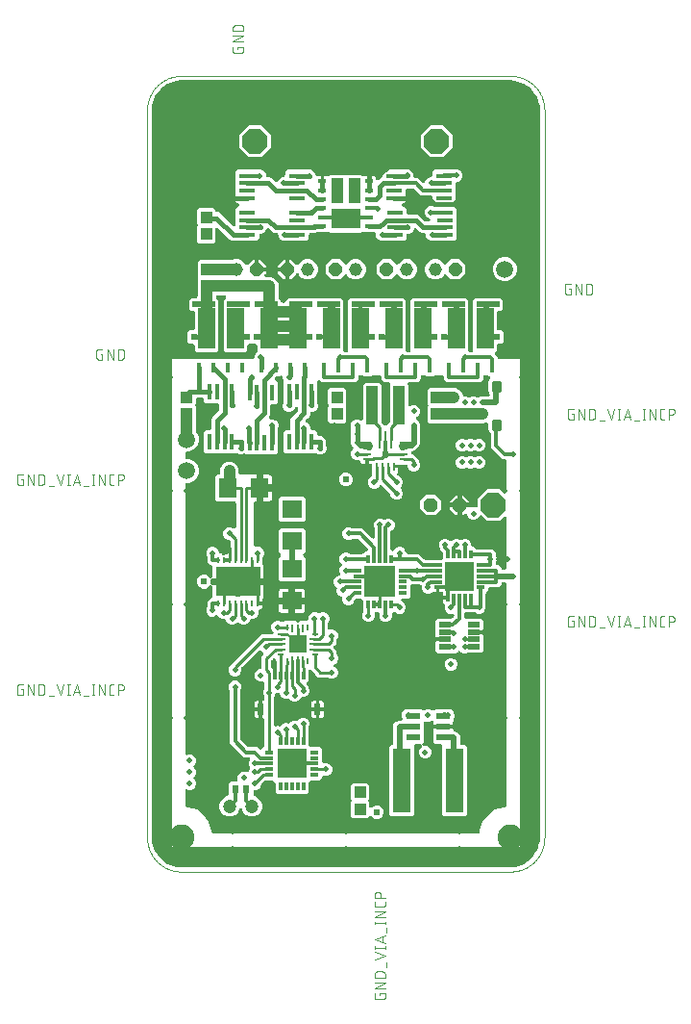
<source format=gbr>
G04 EAGLE Gerber RS-274X export*
G75*
%MOMM*%
%FSLAX35Y35*%
%LPD*%
%INcopper_top*%
%IPPOS*%
%AMOC8*
5,1,8,0,0,1.08239X$1,22.5*%
G01*
%ADD10C,0.010000*%
%ADD11C,0.076200*%
%ADD12R,2.500000X2.500000*%
%ADD13R,0.750000X0.300000*%
%ADD14R,0.300000X0.750000*%
%ADD15R,0.600000X0.700000*%
%ADD16R,1.500000X1.500000*%
%ADD17R,0.800000X0.250000*%
%ADD18R,0.250000X0.800000*%
%ADD19R,0.250000X0.550000*%
%ADD20R,0.550000X0.250000*%
%ADD21R,0.300000X0.700000*%
%ADD22R,0.600000X1.000000*%
%ADD23C,1.200000*%
%ADD24R,0.300000X0.800000*%
%ADD25R,0.800000X0.300000*%
%ADD26C,0.609600*%
%ADD27R,1.600000X5.700000*%
%ADD28P,1.319650X8X202.500000*%
%ADD29R,0.250000X0.600000*%
%ADD30R,4.000000X2.600000*%
%ADD31R,1.600000X1.803000*%
%ADD32R,1.803000X1.600000*%
%ADD33R,1.450000X0.450000*%
%ADD34P,1.264664X8X22.500000*%
%ADD35C,1.168400*%
%ADD36C,0.438600*%
%ADD37R,1.000000X0.480000*%
%ADD38P,1.264664X8X202.500000*%
%ADD39R,0.250000X1.900000*%
%ADD40R,0.250000X1.550000*%
%ADD41R,1.000000X3.400000*%
%ADD42R,1.000000X1.000000*%
%ADD43P,2.336880X8X22.500000*%
%ADD44R,2.800000X2.800000*%
%ADD45R,0.410000X0.820000*%
%ADD46R,0.610000X0.595000*%
%ADD47R,1.500000X3.630000*%
%ADD48R,2.000000X0.510000*%
%ADD49R,0.650000X0.400000*%
%ADD50R,2.500000X1.780000*%
%ADD51R,1.000000X2.230000*%
%ADD52R,0.450000X1.450000*%
%ADD53R,1.200000X0.600000*%
%ADD54C,2.250000*%
%ADD55C,0.503200*%
%ADD56C,0.400000*%
%ADD57C,1.500000*%
%ADD58C,0.603200*%
%ADD59C,0.500000*%
%ADD60C,0.250000*%
%ADD61C,0.300000*%
%ADD62C,1.000000*%
%ADD63C,0.254000*%
%ADD64C,0.450000*%
%ADD65C,0.553200*%
%ADD66C,0.200000*%
%ADD67C,0.457200*%
%ADD68C,0.508000*%

G36*
X3461363Y6700315D02*
X3461363Y6700315D01*
X3461383Y6700610D01*
X3461357Y6700769D01*
X3461353Y6701177D01*
X3458319Y6739722D01*
X3458178Y6740445D01*
X3458133Y6741179D01*
X3457670Y6743028D01*
X3457653Y6743116D01*
X3457642Y6743139D01*
X3457632Y6743180D01*
X3433809Y6816498D01*
X3433259Y6817700D01*
X3432774Y6818931D01*
X3432478Y6819403D01*
X3432369Y6819642D01*
X3432163Y6819907D01*
X3431679Y6820680D01*
X3386366Y6883048D01*
X3385470Y6884021D01*
X3384629Y6885041D01*
X3384202Y6885399D01*
X3384024Y6885592D01*
X3383746Y6885781D01*
X3383048Y6886366D01*
X3320680Y6931679D01*
X3319527Y6932328D01*
X3318412Y6933038D01*
X3317895Y6933247D01*
X3317666Y6933375D01*
X3317344Y6933469D01*
X3316498Y6933809D01*
X3243180Y6957632D01*
X3242459Y6957777D01*
X3241763Y6958017D01*
X3239874Y6958297D01*
X3239790Y6958314D01*
X3239765Y6958313D01*
X3239722Y6958319D01*
X3201177Y6961353D01*
X3200848Y6961341D01*
X3200000Y6961399D01*
X299999Y6961399D01*
X299672Y6961361D01*
X298823Y6961353D01*
X260278Y6958319D01*
X259555Y6958178D01*
X258820Y6958133D01*
X256972Y6957670D01*
X256884Y6957653D01*
X256861Y6957642D01*
X256819Y6957632D01*
X183502Y6933809D01*
X182300Y6933259D01*
X181068Y6932774D01*
X180596Y6932478D01*
X180358Y6932369D01*
X180093Y6932163D01*
X179320Y6931679D01*
X116952Y6886366D01*
X115979Y6885470D01*
X114958Y6884629D01*
X114601Y6884202D01*
X114408Y6884024D01*
X114219Y6883746D01*
X113634Y6883048D01*
X68321Y6820680D01*
X67672Y6819527D01*
X66961Y6818412D01*
X66753Y6817895D01*
X66624Y6817666D01*
X66531Y6817344D01*
X66190Y6816498D01*
X42368Y6743180D01*
X42223Y6742459D01*
X41983Y6741763D01*
X41703Y6739874D01*
X41686Y6739790D01*
X41687Y6739765D01*
X41680Y6739722D01*
X38647Y6701177D01*
X38659Y6700848D01*
X38600Y6700000D01*
X38600Y299999D01*
X38638Y299672D01*
X38647Y298823D01*
X41680Y260278D01*
X41822Y259555D01*
X41867Y258820D01*
X42330Y256972D01*
X42347Y256884D01*
X42358Y256861D01*
X42368Y256819D01*
X66190Y183502D01*
X66741Y182300D01*
X67226Y181068D01*
X67522Y180596D01*
X67631Y180358D01*
X67837Y180093D01*
X68321Y179320D01*
X113634Y116952D01*
X114529Y115979D01*
X115371Y114958D01*
X115798Y114601D01*
X115976Y114408D01*
X116254Y114219D01*
X116952Y113634D01*
X179320Y68321D01*
X180473Y67672D01*
X181588Y66961D01*
X182105Y66753D01*
X182333Y66624D01*
X182656Y66531D01*
X183502Y66190D01*
X256819Y42368D01*
X257540Y42223D01*
X258237Y41983D01*
X260126Y41703D01*
X260210Y41686D01*
X260234Y41687D01*
X260278Y41680D01*
X298823Y38647D01*
X299152Y38659D01*
X300000Y38600D01*
X3200000Y38600D01*
X3200328Y38638D01*
X3201177Y38647D01*
X3239722Y41680D01*
X3240445Y41822D01*
X3241179Y41867D01*
X3243028Y42330D01*
X3243116Y42347D01*
X3243139Y42358D01*
X3243180Y42368D01*
X3316498Y66190D01*
X3317700Y66741D01*
X3318931Y67226D01*
X3319403Y67522D01*
X3319642Y67631D01*
X3319907Y67837D01*
X3320680Y68321D01*
X3383048Y113634D01*
X3384021Y114529D01*
X3385041Y115371D01*
X3385399Y115798D01*
X3385592Y115976D01*
X3385781Y116254D01*
X3386366Y116952D01*
X3431679Y179320D01*
X3432328Y180473D01*
X3433038Y181588D01*
X3433247Y182105D01*
X3433375Y182333D01*
X3433469Y182656D01*
X3433809Y183501D01*
X3457632Y256819D01*
X3457777Y257540D01*
X3458017Y258237D01*
X3458297Y260125D01*
X3458314Y260209D01*
X3458313Y260234D01*
X3458319Y260277D01*
X3461353Y298823D01*
X3461341Y299152D01*
X3461399Y300000D01*
X3461399Y6700000D01*
X3461363Y6700315D01*
G37*
%LPC*%
G36*
X214999Y214999D02*
X214999Y214999D01*
X214999Y4510001D01*
X929840Y4510001D01*
X930189Y4510041D01*
X930541Y4510017D01*
X931906Y4510241D01*
X933275Y4510399D01*
X933606Y4510519D01*
X933953Y4510576D01*
X935231Y4511106D01*
X936528Y4511574D01*
X936822Y4511766D01*
X937148Y4511901D01*
X938267Y4512708D01*
X939425Y4513463D01*
X939669Y4513718D01*
X939953Y4513923D01*
X940856Y4514962D01*
X941813Y4515964D01*
X941991Y4516268D01*
X942221Y4516533D01*
X942864Y4517755D01*
X943563Y4518947D01*
X943667Y4519283D01*
X943831Y4519594D01*
X944177Y4520930D01*
X944585Y4522250D01*
X944610Y4522602D01*
X944698Y4522942D01*
X944839Y4525000D01*
X944839Y4535972D01*
X953237Y4556246D01*
X966376Y4569384D01*
X966595Y4569660D01*
X966861Y4569892D01*
X967668Y4571015D01*
X968523Y4572095D01*
X968673Y4572414D01*
X968879Y4572701D01*
X969406Y4573977D01*
X969993Y4575226D01*
X970065Y4575572D01*
X970200Y4575897D01*
X970421Y4577259D01*
X970706Y4578610D01*
X970698Y4578961D01*
X970754Y4579310D01*
X970657Y4580689D01*
X970625Y4582067D01*
X970536Y4582408D01*
X970512Y4582760D01*
X970102Y4584078D01*
X969755Y4585414D01*
X969590Y4585726D01*
X969486Y4586063D01*
X968784Y4587253D01*
X968699Y4587414D01*
X968699Y4626850D01*
X968659Y4627199D01*
X968683Y4627551D01*
X968459Y4628916D01*
X968301Y4630285D01*
X968181Y4630616D01*
X968124Y4630963D01*
X967594Y4632241D01*
X967126Y4633538D01*
X966934Y4633832D01*
X966799Y4634158D01*
X965993Y4635277D01*
X965238Y4636435D01*
X964982Y4636679D01*
X964777Y4636963D01*
X963738Y4637866D01*
X962736Y4638823D01*
X962432Y4639001D01*
X962167Y4639231D01*
X960945Y4639874D01*
X959753Y4640573D01*
X959418Y4640677D01*
X959106Y4640841D01*
X957770Y4641187D01*
X956450Y4641595D01*
X956098Y4641620D01*
X955758Y4641708D01*
X953700Y4641849D01*
X897700Y4641849D01*
X897351Y4641809D01*
X896999Y4641833D01*
X895633Y4641609D01*
X894264Y4641451D01*
X893934Y4641331D01*
X893586Y4641274D01*
X892309Y4640744D01*
X891012Y4640276D01*
X890718Y4640084D01*
X890392Y4639949D01*
X889273Y4639143D01*
X888115Y4638388D01*
X887871Y4638132D01*
X887587Y4637927D01*
X886683Y4636888D01*
X885727Y4635886D01*
X885549Y4635582D01*
X885318Y4635317D01*
X884676Y4634095D01*
X883976Y4632903D01*
X883873Y4632568D01*
X883708Y4632256D01*
X883363Y4630920D01*
X882954Y4629600D01*
X882930Y4629248D01*
X882842Y4628908D01*
X882700Y4626850D01*
X882700Y4587273D01*
X865126Y4569699D01*
X690273Y4569699D01*
X672699Y4587273D01*
X672699Y5026327D01*
X690767Y5044394D01*
X691413Y5045209D01*
X692133Y5045964D01*
X692485Y5046563D01*
X692914Y5047105D01*
X693357Y5048048D01*
X693884Y5048947D01*
X694089Y5049608D01*
X694383Y5050235D01*
X694598Y5051254D01*
X694906Y5052250D01*
X694954Y5052943D01*
X695097Y5053619D01*
X695072Y5054659D01*
X695144Y5055701D01*
X695032Y5056385D01*
X695016Y5057077D01*
X694754Y5058085D01*
X694585Y5059113D01*
X694320Y5059753D01*
X694146Y5060423D01*
X693659Y5061345D01*
X693260Y5062308D01*
X692854Y5062870D01*
X692532Y5063482D01*
X691848Y5064268D01*
X691238Y5065113D01*
X690715Y5065568D01*
X690260Y5066090D01*
X689413Y5066698D01*
X688628Y5067381D01*
X688016Y5067703D01*
X687452Y5068108D01*
X686488Y5068507D01*
X685567Y5068991D01*
X684896Y5069165D01*
X684256Y5069429D01*
X683229Y5069596D01*
X682219Y5069858D01*
X681178Y5069929D01*
X680843Y5069984D01*
X680617Y5069968D01*
X680161Y5069999D01*
X621639Y5069999D01*
X620604Y5069879D01*
X619562Y5069855D01*
X618891Y5069680D01*
X618203Y5069601D01*
X617224Y5069247D01*
X616215Y5068984D01*
X615603Y5068661D01*
X614951Y5068426D01*
X614077Y5067856D01*
X613157Y5067371D01*
X612635Y5066917D01*
X612054Y5066538D01*
X611333Y5065782D01*
X610549Y5065099D01*
X610145Y5064538D01*
X609666Y5064036D01*
X609138Y5063137D01*
X608531Y5062291D01*
X608265Y5061649D01*
X607915Y5061053D01*
X607608Y5060059D01*
X607209Y5059095D01*
X607098Y5058411D01*
X606893Y5057750D01*
X606822Y5056708D01*
X606655Y5055682D01*
X606703Y5054992D01*
X606656Y5054299D01*
X606824Y5053268D01*
X606897Y5052232D01*
X607102Y5051572D01*
X607214Y5050887D01*
X607614Y5049923D01*
X607923Y5048929D01*
X608274Y5048333D01*
X608540Y5047693D01*
X609150Y5046846D01*
X609678Y5045949D01*
X610362Y5045164D01*
X610562Y5044887D01*
X610733Y5044738D01*
X611033Y5044394D01*
X628700Y5026727D01*
X628700Y4588273D01*
X611126Y4570699D01*
X436273Y4570699D01*
X418699Y4588273D01*
X418699Y4626850D01*
X418659Y4627199D01*
X418683Y4627551D01*
X418459Y4628916D01*
X418301Y4630285D01*
X418181Y4630616D01*
X418124Y4630963D01*
X417594Y4632241D01*
X417126Y4633538D01*
X416934Y4633832D01*
X416799Y4634158D01*
X415993Y4635277D01*
X415238Y4636435D01*
X414982Y4636679D01*
X414777Y4636963D01*
X413738Y4637866D01*
X412736Y4638823D01*
X412432Y4639001D01*
X412167Y4639231D01*
X410945Y4639874D01*
X409753Y4640573D01*
X409418Y4640677D01*
X409106Y4640841D01*
X407770Y4641187D01*
X406450Y4641595D01*
X406098Y4641620D01*
X405758Y4641708D01*
X403700Y4641849D01*
X374973Y4641849D01*
X357399Y4659423D01*
X357399Y4743776D01*
X374973Y4761350D01*
X403700Y4761350D01*
X404049Y4761391D01*
X404401Y4761367D01*
X405766Y4761590D01*
X407135Y4761749D01*
X407466Y4761868D01*
X407813Y4761925D01*
X409091Y4762455D01*
X410388Y4762924D01*
X410682Y4763116D01*
X411008Y4763251D01*
X412127Y4764057D01*
X413285Y4764812D01*
X413529Y4765068D01*
X413813Y4765273D01*
X414716Y4766312D01*
X415673Y4767314D01*
X415851Y4767618D01*
X416081Y4767883D01*
X416724Y4769105D01*
X417423Y4770296D01*
X417527Y4770632D01*
X417691Y4770944D01*
X418037Y4772280D01*
X418445Y4773600D01*
X418470Y4773952D01*
X418558Y4774292D01*
X418699Y4776350D01*
X418699Y4918300D01*
X418659Y4918649D01*
X418683Y4919001D01*
X418459Y4920366D01*
X418301Y4921735D01*
X418181Y4922066D01*
X418124Y4922413D01*
X417594Y4923691D01*
X417126Y4924988D01*
X416934Y4925282D01*
X416799Y4925608D01*
X415993Y4926727D01*
X415238Y4927885D01*
X414982Y4928129D01*
X414777Y4928413D01*
X413738Y4929316D01*
X412736Y4930273D01*
X412432Y4930451D01*
X412167Y4930681D01*
X410945Y4931324D01*
X409753Y4932023D01*
X409418Y4932127D01*
X409106Y4932291D01*
X407770Y4932637D01*
X406450Y4933045D01*
X406098Y4933070D01*
X405758Y4933158D01*
X403700Y4933299D01*
X386273Y4933299D01*
X368699Y4950873D01*
X368699Y5026726D01*
X386273Y5044300D01*
X428700Y5044300D01*
X429049Y5044341D01*
X429401Y5044317D01*
X430766Y5044540D01*
X432135Y5044699D01*
X432466Y5044818D01*
X432813Y5044875D01*
X434091Y5045405D01*
X435388Y5045874D01*
X435682Y5046066D01*
X436008Y5046201D01*
X437127Y5047007D01*
X438285Y5047762D01*
X438529Y5048018D01*
X438813Y5048223D01*
X439716Y5049262D01*
X440673Y5050264D01*
X440851Y5050568D01*
X441081Y5050833D01*
X441724Y5052055D01*
X442423Y5053246D01*
X442527Y5053582D01*
X442691Y5053894D01*
X443037Y5055230D01*
X443445Y5056550D01*
X443470Y5056902D01*
X443558Y5057242D01*
X443699Y5059300D01*
X443699Y5165913D01*
X443858Y5166295D01*
X443907Y5166469D01*
X443991Y5166629D01*
X444381Y5168134D01*
X444804Y5169621D01*
X444812Y5169801D01*
X444858Y5169977D01*
X444999Y5172035D01*
X444999Y5212426D01*
X446967Y5214393D01*
X447185Y5214669D01*
X447451Y5214900D01*
X448256Y5216021D01*
X449114Y5217104D01*
X449263Y5217423D01*
X449469Y5217709D01*
X449995Y5218982D01*
X450583Y5220235D01*
X450656Y5220580D01*
X450790Y5220904D01*
X451011Y5222265D01*
X451296Y5223619D01*
X451288Y5223971D01*
X451344Y5224318D01*
X451248Y5225695D01*
X451216Y5227076D01*
X451127Y5227416D01*
X451103Y5227768D01*
X450693Y5229087D01*
X450345Y5230423D01*
X450181Y5230734D01*
X450077Y5231070D01*
X449377Y5232258D01*
X448732Y5233482D01*
X448500Y5233748D01*
X448322Y5234050D01*
X446967Y5235606D01*
X444999Y5237573D01*
X444999Y5362426D01*
X462573Y5380000D01*
X745201Y5380000D01*
X745380Y5380021D01*
X745560Y5380005D01*
X747095Y5380220D01*
X748636Y5380399D01*
X748806Y5380461D01*
X748985Y5380486D01*
X750941Y5381142D01*
X768512Y5388420D01*
X803688Y5388420D01*
X836186Y5374959D01*
X861059Y5350086D01*
X862540Y5346510D01*
X863303Y5345140D01*
X864027Y5343768D01*
X864139Y5343639D01*
X864223Y5343489D01*
X865278Y5342331D01*
X866298Y5341160D01*
X866438Y5341060D01*
X866553Y5340934D01*
X867839Y5340053D01*
X869107Y5339142D01*
X869265Y5339077D01*
X869406Y5338980D01*
X870864Y5338415D01*
X872303Y5337821D01*
X872471Y5337793D01*
X872631Y5337731D01*
X874184Y5337515D01*
X875716Y5337266D01*
X875886Y5337278D01*
X876057Y5337254D01*
X877611Y5337399D01*
X879166Y5337508D01*
X879330Y5337559D01*
X879500Y5337575D01*
X880978Y5338071D01*
X882468Y5338534D01*
X882615Y5338621D01*
X882778Y5338675D01*
X884111Y5339502D01*
X885448Y5340289D01*
X885614Y5340433D01*
X885718Y5340498D01*
X885918Y5340698D01*
X887004Y5341644D01*
X929181Y5383820D01*
X946120Y5383820D01*
X946120Y5302782D01*
X946161Y5302433D01*
X946136Y5302081D01*
X946360Y5300716D01*
X946519Y5299347D01*
X946638Y5299016D01*
X946695Y5298668D01*
X947225Y5297391D01*
X947693Y5296094D01*
X947885Y5295800D01*
X948020Y5295474D01*
X948827Y5294355D01*
X949582Y5293197D01*
X949837Y5292953D01*
X950042Y5292669D01*
X951082Y5291766D01*
X952084Y5290809D01*
X952388Y5290631D01*
X952653Y5290401D01*
X953583Y5289911D01*
X954389Y5288793D01*
X955144Y5287634D01*
X955400Y5287391D01*
X955605Y5287106D01*
X956644Y5286203D01*
X957646Y5285247D01*
X957950Y5285068D01*
X958215Y5284838D01*
X959437Y5284196D01*
X960628Y5283496D01*
X960964Y5283392D01*
X961276Y5283228D01*
X962612Y5282883D01*
X963932Y5282474D01*
X964284Y5282450D01*
X964624Y5282362D01*
X966682Y5282220D01*
X1047720Y5282220D01*
X1047720Y5265280D01*
X1038046Y5255606D01*
X1037400Y5254791D01*
X1036679Y5254035D01*
X1036328Y5253437D01*
X1035898Y5252895D01*
X1035456Y5251952D01*
X1034928Y5251053D01*
X1034724Y5250392D01*
X1034429Y5249764D01*
X1034214Y5248745D01*
X1033906Y5247749D01*
X1033858Y5247057D01*
X1033716Y5246381D01*
X1033740Y5245340D01*
X1033668Y5244299D01*
X1033780Y5243615D01*
X1033797Y5242923D01*
X1034059Y5241914D01*
X1034227Y5240886D01*
X1034493Y5240247D01*
X1034667Y5239576D01*
X1035153Y5238655D01*
X1035553Y5237692D01*
X1035958Y5237130D01*
X1036281Y5236518D01*
X1036965Y5235732D01*
X1037574Y5234887D01*
X1038097Y5234432D01*
X1038552Y5233910D01*
X1039399Y5233301D01*
X1040185Y5232618D01*
X1040797Y5232297D01*
X1041360Y5231892D01*
X1042325Y5231493D01*
X1043246Y5231008D01*
X1043916Y5230835D01*
X1044556Y5230570D01*
X1045584Y5230403D01*
X1046593Y5230142D01*
X1047634Y5230070D01*
X1047970Y5230016D01*
X1048195Y5230032D01*
X1048652Y5230000D01*
X1090913Y5230000D01*
X1120316Y5217821D01*
X1142821Y5195316D01*
X1155000Y5165913D01*
X1155000Y5056639D01*
X1155160Y5055260D01*
X1155258Y5053871D01*
X1155360Y5053543D01*
X1155399Y5053204D01*
X1155871Y5051897D01*
X1156284Y5050569D01*
X1156457Y5050274D01*
X1156574Y5049952D01*
X1157335Y5048783D01*
X1158039Y5047589D01*
X1158338Y5047246D01*
X1158462Y5047054D01*
X1158710Y5046818D01*
X1159393Y5046033D01*
X1178700Y5026726D01*
X1178700Y5020000D01*
X1178741Y5019651D01*
X1178717Y5019299D01*
X1178940Y5017933D01*
X1179099Y5016564D01*
X1179218Y5016234D01*
X1179275Y5015886D01*
X1179805Y5014609D01*
X1180274Y5013312D01*
X1180466Y5013018D01*
X1180601Y5012692D01*
X1181407Y5011573D01*
X1182162Y5010415D01*
X1182418Y5010171D01*
X1182623Y5009887D01*
X1183662Y5008983D01*
X1184664Y5008027D01*
X1184968Y5007849D01*
X1185233Y5007618D01*
X1186455Y5006976D01*
X1187646Y5006276D01*
X1187982Y5006173D01*
X1188294Y5006008D01*
X1189630Y5005663D01*
X1190950Y5005254D01*
X1191302Y5005230D01*
X1191642Y5005142D01*
X1193700Y5005000D01*
X1207700Y5005000D01*
X1208049Y5005041D01*
X1208401Y5005017D01*
X1209766Y5005240D01*
X1211135Y5005399D01*
X1211466Y5005518D01*
X1211813Y5005575D01*
X1213091Y5006105D01*
X1214388Y5006574D01*
X1214682Y5006766D01*
X1215008Y5006901D01*
X1216127Y5007707D01*
X1217285Y5008462D01*
X1217529Y5008718D01*
X1217813Y5008923D01*
X1218716Y5009962D01*
X1219673Y5010964D01*
X1219851Y5011268D01*
X1220081Y5011533D01*
X1220724Y5012755D01*
X1221423Y5013946D01*
X1221527Y5014282D01*
X1221691Y5014594D01*
X1222037Y5015930D01*
X1222445Y5017250D01*
X1222470Y5017602D01*
X1222558Y5017942D01*
X1222699Y5020000D01*
X1222699Y5026326D01*
X1240273Y5043900D01*
X1465182Y5043900D01*
X1465401Y5043649D01*
X1466520Y5042845D01*
X1467605Y5041986D01*
X1467924Y5041836D01*
X1468209Y5041631D01*
X1469485Y5041103D01*
X1470735Y5040517D01*
X1471080Y5040444D01*
X1471405Y5040309D01*
X1472768Y5040088D01*
X1474119Y5039803D01*
X1474472Y5039812D01*
X1474819Y5039755D01*
X1476193Y5039852D01*
X1477577Y5039884D01*
X1477918Y5039973D01*
X1478269Y5039998D01*
X1479588Y5040407D01*
X1480923Y5040755D01*
X1481235Y5040919D01*
X1481571Y5041023D01*
X1482761Y5041724D01*
X1483982Y5042368D01*
X1484248Y5042600D01*
X1484551Y5042778D01*
X1486107Y5044133D01*
X1486274Y5044300D01*
X1711126Y5044300D01*
X1728700Y5026726D01*
X1728700Y4585000D01*
X1728741Y4584651D01*
X1728717Y4584299D01*
X1728940Y4582933D01*
X1729099Y4581564D01*
X1729218Y4581234D01*
X1729275Y4580886D01*
X1729805Y4579609D01*
X1730274Y4578312D01*
X1730466Y4578018D01*
X1730601Y4577692D01*
X1731407Y4576573D01*
X1732162Y4575415D01*
X1732418Y4575171D01*
X1732623Y4574887D01*
X1733662Y4573983D01*
X1734664Y4573027D01*
X1734968Y4572849D01*
X1735233Y4572618D01*
X1736455Y4571976D01*
X1737646Y4571276D01*
X1737982Y4571173D01*
X1738294Y4571008D01*
X1739630Y4570663D01*
X1740950Y4570254D01*
X1741302Y4570230D01*
X1741642Y4570142D01*
X1743700Y4570000D01*
X1757700Y4570000D01*
X1758049Y4570041D01*
X1758401Y4570017D01*
X1759766Y4570240D01*
X1761135Y4570399D01*
X1761466Y4570518D01*
X1761813Y4570575D01*
X1763091Y4571105D01*
X1764388Y4571574D01*
X1764682Y4571766D01*
X1765008Y4571901D01*
X1766127Y4572707D01*
X1767285Y4573462D01*
X1767529Y4573718D01*
X1767813Y4573923D01*
X1768716Y4574962D01*
X1769673Y4575964D01*
X1769851Y4576268D01*
X1770081Y4576533D01*
X1770724Y4577755D01*
X1771423Y4578946D01*
X1771527Y4579282D01*
X1771691Y4579594D01*
X1772037Y4580930D01*
X1772445Y4582250D01*
X1772470Y4582602D01*
X1772558Y4582942D01*
X1772699Y4585000D01*
X1772699Y5026326D01*
X1790273Y5043900D01*
X2015182Y5043900D01*
X2015401Y5043649D01*
X2016520Y5042845D01*
X2017605Y5041986D01*
X2017924Y5041836D01*
X2018209Y5041631D01*
X2019485Y5041103D01*
X2020735Y5040517D01*
X2021080Y5040444D01*
X2021405Y5040309D01*
X2022768Y5040088D01*
X2024119Y5039803D01*
X2024472Y5039812D01*
X2024819Y5039755D01*
X2026193Y5039852D01*
X2027577Y5039884D01*
X2027918Y5039973D01*
X2028269Y5039998D01*
X2029588Y5040407D01*
X2030923Y5040755D01*
X2031235Y5040919D01*
X2031571Y5041023D01*
X2032761Y5041724D01*
X2033982Y5042368D01*
X2034248Y5042600D01*
X2034551Y5042778D01*
X2036107Y5044133D01*
X2036274Y5044300D01*
X2261126Y5044300D01*
X2278700Y5026726D01*
X2278700Y4585000D01*
X2278741Y4584651D01*
X2278717Y4584299D01*
X2278940Y4582933D01*
X2279099Y4581564D01*
X2279218Y4581234D01*
X2279275Y4580886D01*
X2279805Y4579609D01*
X2280274Y4578312D01*
X2280466Y4578018D01*
X2280601Y4577692D01*
X2281407Y4576573D01*
X2282162Y4575415D01*
X2282418Y4575171D01*
X2282623Y4574887D01*
X2283662Y4573983D01*
X2284664Y4573027D01*
X2284968Y4572849D01*
X2285233Y4572618D01*
X2286455Y4571976D01*
X2287646Y4571276D01*
X2287982Y4571173D01*
X2288294Y4571008D01*
X2289630Y4570663D01*
X2290950Y4570254D01*
X2291302Y4570230D01*
X2291642Y4570142D01*
X2293700Y4570000D01*
X2307700Y4570000D01*
X2308049Y4570041D01*
X2308401Y4570017D01*
X2309766Y4570240D01*
X2311135Y4570399D01*
X2311466Y4570518D01*
X2311813Y4570575D01*
X2313091Y4571105D01*
X2314388Y4571574D01*
X2314682Y4571766D01*
X2315008Y4571901D01*
X2316127Y4572707D01*
X2317285Y4573462D01*
X2317529Y4573718D01*
X2317813Y4573923D01*
X2318716Y4574962D01*
X2319673Y4575964D01*
X2319851Y4576268D01*
X2320081Y4576533D01*
X2320724Y4577755D01*
X2321423Y4578946D01*
X2321527Y4579282D01*
X2321691Y4579594D01*
X2322037Y4580930D01*
X2322445Y4582250D01*
X2322470Y4582602D01*
X2322558Y4582942D01*
X2322699Y4585000D01*
X2322699Y5026326D01*
X2340273Y5043900D01*
X2565182Y5043900D01*
X2565401Y5043649D01*
X2566520Y5042845D01*
X2567605Y5041986D01*
X2567924Y5041836D01*
X2568209Y5041631D01*
X2569485Y5041103D01*
X2570735Y5040517D01*
X2571080Y5040444D01*
X2571405Y5040309D01*
X2572768Y5040088D01*
X2574119Y5039803D01*
X2574472Y5039812D01*
X2574819Y5039755D01*
X2576193Y5039852D01*
X2577577Y5039884D01*
X2577918Y5039973D01*
X2578269Y5039998D01*
X2579588Y5040407D01*
X2580923Y5040755D01*
X2581235Y5040919D01*
X2581571Y5041023D01*
X2582761Y5041724D01*
X2583982Y5042368D01*
X2584248Y5042600D01*
X2584551Y5042778D01*
X2586107Y5044133D01*
X2586274Y5044300D01*
X2811126Y5044300D01*
X2828700Y5026726D01*
X2828700Y4585000D01*
X2828741Y4584651D01*
X2828717Y4584299D01*
X2828940Y4582933D01*
X2829099Y4581564D01*
X2829218Y4581234D01*
X2829275Y4580886D01*
X2829805Y4579609D01*
X2830274Y4578312D01*
X2830466Y4578018D01*
X2830601Y4577692D01*
X2831407Y4576573D01*
X2832162Y4575415D01*
X2832418Y4575171D01*
X2832623Y4574887D01*
X2833662Y4573983D01*
X2834664Y4573027D01*
X2834968Y4572849D01*
X2835233Y4572618D01*
X2836455Y4571976D01*
X2837646Y4571276D01*
X2837982Y4571173D01*
X2838294Y4571008D01*
X2839630Y4570663D01*
X2840950Y4570254D01*
X2841302Y4570230D01*
X2841642Y4570142D01*
X2843700Y4570000D01*
X2857700Y4570000D01*
X2858049Y4570041D01*
X2858401Y4570017D01*
X2859766Y4570240D01*
X2861135Y4570399D01*
X2861466Y4570518D01*
X2861813Y4570575D01*
X2863091Y4571105D01*
X2864388Y4571574D01*
X2864682Y4571766D01*
X2865008Y4571901D01*
X2866127Y4572707D01*
X2867285Y4573462D01*
X2867529Y4573718D01*
X2867813Y4573923D01*
X2868716Y4574962D01*
X2869673Y4575964D01*
X2869851Y4576268D01*
X2870081Y4576533D01*
X2870724Y4577755D01*
X2871423Y4578946D01*
X2871527Y4579282D01*
X2871691Y4579594D01*
X2872037Y4580930D01*
X2872445Y4582250D01*
X2872470Y4582602D01*
X2872558Y4582942D01*
X2872699Y4585000D01*
X2872699Y5026326D01*
X2890273Y5043900D01*
X3115126Y5043900D01*
X3132700Y5026326D01*
X3132700Y4950473D01*
X3115126Y4932899D01*
X3097700Y4932899D01*
X3097351Y4932859D01*
X3096999Y4932883D01*
X3095633Y4932659D01*
X3094264Y4932501D01*
X3093934Y4932381D01*
X3093586Y4932324D01*
X3092309Y4931794D01*
X3091012Y4931326D01*
X3090718Y4931134D01*
X3090392Y4930999D01*
X3089273Y4930193D01*
X3088115Y4929438D01*
X3087871Y4929182D01*
X3087587Y4928977D01*
X3086683Y4927938D01*
X3085727Y4926936D01*
X3085549Y4926632D01*
X3085318Y4926367D01*
X3084676Y4925145D01*
X3083976Y4923953D01*
X3083873Y4923618D01*
X3083708Y4923306D01*
X3083363Y4921970D01*
X3082954Y4920650D01*
X3082930Y4920298D01*
X3082842Y4919958D01*
X3082700Y4917900D01*
X3082700Y4776350D01*
X3082741Y4776001D01*
X3082717Y4775649D01*
X3082940Y4774283D01*
X3083099Y4772914D01*
X3083218Y4772584D01*
X3083275Y4772236D01*
X3083805Y4770959D01*
X3084274Y4769662D01*
X3084466Y4769368D01*
X3084601Y4769042D01*
X3085407Y4767923D01*
X3086162Y4766765D01*
X3086418Y4766521D01*
X3086623Y4766237D01*
X3087662Y4765333D01*
X3088664Y4764377D01*
X3088968Y4764199D01*
X3089233Y4763968D01*
X3090455Y4763326D01*
X3091646Y4762626D01*
X3091982Y4762523D01*
X3092294Y4762358D01*
X3093630Y4762013D01*
X3094950Y4761604D01*
X3095302Y4761580D01*
X3095642Y4761492D01*
X3097700Y4761350D01*
X3126426Y4761350D01*
X3144000Y4743776D01*
X3144000Y4659423D01*
X3126426Y4641849D01*
X3097700Y4641849D01*
X3097351Y4641809D01*
X3096999Y4641833D01*
X3095633Y4641609D01*
X3094264Y4641451D01*
X3093934Y4641331D01*
X3093586Y4641274D01*
X3092309Y4640744D01*
X3091012Y4640276D01*
X3090718Y4640084D01*
X3090392Y4639949D01*
X3089273Y4639143D01*
X3088115Y4638388D01*
X3087871Y4638132D01*
X3087587Y4637927D01*
X3086683Y4636888D01*
X3085727Y4635886D01*
X3085549Y4635582D01*
X3085318Y4635317D01*
X3084676Y4634095D01*
X3083976Y4632903D01*
X3083873Y4632568D01*
X3083708Y4632256D01*
X3083363Y4630920D01*
X3082954Y4629600D01*
X3082930Y4629248D01*
X3082842Y4628908D01*
X3082700Y4626850D01*
X3082700Y4587273D01*
X3065140Y4569713D01*
X3064921Y4569437D01*
X3064656Y4569206D01*
X3063848Y4568081D01*
X3062993Y4567002D01*
X3062843Y4566684D01*
X3062638Y4566398D01*
X3062109Y4565120D01*
X3061523Y4563871D01*
X3061451Y4563528D01*
X3061316Y4563202D01*
X3061094Y4561837D01*
X3060810Y4560487D01*
X3060818Y4560135D01*
X3060762Y4559788D01*
X3060858Y4558414D01*
X3060891Y4557030D01*
X3060979Y4556688D01*
X3061004Y4556338D01*
X3061413Y4555023D01*
X3061761Y4553683D01*
X3061925Y4553372D01*
X3062030Y4553036D01*
X3062730Y4551846D01*
X3063375Y4550624D01*
X3063606Y4550359D01*
X3063785Y4550056D01*
X3065139Y4548500D01*
X3086200Y4527440D01*
X3086200Y4525000D01*
X3086241Y4524651D01*
X3086217Y4524299D01*
X3086440Y4522934D01*
X3086599Y4521565D01*
X3086718Y4521234D01*
X3086775Y4520887D01*
X3087305Y4519609D01*
X3087774Y4518312D01*
X3087966Y4518018D01*
X3088101Y4517693D01*
X3088907Y4516573D01*
X3089662Y4515415D01*
X3089918Y4515171D01*
X3090123Y4514887D01*
X3091162Y4513984D01*
X3092164Y4513028D01*
X3092468Y4512849D01*
X3092733Y4512619D01*
X3093955Y4511976D01*
X3095146Y4511277D01*
X3095482Y4511173D01*
X3095794Y4511009D01*
X3097130Y4510663D01*
X3098450Y4510255D01*
X3098802Y4510230D01*
X3099142Y4510143D01*
X3101200Y4510001D01*
X3285001Y4510001D01*
X3285001Y214999D01*
X214999Y214999D01*
G37*
%LPD*%
G36*
X2917849Y335041D02*
X2917849Y335041D01*
X2918201Y335017D01*
X2919566Y335241D01*
X2920935Y335399D01*
X2921266Y335519D01*
X2921613Y335576D01*
X2922891Y336106D01*
X2924188Y336574D01*
X2924482Y336766D01*
X2924808Y336901D01*
X2925927Y337708D01*
X2927085Y338463D01*
X2927329Y338718D01*
X2927613Y338923D01*
X2928516Y339962D01*
X2929473Y340964D01*
X2929651Y341268D01*
X2929881Y341533D01*
X2930524Y342755D01*
X2931223Y343947D01*
X2931327Y344283D01*
X2931491Y344594D01*
X2931837Y345930D01*
X2932245Y347250D01*
X2932270Y347602D01*
X2932358Y347942D01*
X2932499Y350000D01*
X2932499Y363408D01*
X2956237Y436465D01*
X3001388Y498611D01*
X3063534Y543763D01*
X3136592Y567500D01*
X3150000Y567500D01*
X3150349Y567541D01*
X3150701Y567517D01*
X3152066Y567740D01*
X3153435Y567899D01*
X3153766Y568018D01*
X3154113Y568075D01*
X3155391Y568605D01*
X3156688Y569074D01*
X3156982Y569266D01*
X3157308Y569401D01*
X3158427Y570207D01*
X3159585Y570962D01*
X3159829Y571218D01*
X3160113Y571423D01*
X3161016Y572462D01*
X3161973Y573464D01*
X3162151Y573768D01*
X3162381Y574033D01*
X3163024Y575255D01*
X3163723Y576446D01*
X3163827Y576782D01*
X3163991Y577094D01*
X3164337Y578430D01*
X3164745Y579750D01*
X3164770Y580102D01*
X3164858Y580442D01*
X3164999Y582500D01*
X3164999Y2529840D01*
X3164959Y2530189D01*
X3164983Y2530541D01*
X3164759Y2531906D01*
X3164601Y2533275D01*
X3164481Y2533606D01*
X3164424Y2533953D01*
X3163894Y2535231D01*
X3163426Y2536528D01*
X3163234Y2536822D01*
X3163099Y2537148D01*
X3162293Y2538267D01*
X3161538Y2539425D01*
X3161282Y2539669D01*
X3161077Y2539953D01*
X3160038Y2540856D01*
X3159036Y2541813D01*
X3158732Y2541991D01*
X3158467Y2542221D01*
X3157245Y2542864D01*
X3156053Y2543563D01*
X3155718Y2543667D01*
X3155406Y2543831D01*
X3154070Y2544177D01*
X3152750Y2544585D01*
X3152398Y2544610D01*
X3152058Y2544698D01*
X3150000Y2544839D01*
X3137786Y2544839D01*
X3137716Y2544858D01*
X3135658Y2544999D01*
X3135000Y2544999D01*
X3134671Y2544961D01*
X3134622Y2544963D01*
X3134612Y2544962D01*
X3134299Y2544983D01*
X3132933Y2544759D01*
X3131564Y2544601D01*
X3131234Y2544481D01*
X3130886Y2544424D01*
X3129609Y2543894D01*
X3128312Y2543426D01*
X3128018Y2543234D01*
X3127692Y2543099D01*
X3126573Y2542293D01*
X3125415Y2541538D01*
X3125171Y2541282D01*
X3124887Y2541077D01*
X3123983Y2540038D01*
X3123027Y2539036D01*
X3122849Y2538732D01*
X3122618Y2538467D01*
X3121976Y2537245D01*
X3121276Y2536053D01*
X3121173Y2535718D01*
X3121008Y2535406D01*
X3120663Y2534070D01*
X3120254Y2532750D01*
X3120230Y2532398D01*
X3120142Y2532058D01*
X3120042Y2530602D01*
X3093640Y2504199D01*
X3022960Y2504199D01*
X3022611Y2504159D01*
X3022259Y2504183D01*
X3020893Y2503959D01*
X3019524Y2503801D01*
X3019194Y2503681D01*
X3018846Y2503624D01*
X3017569Y2503094D01*
X3016272Y2502626D01*
X3015978Y2502434D01*
X3015652Y2502299D01*
X3014533Y2501493D01*
X3013375Y2500738D01*
X3013131Y2500482D01*
X3012847Y2500277D01*
X3011943Y2499238D01*
X3010987Y2498236D01*
X3010809Y2497932D01*
X3010578Y2497667D01*
X3009936Y2496445D01*
X3009236Y2495253D01*
X3009133Y2494918D01*
X3008968Y2494606D01*
X3008623Y2493270D01*
X3008214Y2491950D01*
X3008190Y2491598D01*
X3008102Y2491258D01*
X3007960Y2489200D01*
X3007960Y2473513D01*
X2987354Y2452907D01*
X2986491Y2451817D01*
X2985578Y2450767D01*
X2985419Y2450464D01*
X2985207Y2450196D01*
X2984616Y2448937D01*
X2983968Y2447707D01*
X2983883Y2447376D01*
X2983737Y2447065D01*
X2983451Y2445705D01*
X2983102Y2444359D01*
X2983071Y2443903D01*
X2983024Y2443681D01*
X2983032Y2443341D01*
X2982960Y2442301D01*
X2982960Y2319046D01*
X2982850Y2318899D01*
X2981885Y2317681D01*
X2981808Y2317517D01*
X2981699Y2317373D01*
X2980781Y2315526D01*
X2971763Y2293754D01*
X2956245Y2278237D01*
X2935972Y2269839D01*
X2914028Y2269839D01*
X2892256Y2278858D01*
X2892082Y2278907D01*
X2891922Y2278991D01*
X2890417Y2279381D01*
X2888930Y2279804D01*
X2888750Y2279812D01*
X2888574Y2279858D01*
X2886516Y2279999D01*
X2810000Y2279999D01*
X2809651Y2279959D01*
X2809299Y2279983D01*
X2807933Y2279759D01*
X2806564Y2279601D01*
X2806234Y2279481D01*
X2805886Y2279424D01*
X2804609Y2278894D01*
X2803312Y2278426D01*
X2803018Y2278234D01*
X2802692Y2278099D01*
X2801573Y2277293D01*
X2800415Y2276538D01*
X2800171Y2276282D01*
X2799887Y2276077D01*
X2798983Y2275038D01*
X2798027Y2274036D01*
X2797849Y2273732D01*
X2797618Y2273467D01*
X2796976Y2272245D01*
X2796276Y2271053D01*
X2796173Y2270718D01*
X2796008Y2270406D01*
X2795663Y2269070D01*
X2795254Y2267750D01*
X2795230Y2267398D01*
X2795142Y2267058D01*
X2795000Y2265000D01*
X2795000Y2240639D01*
X2795121Y2239603D01*
X2795145Y2238560D01*
X2795319Y2237890D01*
X2795399Y2237203D01*
X2795753Y2236223D01*
X2796016Y2235213D01*
X2796339Y2234600D01*
X2796574Y2233951D01*
X2797143Y2233077D01*
X2797630Y2232155D01*
X2798084Y2231634D01*
X2798462Y2231054D01*
X2799218Y2230333D01*
X2799902Y2229548D01*
X2800463Y2229144D01*
X2800964Y2228666D01*
X2801863Y2228138D01*
X2802710Y2227530D01*
X2803351Y2227265D01*
X2803946Y2226915D01*
X2804942Y2226608D01*
X2805906Y2226209D01*
X2806589Y2226098D01*
X2807250Y2225893D01*
X2808291Y2225822D01*
X2809320Y2225655D01*
X2810010Y2225703D01*
X2810700Y2225656D01*
X2811729Y2225824D01*
X2812769Y2225897D01*
X2813430Y2226103D01*
X2814113Y2226214D01*
X2815077Y2226614D01*
X2816072Y2226923D01*
X2816203Y2227000D01*
X2942426Y2227000D01*
X2960000Y2209426D01*
X2960000Y2136573D01*
X2959793Y2136367D01*
X2958927Y2135273D01*
X2958018Y2134227D01*
X2957860Y2133925D01*
X2957646Y2133656D01*
X2957054Y2132393D01*
X2956408Y2131166D01*
X2956323Y2130835D01*
X2956177Y2130525D01*
X2955891Y2129165D01*
X2955542Y2127818D01*
X2955511Y2127363D01*
X2955464Y2127141D01*
X2955472Y2126800D01*
X2955400Y2125760D01*
X2955400Y2123001D01*
X2952641Y2123001D01*
X2951590Y2122879D01*
X2950563Y2122855D01*
X2950230Y2122768D01*
X2949873Y2122743D01*
X2949545Y2122641D01*
X2949205Y2122602D01*
X2948213Y2122243D01*
X2947216Y2121984D01*
X2946910Y2121823D01*
X2946570Y2121717D01*
X2946275Y2121544D01*
X2945953Y2121427D01*
X2945073Y2120853D01*
X2944157Y2120370D01*
X2943893Y2120141D01*
X2943590Y2119962D01*
X2943247Y2119663D01*
X2943056Y2119539D01*
X2942819Y2119291D01*
X2942034Y2118608D01*
X2942033Y2118606D01*
X2941814Y2118330D01*
X2941549Y2118099D01*
X2941144Y2117536D01*
X2940668Y2117037D01*
X2940319Y2116442D01*
X2939886Y2115895D01*
X2939736Y2115576D01*
X2939531Y2115291D01*
X2939264Y2114646D01*
X2938917Y2114055D01*
X2938714Y2113399D01*
X2938417Y2112764D01*
X2938344Y2112420D01*
X2938210Y2112095D01*
X2938098Y2111405D01*
X2937895Y2110751D01*
X2937848Y2110067D01*
X2937703Y2109380D01*
X2937712Y2109028D01*
X2937655Y2108681D01*
X2937704Y2107981D01*
X2937658Y2107301D01*
X2937658Y2107298D01*
X2937768Y2106624D01*
X2937784Y2105923D01*
X2937873Y2105583D01*
X2937897Y2105232D01*
X2938106Y2104561D01*
X2938216Y2103885D01*
X2938479Y2103251D01*
X2938655Y2102576D01*
X2938818Y2102266D01*
X2938923Y2101929D01*
X2939277Y2101328D01*
X2939542Y2100691D01*
X2939944Y2100132D01*
X2940268Y2099518D01*
X2940500Y2099252D01*
X2940678Y2098949D01*
X2941365Y2098160D01*
X2941563Y2097885D01*
X2941733Y2097738D01*
X2942033Y2097393D01*
X2942034Y2097392D01*
X2942310Y2097174D01*
X2942540Y2096910D01*
X2943386Y2096302D01*
X2944174Y2095617D01*
X2944476Y2095458D01*
X2944745Y2095245D01*
X2945066Y2095094D01*
X2945348Y2094892D01*
X2946305Y2094496D01*
X2947235Y2094007D01*
X2947566Y2093921D01*
X2947876Y2093776D01*
X2948225Y2093702D01*
X2948544Y2093570D01*
X2949559Y2093405D01*
X2950583Y2093141D01*
X2951038Y2093109D01*
X2951260Y2093063D01*
X2951601Y2093070D01*
X2951638Y2093068D01*
X2951958Y2093016D01*
X2952173Y2093031D01*
X2952641Y2092999D01*
X2955400Y2092999D01*
X2955400Y2090239D01*
X2955561Y2088856D01*
X2955658Y2087471D01*
X2955759Y2087144D01*
X2955799Y2086804D01*
X2956272Y2085495D01*
X2956684Y2084168D01*
X2956857Y2083874D01*
X2956973Y2083552D01*
X2957736Y2082383D01*
X2958439Y2081188D01*
X2958737Y2080846D01*
X2958862Y2080654D01*
X2959110Y2080418D01*
X2959630Y2079821D01*
X2959634Y2079814D01*
X2959638Y2079811D01*
X2959793Y2079633D01*
X2960000Y2079426D01*
X2960000Y1941573D01*
X2942426Y1923999D01*
X2823999Y1923999D01*
X2823819Y1923978D01*
X2823639Y1923995D01*
X2822105Y1923779D01*
X2820563Y1923601D01*
X2820393Y1923539D01*
X2820214Y1923514D01*
X2818259Y1922858D01*
X2810973Y1919839D01*
X2789028Y1919839D01*
X2768754Y1928237D01*
X2760606Y1936385D01*
X2760329Y1936604D01*
X2760099Y1936869D01*
X2758981Y1937673D01*
X2757895Y1938533D01*
X2757576Y1938683D01*
X2757291Y1938887D01*
X2756015Y1939414D01*
X2754764Y1940002D01*
X2754421Y1940074D01*
X2754095Y1940209D01*
X2752730Y1940430D01*
X2751380Y1940715D01*
X2751028Y1940707D01*
X2750681Y1940763D01*
X2749307Y1940666D01*
X2747923Y1940634D01*
X2747582Y1940545D01*
X2747231Y1940521D01*
X2745912Y1940111D01*
X2744576Y1939763D01*
X2744266Y1939600D01*
X2743929Y1939495D01*
X2742736Y1938793D01*
X2741518Y1938150D01*
X2741253Y1937919D01*
X2740949Y1937740D01*
X2739393Y1936385D01*
X2731246Y1928237D01*
X2710972Y1919839D01*
X2689028Y1919839D01*
X2684156Y1921858D01*
X2683982Y1921907D01*
X2683822Y1921991D01*
X2682320Y1922380D01*
X2680830Y1922804D01*
X2680649Y1922812D01*
X2680474Y1922858D01*
X2678416Y1922999D01*
X2557573Y1922999D01*
X2539999Y1940573D01*
X2539999Y2013426D01*
X2540206Y2013633D01*
X2541072Y2014725D01*
X2541982Y2015773D01*
X2542140Y2016075D01*
X2542353Y2016343D01*
X2542946Y2017606D01*
X2543591Y2018833D01*
X2543677Y2019163D01*
X2543823Y2019474D01*
X2544110Y2020838D01*
X2544458Y2022181D01*
X2544489Y2022636D01*
X2544536Y2022858D01*
X2544528Y2023199D01*
X2544599Y2024239D01*
X2544599Y2026999D01*
X2547359Y2026999D01*
X2547507Y2027016D01*
X2547638Y2027003D01*
X2548852Y2027167D01*
X2550127Y2027256D01*
X2550455Y2027358D01*
X2550794Y2027398D01*
X2550932Y2027448D01*
X2551065Y2027465D01*
X2552216Y2027905D01*
X2553429Y2028282D01*
X2553724Y2028456D01*
X2554047Y2028572D01*
X2554168Y2028651D01*
X2554295Y2028700D01*
X2555325Y2029399D01*
X2556409Y2030037D01*
X2556753Y2030336D01*
X2556944Y2030461D01*
X2557042Y2030563D01*
X2557157Y2030642D01*
X2557373Y2030877D01*
X2557965Y2031392D01*
X2557967Y2031394D01*
X2558614Y2032212D01*
X2559331Y2032963D01*
X2559402Y2033082D01*
X2559498Y2033187D01*
X2559770Y2033670D01*
X2560114Y2034105D01*
X2560561Y2035057D01*
X2561082Y2035945D01*
X2561122Y2036074D01*
X2561194Y2036201D01*
X2561348Y2036733D01*
X2561583Y2037235D01*
X2561801Y2038268D01*
X2562104Y2039248D01*
X2562104Y2039251D01*
X2562104Y2039252D01*
X2562113Y2039383D01*
X2562154Y2039523D01*
X2562182Y2040077D01*
X2562296Y2040619D01*
X2562272Y2041678D01*
X2562342Y2042702D01*
X2562321Y2042833D01*
X2562328Y2042977D01*
X2562228Y2043522D01*
X2562216Y2044077D01*
X2561950Y2045098D01*
X2561783Y2046115D01*
X2561733Y2046238D01*
X2561707Y2046379D01*
X2561484Y2046888D01*
X2561345Y2047423D01*
X2560855Y2048352D01*
X2560458Y2049309D01*
X2560379Y2049419D01*
X2560322Y2049548D01*
X2559990Y2049993D01*
X2559731Y2050482D01*
X2559043Y2051273D01*
X2558436Y2052114D01*
X2558333Y2052204D01*
X2558249Y2052316D01*
X2557671Y2052848D01*
X2557460Y2053090D01*
X2557220Y2053262D01*
X2556731Y2053713D01*
X2556729Y2053714D01*
X2556251Y2054013D01*
X2555826Y2054383D01*
X2555213Y2054705D01*
X2554652Y2055108D01*
X2554208Y2055292D01*
X2553798Y2055548D01*
X2553264Y2055730D01*
X2552765Y2055993D01*
X2552090Y2056167D01*
X2551456Y2056429D01*
X2550985Y2056506D01*
X2550524Y2056663D01*
X2549963Y2056718D01*
X2549417Y2056859D01*
X2548366Y2056931D01*
X2548042Y2056984D01*
X2547825Y2056968D01*
X2547359Y2057001D01*
X2544599Y2057001D01*
X2544599Y2059760D01*
X2544439Y2061140D01*
X2544342Y2062528D01*
X2544240Y2062856D01*
X2544201Y2063196D01*
X2543728Y2064503D01*
X2543316Y2065831D01*
X2543143Y2066126D01*
X2543026Y2066448D01*
X2542563Y2067158D01*
X2542531Y2067236D01*
X2542338Y2067503D01*
X2542264Y2067617D01*
X2541561Y2068811D01*
X2541262Y2069154D01*
X2541138Y2069345D01*
X2540889Y2069582D01*
X2540603Y2069910D01*
X2540509Y2070042D01*
X2540428Y2070113D01*
X2540206Y2070367D01*
X2539999Y2070573D01*
X2539999Y2208426D01*
X2557573Y2226000D01*
X2679147Y2226000D01*
X2680531Y2226161D01*
X2681916Y2226258D01*
X2682242Y2226360D01*
X2682583Y2226399D01*
X2683890Y2226871D01*
X2685218Y2227284D01*
X2685513Y2227458D01*
X2685835Y2227574D01*
X2687000Y2228333D01*
X2688198Y2229039D01*
X2688542Y2229338D01*
X2688732Y2229462D01*
X2688969Y2229710D01*
X2689753Y2230394D01*
X2700606Y2241247D01*
X2701470Y2242337D01*
X2702381Y2243386D01*
X2702541Y2243689D01*
X2702753Y2243958D01*
X2703345Y2245218D01*
X2703991Y2246447D01*
X2704077Y2246778D01*
X2704223Y2247088D01*
X2704509Y2248447D01*
X2704858Y2249795D01*
X2704889Y2250251D01*
X2704936Y2250473D01*
X2704928Y2250813D01*
X2704999Y2251853D01*
X2704999Y2255273D01*
X2704974Y2255490D01*
X2704983Y2255621D01*
X2704900Y2256129D01*
X2704819Y2256823D01*
X2704674Y2258378D01*
X2704620Y2258539D01*
X2704601Y2258708D01*
X2704071Y2260174D01*
X2703573Y2261656D01*
X2703483Y2261801D01*
X2703426Y2261961D01*
X2702578Y2263262D01*
X2701751Y2264595D01*
X2701631Y2264715D01*
X2701538Y2264858D01*
X2700402Y2265942D01*
X2699303Y2267038D01*
X2699159Y2267128D01*
X2699036Y2267245D01*
X2697688Y2268037D01*
X2696362Y2268856D01*
X2696200Y2268910D01*
X2696053Y2268996D01*
X2694558Y2269459D01*
X2693081Y2269952D01*
X2692913Y2269968D01*
X2692750Y2270018D01*
X2691186Y2270126D01*
X2689638Y2270268D01*
X2689470Y2270244D01*
X2689299Y2270256D01*
X2687755Y2270003D01*
X2686591Y2269839D01*
X2664028Y2269839D01*
X2643754Y2278237D01*
X2628237Y2293754D01*
X2619839Y2314028D01*
X2619839Y2335972D01*
X2620763Y2338200D01*
X2621001Y2339040D01*
X2621334Y2339845D01*
X2621473Y2340697D01*
X2621709Y2341527D01*
X2621749Y2342398D01*
X2621889Y2343259D01*
X2621828Y2344120D01*
X2621868Y2344981D01*
X2621708Y2345837D01*
X2621647Y2346709D01*
X2621391Y2347534D01*
X2621232Y2348380D01*
X2620880Y2349178D01*
X2620621Y2350011D01*
X2620184Y2350753D01*
X2619835Y2351544D01*
X2619308Y2352241D01*
X2618866Y2352991D01*
X2617920Y2354078D01*
X2617750Y2354303D01*
X2617656Y2354380D01*
X2617511Y2354547D01*
X2615614Y2356444D01*
X2612271Y2362234D01*
X2610539Y2368696D01*
X2610539Y2397039D01*
X2639200Y2397039D01*
X2639549Y2397079D01*
X2639901Y2397055D01*
X2641266Y2397279D01*
X2642635Y2397438D01*
X2642966Y2397557D01*
X2643313Y2397614D01*
X2644591Y2398144D01*
X2645888Y2398612D01*
X2646182Y2398804D01*
X2646508Y2398939D01*
X2647627Y2399746D01*
X2648785Y2400501D01*
X2649029Y2400756D01*
X2649313Y2400961D01*
X2650216Y2402000D01*
X2651173Y2403003D01*
X2651351Y2403307D01*
X2651581Y2403572D01*
X2652224Y2404793D01*
X2652923Y2405985D01*
X2653027Y2406321D01*
X2653191Y2406632D01*
X2653537Y2407968D01*
X2653945Y2409288D01*
X2653970Y2409640D01*
X2654058Y2409980D01*
X2654199Y2412038D01*
X2654199Y2412041D01*
X2654159Y2412389D01*
X2654183Y2412739D01*
X2654183Y2412742D01*
X2653959Y2414108D01*
X2653801Y2415477D01*
X2653681Y2415807D01*
X2653624Y2416155D01*
X2653094Y2417432D01*
X2652626Y2418729D01*
X2652434Y2419023D01*
X2652299Y2419349D01*
X2651493Y2420468D01*
X2650738Y2421626D01*
X2650482Y2421870D01*
X2650277Y2422154D01*
X2649238Y2423058D01*
X2648236Y2424014D01*
X2647932Y2424192D01*
X2647667Y2424423D01*
X2646445Y2425065D01*
X2645253Y2425765D01*
X2644918Y2425868D01*
X2644606Y2426033D01*
X2643270Y2426378D01*
X2641950Y2426787D01*
X2641598Y2426811D01*
X2641258Y2426899D01*
X2639200Y2427041D01*
X2610539Y2427041D01*
X2610539Y2445540D01*
X2610499Y2445889D01*
X2610523Y2446241D01*
X2610299Y2447607D01*
X2610141Y2448975D01*
X2610021Y2449305D01*
X2609964Y2449653D01*
X2609435Y2450929D01*
X2608966Y2452228D01*
X2608773Y2452523D01*
X2608639Y2452848D01*
X2607832Y2453967D01*
X2607078Y2455125D01*
X2606823Y2455367D01*
X2606617Y2455653D01*
X2605573Y2456561D01*
X2604576Y2457513D01*
X2604273Y2457690D01*
X2604007Y2457922D01*
X2602784Y2458565D01*
X2601594Y2459263D01*
X2601257Y2459368D01*
X2600946Y2459531D01*
X2599612Y2459877D01*
X2598290Y2460285D01*
X2597938Y2460310D01*
X2597598Y2460398D01*
X2595540Y2460539D01*
X2577041Y2460539D01*
X2577041Y2489200D01*
X2577000Y2489549D01*
X2577024Y2489901D01*
X2576801Y2491266D01*
X2576642Y2492635D01*
X2576523Y2492966D01*
X2576466Y2493313D01*
X2575936Y2494591D01*
X2575467Y2495888D01*
X2575275Y2496182D01*
X2575140Y2496508D01*
X2574334Y2497627D01*
X2573579Y2498785D01*
X2573323Y2499029D01*
X2573118Y2499313D01*
X2572079Y2500216D01*
X2571077Y2501173D01*
X2570773Y2501351D01*
X2570508Y2501581D01*
X2569286Y2502224D01*
X2568095Y2502923D01*
X2567759Y2503027D01*
X2567447Y2503191D01*
X2566111Y2503537D01*
X2564791Y2503945D01*
X2564439Y2503970D01*
X2564099Y2504058D01*
X2562041Y2504199D01*
X2562038Y2504199D01*
X2561690Y2504159D01*
X2561341Y2504183D01*
X2561338Y2504183D01*
X2559972Y2503959D01*
X2558603Y2503801D01*
X2558273Y2503681D01*
X2557925Y2503624D01*
X2556648Y2503094D01*
X2555350Y2502626D01*
X2555056Y2502434D01*
X2554731Y2502299D01*
X2553611Y2501493D01*
X2552453Y2500738D01*
X2552209Y2500482D01*
X2551925Y2500277D01*
X2551022Y2499238D01*
X2550066Y2498236D01*
X2549887Y2497932D01*
X2549657Y2497667D01*
X2549014Y2496445D01*
X2548315Y2495253D01*
X2548211Y2494918D01*
X2548047Y2494606D01*
X2547701Y2493270D01*
X2547293Y2491950D01*
X2547268Y2491598D01*
X2547181Y2491258D01*
X2547039Y2489200D01*
X2547039Y2460539D01*
X2519761Y2460539D01*
X2518382Y2460379D01*
X2516993Y2460282D01*
X2516665Y2460180D01*
X2516326Y2460141D01*
X2515020Y2459669D01*
X2513690Y2459256D01*
X2513396Y2459083D01*
X2513073Y2458966D01*
X2511906Y2458205D01*
X2510710Y2457501D01*
X2510367Y2457202D01*
X2510176Y2457078D01*
X2509941Y2456831D01*
X2509155Y2456146D01*
X2506245Y2453237D01*
X2485972Y2444839D01*
X2464028Y2444839D01*
X2443754Y2453237D01*
X2428237Y2468754D01*
X2419839Y2489028D01*
X2419839Y2507410D01*
X2419739Y2508278D01*
X2419738Y2509148D01*
X2419540Y2509988D01*
X2419441Y2510845D01*
X2419144Y2511666D01*
X2418944Y2512514D01*
X2418559Y2513286D01*
X2418266Y2514098D01*
X2417789Y2514829D01*
X2417400Y2515609D01*
X2416849Y2516271D01*
X2416378Y2516995D01*
X2415746Y2517598D01*
X2415189Y2518268D01*
X2414500Y2518786D01*
X2413876Y2519383D01*
X2413123Y2519824D01*
X2412427Y2520349D01*
X2411136Y2520991D01*
X2410893Y2521133D01*
X2410778Y2521169D01*
X2410580Y2521268D01*
X2392256Y2528858D01*
X2392082Y2528907D01*
X2391922Y2528991D01*
X2390417Y2529381D01*
X2388930Y2529804D01*
X2388750Y2529812D01*
X2388574Y2529858D01*
X2386516Y2529999D01*
X2335000Y2529999D01*
X2334651Y2529959D01*
X2334299Y2529983D01*
X2332933Y2529759D01*
X2331564Y2529601D01*
X2331234Y2529481D01*
X2330886Y2529424D01*
X2329609Y2528894D01*
X2328312Y2528426D01*
X2328018Y2528234D01*
X2327692Y2528099D01*
X2326573Y2527293D01*
X2325415Y2526538D01*
X2325171Y2526282D01*
X2324887Y2526077D01*
X2323983Y2525038D01*
X2323027Y2524036D01*
X2322849Y2523732D01*
X2322618Y2523467D01*
X2321976Y2522245D01*
X2321276Y2521053D01*
X2321173Y2520718D01*
X2321008Y2520406D01*
X2320663Y2519070D01*
X2320254Y2517750D01*
X2320230Y2517398D01*
X2320142Y2517058D01*
X2320000Y2515000D01*
X2320000Y2422573D01*
X2302426Y2404999D01*
X2251412Y2404999D01*
X2250892Y2404939D01*
X2250371Y2404963D01*
X2249179Y2404740D01*
X2247976Y2404601D01*
X2247486Y2404423D01*
X2246971Y2404327D01*
X2245863Y2403837D01*
X2244724Y2403426D01*
X2244286Y2403140D01*
X2243808Y2402929D01*
X2242843Y2402200D01*
X2241827Y2401538D01*
X2241465Y2401159D01*
X2241049Y2400844D01*
X2240277Y2399913D01*
X2239439Y2399036D01*
X2239174Y2398584D01*
X2238841Y2398183D01*
X2238301Y2397098D01*
X2237688Y2396053D01*
X2237534Y2395555D01*
X2237301Y2395087D01*
X2237024Y2393906D01*
X2236666Y2392750D01*
X2236630Y2392228D01*
X2236511Y2391720D01*
X2236512Y2390509D01*
X2236428Y2389299D01*
X2236513Y2388783D01*
X2236513Y2388261D01*
X2236791Y2387085D01*
X2236987Y2385887D01*
X2237188Y2385403D01*
X2237308Y2384896D01*
X2237849Y2383810D01*
X2238313Y2382693D01*
X2238618Y2382269D01*
X2238851Y2381801D01*
X2239627Y2380868D01*
X2240334Y2379887D01*
X2240728Y2379545D01*
X2241063Y2379143D01*
X2242031Y2378413D01*
X2242945Y2377619D01*
X2243407Y2377376D01*
X2243825Y2377061D01*
X2245672Y2376142D01*
X2256246Y2371762D01*
X2271763Y2356245D01*
X2280160Y2335972D01*
X2280160Y2314028D01*
X2271763Y2293754D01*
X2256245Y2278237D01*
X2235972Y2269839D01*
X2214028Y2269839D01*
X2192897Y2278592D01*
X2192608Y2278821D01*
X2192287Y2278972D01*
X2191998Y2279179D01*
X2190727Y2279704D01*
X2189478Y2280291D01*
X2189129Y2280365D01*
X2188802Y2280500D01*
X2187444Y2280720D01*
X2186094Y2281005D01*
X2185739Y2280997D01*
X2185388Y2281054D01*
X2184015Y2280958D01*
X2182637Y2280926D01*
X2182292Y2280836D01*
X2181939Y2280811D01*
X2180624Y2280403D01*
X2179289Y2280056D01*
X2179182Y2279999D01*
X2169727Y2279999D01*
X2168177Y2279819D01*
X2166622Y2279674D01*
X2166461Y2279620D01*
X2166292Y2279601D01*
X2164825Y2279071D01*
X2163343Y2278573D01*
X2163198Y2278483D01*
X2163039Y2278426D01*
X2161730Y2277573D01*
X2160405Y2276751D01*
X2160285Y2276631D01*
X2160142Y2276538D01*
X2159058Y2275402D01*
X2157961Y2274303D01*
X2157872Y2274159D01*
X2157754Y2274036D01*
X2156961Y2272684D01*
X2156143Y2271362D01*
X2156089Y2271200D01*
X2156003Y2271053D01*
X2155541Y2269558D01*
X2155048Y2268081D01*
X2155032Y2267913D01*
X2154982Y2267750D01*
X2154874Y2266186D01*
X2154732Y2264638D01*
X2154756Y2264470D01*
X2154744Y2264299D01*
X2154997Y2262755D01*
X2155160Y2261591D01*
X2155160Y2239028D01*
X2146763Y2218754D01*
X2131245Y2203237D01*
X2110972Y2194839D01*
X2089028Y2194839D01*
X2068754Y2203237D01*
X2053237Y2218754D01*
X2044839Y2239028D01*
X2044839Y2260972D01*
X2046036Y2263860D01*
X2046462Y2265358D01*
X2046923Y2266850D01*
X2046935Y2267022D01*
X2046982Y2267186D01*
X2047053Y2268735D01*
X2047161Y2270301D01*
X2047133Y2270471D01*
X2047141Y2270641D01*
X2046856Y2272167D01*
X2046603Y2273713D01*
X2046537Y2273872D01*
X2046505Y2274040D01*
X2045877Y2275463D01*
X2045277Y2276908D01*
X2045177Y2277047D01*
X2045108Y2277203D01*
X2044171Y2278443D01*
X2043255Y2279713D01*
X2043126Y2279825D01*
X2043023Y2279962D01*
X2041818Y2280962D01*
X2040645Y2281981D01*
X2040494Y2282061D01*
X2040362Y2282170D01*
X2038964Y2282865D01*
X2037584Y2283591D01*
X2037418Y2283634D01*
X2037265Y2283710D01*
X2035751Y2284066D01*
X2034236Y2284458D01*
X2034016Y2284473D01*
X2033898Y2284500D01*
X2033618Y2284500D01*
X2032178Y2284599D01*
X2031655Y2284599D01*
X2028882Y2285343D01*
X2027734Y2285512D01*
X2026600Y2285768D01*
X2026027Y2285763D01*
X2025461Y2285847D01*
X2024303Y2285748D01*
X2023142Y2285738D01*
X2022340Y2285581D01*
X2022015Y2285554D01*
X2021742Y2285465D01*
X2021117Y2285343D01*
X2018344Y2284599D01*
X2017822Y2284599D01*
X2016277Y2284420D01*
X2014719Y2284275D01*
X2014556Y2284220D01*
X2014386Y2284201D01*
X2012923Y2283672D01*
X2011440Y2283174D01*
X2011295Y2283084D01*
X2011134Y2283026D01*
X2009821Y2282170D01*
X2008501Y2281352D01*
X2008381Y2281232D01*
X2008237Y2281138D01*
X2007150Y2279999D01*
X2006058Y2278905D01*
X2005968Y2278760D01*
X2005849Y2278636D01*
X2005056Y2277285D01*
X2004239Y2275963D01*
X2004185Y2275801D01*
X2004098Y2275653D01*
X2003638Y2274164D01*
X2003143Y2272684D01*
X2003127Y2272513D01*
X2003076Y2272350D01*
X2002969Y2270789D01*
X2002827Y2269240D01*
X2002850Y2269071D01*
X2002838Y2268899D01*
X2003091Y2267355D01*
X2003308Y2265815D01*
X2003378Y2265607D01*
X2003397Y2265487D01*
X2003506Y2265225D01*
X2003964Y2263860D01*
X2005160Y2260972D01*
X2005160Y2239028D01*
X1996763Y2218754D01*
X1981245Y2203237D01*
X1960972Y2194839D01*
X1939028Y2194839D01*
X1918754Y2203237D01*
X1903237Y2218754D01*
X1894839Y2239028D01*
X1894839Y2260972D01*
X1903592Y2282103D01*
X1903821Y2282392D01*
X1903972Y2282713D01*
X1904179Y2283002D01*
X1904704Y2284273D01*
X1905291Y2285522D01*
X1905365Y2285870D01*
X1905500Y2286198D01*
X1905720Y2287556D01*
X1906005Y2288906D01*
X1905997Y2289261D01*
X1906054Y2289611D01*
X1905958Y2290985D01*
X1905926Y2292363D01*
X1905836Y2292708D01*
X1905811Y2293061D01*
X1905403Y2294375D01*
X1905056Y2295710D01*
X1904999Y2295818D01*
X1904999Y2374897D01*
X1904938Y2375427D01*
X1904951Y2375616D01*
X1904831Y2376351D01*
X1904813Y2376500D01*
X1904650Y2378118D01*
X1904613Y2378223D01*
X1904601Y2378333D01*
X1904428Y2378811D01*
X1904392Y2379029D01*
X1904059Y2379831D01*
X1904052Y2379851D01*
X1903523Y2381387D01*
X1903464Y2381481D01*
X1903426Y2381585D01*
X1903167Y2381983D01*
X1903067Y2382223D01*
X1902489Y2383025D01*
X1901677Y2384311D01*
X1901598Y2384388D01*
X1901538Y2384482D01*
X1901222Y2384783D01*
X1901045Y2385029D01*
X1900203Y2385761D01*
X1899211Y2386736D01*
X1899093Y2386814D01*
X1899036Y2386870D01*
X1898846Y2386981D01*
X1898633Y2387124D01*
X1898434Y2387297D01*
X1898170Y2387436D01*
X1897499Y2387887D01*
X1894404Y2389674D01*
X1889674Y2394404D01*
X1887887Y2397499D01*
X1886924Y2398796D01*
X1885974Y2400113D01*
X1885891Y2400186D01*
X1885824Y2400275D01*
X1884584Y2401321D01*
X1883364Y2402381D01*
X1883266Y2402433D01*
X1883181Y2402504D01*
X1881731Y2403240D01*
X1880303Y2403991D01*
X1880197Y2404019D01*
X1880097Y2404069D01*
X1878516Y2404454D01*
X1876955Y2404858D01*
X1876815Y2404867D01*
X1876737Y2404886D01*
X1876514Y2404888D01*
X1874897Y2404999D01*
X1849853Y2404999D01*
X1848473Y2404839D01*
X1847085Y2404742D01*
X1846757Y2404640D01*
X1846418Y2404601D01*
X1845111Y2404128D01*
X1843782Y2403716D01*
X1843488Y2403543D01*
X1843165Y2403426D01*
X1841997Y2402664D01*
X1840802Y2401961D01*
X1840459Y2401662D01*
X1840268Y2401538D01*
X1840193Y2401459D01*
X1840183Y2401453D01*
X1840008Y2401269D01*
X1839247Y2400606D01*
X1834032Y2395392D01*
X1833920Y2395250D01*
X1833781Y2395134D01*
X1832850Y2393899D01*
X1831885Y2392681D01*
X1831808Y2392517D01*
X1831699Y2392373D01*
X1830781Y2390526D01*
X1821763Y2368754D01*
X1806245Y2353237D01*
X1785972Y2344839D01*
X1764028Y2344839D01*
X1743754Y2353237D01*
X1728237Y2368754D01*
X1719839Y2389028D01*
X1719839Y2407410D01*
X1719739Y2408278D01*
X1719738Y2409148D01*
X1719540Y2409988D01*
X1719441Y2410845D01*
X1719144Y2411666D01*
X1718944Y2412514D01*
X1718559Y2413286D01*
X1718266Y2414098D01*
X1717789Y2414829D01*
X1717400Y2415609D01*
X1716849Y2416271D01*
X1716378Y2416995D01*
X1715746Y2417598D01*
X1715189Y2418268D01*
X1714500Y2418786D01*
X1713876Y2419383D01*
X1713123Y2419824D01*
X1712427Y2420349D01*
X1711136Y2420991D01*
X1710893Y2421133D01*
X1710778Y2421169D01*
X1710580Y2421268D01*
X1693754Y2428237D01*
X1678237Y2443754D01*
X1669839Y2464028D01*
X1669839Y2485972D01*
X1670743Y2488153D01*
X1670981Y2488991D01*
X1671315Y2489798D01*
X1671453Y2490650D01*
X1671689Y2491479D01*
X1671730Y2492351D01*
X1671869Y2493212D01*
X1671809Y2494072D01*
X1671849Y2494933D01*
X1671688Y2495792D01*
X1671627Y2496662D01*
X1671372Y2497484D01*
X1671213Y2498333D01*
X1670860Y2499132D01*
X1670602Y2499964D01*
X1670164Y2500707D01*
X1669816Y2501496D01*
X1669289Y2502193D01*
X1668847Y2502944D01*
X1667902Y2504028D01*
X1667731Y2504255D01*
X1667636Y2504334D01*
X1667492Y2504500D01*
X1653237Y2518754D01*
X1644839Y2539028D01*
X1644839Y2560972D01*
X1653237Y2581245D01*
X1668754Y2596763D01*
X1690909Y2605940D01*
X1691323Y2606089D01*
X1692801Y2606585D01*
X1692946Y2606675D01*
X1693108Y2606734D01*
X1694418Y2607588D01*
X1695740Y2608408D01*
X1695861Y2608528D01*
X1696005Y2608622D01*
X1697084Y2609753D01*
X1698184Y2610854D01*
X1698274Y2611000D01*
X1698392Y2611124D01*
X1699181Y2612468D01*
X1700002Y2613796D01*
X1700057Y2613959D01*
X1700143Y2614106D01*
X1700603Y2615593D01*
X1701099Y2617076D01*
X1701114Y2617246D01*
X1701165Y2617410D01*
X1701273Y2618970D01*
X1701415Y2620520D01*
X1701391Y2620688D01*
X1701403Y2620860D01*
X1701150Y2622404D01*
X1700934Y2623944D01*
X1700864Y2624153D01*
X1700844Y2624273D01*
X1700736Y2624535D01*
X1700277Y2625900D01*
X1694839Y2639028D01*
X1694839Y2660972D01*
X1703237Y2681246D01*
X1711385Y2689393D01*
X1711603Y2689668D01*
X1711869Y2689900D01*
X1712677Y2691025D01*
X1713532Y2692104D01*
X1713682Y2692423D01*
X1713887Y2692709D01*
X1714415Y2693985D01*
X1715002Y2695235D01*
X1715074Y2695580D01*
X1715208Y2695904D01*
X1715429Y2697265D01*
X1715715Y2698619D01*
X1715707Y2698971D01*
X1715763Y2699318D01*
X1715666Y2700695D01*
X1715634Y2702076D01*
X1715546Y2702417D01*
X1715521Y2702768D01*
X1715112Y2704086D01*
X1714764Y2705423D01*
X1714599Y2705735D01*
X1714495Y2706070D01*
X1713796Y2707257D01*
X1713150Y2708482D01*
X1712918Y2708748D01*
X1712740Y2709050D01*
X1711385Y2710606D01*
X1703237Y2718754D01*
X1694839Y2739028D01*
X1694839Y2760972D01*
X1703237Y2781245D01*
X1718754Y2796763D01*
X1739028Y2805160D01*
X1760972Y2805160D01*
X1782744Y2796142D01*
X1782918Y2796093D01*
X1783078Y2796008D01*
X1784583Y2795619D01*
X1786070Y2795196D01*
X1786250Y2795188D01*
X1786426Y2795142D01*
X1788484Y2795000D01*
X1891360Y2795000D01*
X1892740Y2795160D01*
X1894128Y2795258D01*
X1894456Y2795360D01*
X1894796Y2795399D01*
X1896103Y2795871D01*
X1897431Y2796284D01*
X1897726Y2796457D01*
X1898048Y2796574D01*
X1899217Y2797335D01*
X1900411Y2798039D01*
X1900754Y2798338D01*
X1900945Y2798462D01*
X1901182Y2798710D01*
X1901967Y2799393D01*
X1922573Y2820000D01*
X1930148Y2820000D01*
X1931182Y2820120D01*
X1932224Y2820145D01*
X1932895Y2820319D01*
X1933583Y2820399D01*
X1934563Y2820753D01*
X1935571Y2821015D01*
X1936183Y2821338D01*
X1936835Y2821574D01*
X1937709Y2822143D01*
X1938630Y2822629D01*
X1939151Y2823083D01*
X1939733Y2823462D01*
X1940452Y2824216D01*
X1941238Y2824900D01*
X1941642Y2825463D01*
X1942120Y2825964D01*
X1942648Y2826863D01*
X1943256Y2827709D01*
X1943520Y2828349D01*
X1943871Y2828946D01*
X1944179Y2829943D01*
X1944577Y2830905D01*
X1944688Y2831587D01*
X1944893Y2832250D01*
X1944965Y2833293D01*
X1945131Y2834318D01*
X1945083Y2835008D01*
X1945131Y2835700D01*
X1944962Y2836729D01*
X1944889Y2837768D01*
X1944684Y2838430D01*
X1944572Y2839113D01*
X1944172Y2840076D01*
X1943863Y2841070D01*
X1943513Y2841666D01*
X1943247Y2842307D01*
X1942636Y2843154D01*
X1942108Y2844050D01*
X1941424Y2844837D01*
X1941225Y2845113D01*
X1941054Y2845261D01*
X1940754Y2845606D01*
X1860753Y2925606D01*
X1859659Y2926473D01*
X1858613Y2927381D01*
X1858312Y2927540D01*
X1858042Y2927753D01*
X1856780Y2928346D01*
X1855553Y2928991D01*
X1855222Y2929077D01*
X1854912Y2929223D01*
X1853551Y2929509D01*
X1852205Y2929858D01*
X1851749Y2929889D01*
X1851528Y2929936D01*
X1851187Y2929928D01*
X1850147Y2929999D01*
X1813484Y2929999D01*
X1813304Y2929978D01*
X1813124Y2929995D01*
X1811590Y2929779D01*
X1810048Y2929601D01*
X1809878Y2929539D01*
X1809699Y2929514D01*
X1807744Y2928858D01*
X1785972Y2919839D01*
X1764028Y2919839D01*
X1743754Y2928237D01*
X1728237Y2943754D01*
X1719839Y2964028D01*
X1719839Y2985972D01*
X1728237Y3006245D01*
X1743754Y3021763D01*
X1764028Y3030160D01*
X1785972Y3030160D01*
X1807744Y3021142D01*
X1807918Y3021093D01*
X1808078Y3021008D01*
X1809583Y3020619D01*
X1811070Y3020196D01*
X1811250Y3020188D01*
X1811426Y3020142D01*
X1813484Y3020000D01*
X1893640Y3020000D01*
X1924393Y2989247D01*
X1979394Y2934246D01*
X1980211Y2933599D01*
X1980964Y2932880D01*
X1981288Y2932690D01*
X1981494Y2932511D01*
X1981764Y2932369D01*
X1982105Y2932099D01*
X1983050Y2931655D01*
X1983947Y2931129D01*
X1984370Y2930998D01*
X1984555Y2930901D01*
X1984785Y2930841D01*
X1985235Y2930630D01*
X1986254Y2930415D01*
X1987250Y2930107D01*
X1987758Y2930072D01*
X1987903Y2930034D01*
X1988137Y2930018D01*
X1988619Y2929917D01*
X1989361Y2929934D01*
X1989961Y2929893D01*
X1990000Y2929893D01*
X1990134Y2929908D01*
X1990701Y2929869D01*
X1991385Y2929981D01*
X1992077Y2929997D01*
X1993023Y2930243D01*
X1993435Y2930291D01*
X1993565Y2930338D01*
X1994113Y2930428D01*
X1994754Y2930694D01*
X1995423Y2930868D01*
X1996273Y2931316D01*
X1996688Y2931466D01*
X1996815Y2931549D01*
X1997308Y2931753D01*
X1997871Y2932159D01*
X1998482Y2932482D01*
X1999185Y2933093D01*
X1999585Y2933354D01*
X1999707Y2933483D01*
X2000113Y2933775D01*
X2000567Y2934297D01*
X2001090Y2934753D01*
X2001610Y2935476D01*
X2001973Y2935856D01*
X2002079Y2936038D01*
X2002381Y2936386D01*
X2002703Y2936998D01*
X2003108Y2937561D01*
X2003428Y2938336D01*
X2003723Y2938838D01*
X2003798Y2939078D01*
X2003991Y2939446D01*
X2004165Y2940117D01*
X2004429Y2940757D01*
X2004554Y2941523D01*
X2004745Y2942142D01*
X2004766Y2942440D01*
X2004858Y2942794D01*
X2004929Y2943835D01*
X2004984Y2944171D01*
X2004968Y2944396D01*
X2004999Y2944852D01*
X2004999Y3011516D01*
X2004978Y3011696D01*
X2004995Y3011876D01*
X2004779Y3013410D01*
X2004601Y3014951D01*
X2004539Y3015121D01*
X2004514Y3015300D01*
X2003858Y3017256D01*
X1994839Y3039028D01*
X1994839Y3060972D01*
X2003237Y3081245D01*
X2018754Y3096763D01*
X2039028Y3105160D01*
X2060972Y3105160D01*
X2081760Y3096550D01*
X2083092Y3096171D01*
X2084416Y3095728D01*
X2084758Y3095697D01*
X2085086Y3095603D01*
X2086472Y3095539D01*
X2087859Y3095412D01*
X2088199Y3095460D01*
X2088540Y3095444D01*
X2089907Y3095700D01*
X2091284Y3095893D01*
X2091716Y3096038D01*
X2091940Y3096080D01*
X2092253Y3096218D01*
X2093240Y3096550D01*
X2114028Y3105160D01*
X2135972Y3105160D01*
X2156245Y3096763D01*
X2171763Y3081245D01*
X2180160Y3060972D01*
X2180160Y3039028D01*
X2171763Y3018754D01*
X2156245Y3003237D01*
X2154260Y3002414D01*
X2153499Y3001991D01*
X2152692Y3001656D01*
X2151991Y3001151D01*
X2151239Y3000732D01*
X2150595Y3000144D01*
X2149887Y2999634D01*
X2149321Y2998983D01*
X2148683Y2998402D01*
X2148190Y2997681D01*
X2147618Y2997023D01*
X2147217Y2996260D01*
X2146729Y2995548D01*
X2146414Y2994735D01*
X2146008Y2993963D01*
X2145792Y2993127D01*
X2145481Y2992323D01*
X2145361Y2991459D01*
X2145142Y2990615D01*
X2145043Y2989179D01*
X2145004Y2988898D01*
X2145015Y2988776D01*
X2145000Y2988557D01*
X2145000Y2835000D01*
X2145041Y2834651D01*
X2145017Y2834299D01*
X2145240Y2832933D01*
X2145399Y2831564D01*
X2145518Y2831234D01*
X2145575Y2830886D01*
X2146105Y2829609D01*
X2146574Y2828312D01*
X2146766Y2828018D01*
X2146901Y2827692D01*
X2147707Y2826573D01*
X2148462Y2825415D01*
X2148718Y2825171D01*
X2148923Y2824887D01*
X2149962Y2823983D01*
X2150964Y2823027D01*
X2151268Y2822849D01*
X2151533Y2822618D01*
X2152755Y2821976D01*
X2153946Y2821276D01*
X2154282Y2821173D01*
X2154594Y2821008D01*
X2155930Y2820663D01*
X2157250Y2820254D01*
X2157602Y2820230D01*
X2157942Y2820142D01*
X2160000Y2820000D01*
X2163557Y2820000D01*
X2164424Y2820101D01*
X2165295Y2820102D01*
X2166134Y2820299D01*
X2166992Y2820399D01*
X2167813Y2820696D01*
X2168661Y2820896D01*
X2169433Y2821281D01*
X2170245Y2821574D01*
X2170976Y2822050D01*
X2171756Y2822439D01*
X2172418Y2822990D01*
X2173142Y2823462D01*
X2173745Y2824094D01*
X2174414Y2824651D01*
X2174933Y2825339D01*
X2175529Y2825964D01*
X2175971Y2826717D01*
X2176496Y2827413D01*
X2177138Y2828703D01*
X2177280Y2828946D01*
X2177316Y2829062D01*
X2177414Y2829260D01*
X2178237Y2831245D01*
X2193754Y2846763D01*
X2214028Y2855160D01*
X2235972Y2855160D01*
X2256245Y2846763D01*
X2271763Y2831245D01*
X2280160Y2810972D01*
X2280160Y2810000D01*
X2280201Y2809651D01*
X2280177Y2809299D01*
X2280400Y2807933D01*
X2280559Y2806564D01*
X2280678Y2806234D01*
X2280735Y2805886D01*
X2281265Y2804609D01*
X2281734Y2803312D01*
X2281926Y2803018D01*
X2282061Y2802692D01*
X2282867Y2801573D01*
X2283622Y2800415D01*
X2283878Y2800171D01*
X2284083Y2799887D01*
X2285122Y2798983D01*
X2286124Y2798027D01*
X2286428Y2797849D01*
X2286693Y2797618D01*
X2287915Y2796976D01*
X2289106Y2796276D01*
X2289442Y2796173D01*
X2289754Y2796008D01*
X2291090Y2795663D01*
X2292410Y2795254D01*
X2292762Y2795230D01*
X2293102Y2795142D01*
X2295160Y2795000D01*
X2393640Y2795000D01*
X2440187Y2748453D01*
X2441281Y2747587D01*
X2442326Y2746678D01*
X2442628Y2746520D01*
X2442898Y2746306D01*
X2444160Y2745714D01*
X2445387Y2745068D01*
X2445718Y2744983D01*
X2446028Y2744837D01*
X2447388Y2744551D01*
X2448735Y2744202D01*
X2449191Y2744171D01*
X2449412Y2744124D01*
X2449753Y2744132D01*
X2450793Y2744060D01*
X2590940Y2744060D01*
X2591289Y2744101D01*
X2591641Y2744077D01*
X2593006Y2744300D01*
X2594375Y2744459D01*
X2594706Y2744578D01*
X2595053Y2744635D01*
X2596331Y2745165D01*
X2597628Y2745634D01*
X2597922Y2745826D01*
X2598248Y2745961D01*
X2599367Y2746767D01*
X2600525Y2747522D01*
X2600769Y2747778D01*
X2601053Y2747983D01*
X2601956Y2749022D01*
X2602913Y2750024D01*
X2603091Y2750328D01*
X2603321Y2750593D01*
X2603964Y2751815D01*
X2604663Y2753006D01*
X2604767Y2753342D01*
X2604931Y2753654D01*
X2605277Y2754990D01*
X2605685Y2756310D01*
X2605710Y2756662D01*
X2605798Y2757002D01*
X2605939Y2759060D01*
X2605939Y2799207D01*
X2605779Y2800587D01*
X2605682Y2801975D01*
X2605580Y2802303D01*
X2605541Y2802642D01*
X2605068Y2803949D01*
X2604656Y2805278D01*
X2604483Y2805572D01*
X2604366Y2805895D01*
X2603604Y2807063D01*
X2602901Y2808258D01*
X2602602Y2808601D01*
X2602478Y2808792D01*
X2602229Y2809028D01*
X2601546Y2809813D01*
X2579999Y2831360D01*
X2579999Y2836516D01*
X2579978Y2836696D01*
X2579995Y2836876D01*
X2579779Y2838410D01*
X2579601Y2839951D01*
X2579539Y2840121D01*
X2579514Y2840300D01*
X2578858Y2842256D01*
X2569839Y2864028D01*
X2569839Y2885972D01*
X2578237Y2906245D01*
X2593754Y2921763D01*
X2614028Y2930160D01*
X2635972Y2930160D01*
X2656245Y2921763D01*
X2664394Y2913614D01*
X2664670Y2913395D01*
X2664901Y2913131D01*
X2666019Y2912327D01*
X2667105Y2911467D01*
X2667424Y2911317D01*
X2667709Y2911113D01*
X2668984Y2910585D01*
X2670235Y2909998D01*
X2670579Y2909926D01*
X2670905Y2909791D01*
X2672270Y2909569D01*
X2673619Y2909285D01*
X2673971Y2909293D01*
X2674318Y2909237D01*
X2675693Y2909333D01*
X2677077Y2909366D01*
X2677418Y2909454D01*
X2677768Y2909479D01*
X2679088Y2909889D01*
X2680423Y2910236D01*
X2680734Y2910400D01*
X2681071Y2910505D01*
X2682264Y2911207D01*
X2683482Y2911850D01*
X2683747Y2912081D01*
X2684051Y2912260D01*
X2685606Y2913615D01*
X2693754Y2921763D01*
X2714028Y2930160D01*
X2735972Y2930160D01*
X2756760Y2921550D01*
X2758092Y2921171D01*
X2759416Y2920728D01*
X2759758Y2920697D01*
X2760086Y2920603D01*
X2761472Y2920539D01*
X2762859Y2920412D01*
X2763199Y2920460D01*
X2763540Y2920444D01*
X2764907Y2920700D01*
X2766284Y2920893D01*
X2766716Y2921038D01*
X2766940Y2921080D01*
X2767253Y2921218D01*
X2768240Y2921550D01*
X2789028Y2930160D01*
X2810972Y2930160D01*
X2831245Y2921763D01*
X2846763Y2906245D01*
X2855160Y2885972D01*
X2855160Y2872960D01*
X2855201Y2872611D01*
X2855177Y2872259D01*
X2855400Y2870893D01*
X2855559Y2869524D01*
X2855678Y2869194D01*
X2855735Y2868846D01*
X2856265Y2867569D01*
X2856734Y2866272D01*
X2856926Y2865978D01*
X2857061Y2865652D01*
X2857867Y2864533D01*
X2858622Y2863375D01*
X2858878Y2863131D01*
X2859083Y2862847D01*
X2860122Y2861943D01*
X2861124Y2860987D01*
X2861428Y2860809D01*
X2861693Y2860578D01*
X2862915Y2859936D01*
X2864106Y2859236D01*
X2864442Y2859133D01*
X2864754Y2858968D01*
X2866090Y2858623D01*
X2867410Y2858214D01*
X2867762Y2858190D01*
X2868102Y2858102D01*
X2870160Y2857960D01*
X2876486Y2857960D01*
X2897093Y2837353D01*
X2898187Y2836487D01*
X2899233Y2835578D01*
X2899535Y2835420D01*
X2899804Y2835206D01*
X2901067Y2834614D01*
X2902293Y2833968D01*
X2902624Y2833883D01*
X2902935Y2833737D01*
X2904295Y2833451D01*
X2905641Y2833102D01*
X2906097Y2833071D01*
X2906319Y2833024D01*
X2906659Y2833032D01*
X2907699Y2832960D01*
X3043640Y2832960D01*
X3070000Y2806600D01*
X3070000Y2788484D01*
X3070021Y2788304D01*
X3070005Y2788124D01*
X3070220Y2786590D01*
X3070399Y2785048D01*
X3070461Y2784878D01*
X3070486Y2784699D01*
X3071142Y2782744D01*
X3080160Y2760972D01*
X3080160Y2739028D01*
X3071142Y2717256D01*
X3071093Y2717082D01*
X3071008Y2716922D01*
X3070619Y2715417D01*
X3070196Y2713930D01*
X3070188Y2713750D01*
X3070142Y2713574D01*
X3070000Y2711516D01*
X3070000Y2710800D01*
X3070037Y2710484D01*
X3070037Y2710475D01*
X3070040Y2710456D01*
X3070041Y2710451D01*
X3070017Y2710099D01*
X3070240Y2708733D01*
X3070399Y2707364D01*
X3070518Y2707034D01*
X3070575Y2706686D01*
X3071105Y2705409D01*
X3071574Y2704112D01*
X3071766Y2703818D01*
X3071901Y2703492D01*
X3072707Y2702373D01*
X3073462Y2701215D01*
X3073718Y2700971D01*
X3073923Y2700687D01*
X3074962Y2699783D01*
X3075964Y2698827D01*
X3076268Y2698649D01*
X3076533Y2698418D01*
X3077755Y2697776D01*
X3078946Y2697076D01*
X3079282Y2696973D01*
X3079594Y2696808D01*
X3080930Y2696463D01*
X3082250Y2696054D01*
X3082602Y2696030D01*
X3082942Y2695942D01*
X3085000Y2695800D01*
X3093640Y2695800D01*
X3120025Y2669415D01*
X3120017Y2669299D01*
X3120240Y2667933D01*
X3120399Y2666564D01*
X3120518Y2666234D01*
X3120575Y2665886D01*
X3121105Y2664609D01*
X3121574Y2663312D01*
X3121766Y2663018D01*
X3121901Y2662692D01*
X3122707Y2661573D01*
X3123462Y2660415D01*
X3123718Y2660171D01*
X3123923Y2659887D01*
X3124962Y2658983D01*
X3125964Y2658027D01*
X3126268Y2657849D01*
X3126533Y2657618D01*
X3127755Y2656976D01*
X3128946Y2656276D01*
X3129282Y2656173D01*
X3129594Y2656008D01*
X3130930Y2655663D01*
X3132250Y2655254D01*
X3132602Y2655230D01*
X3132942Y2655142D01*
X3135000Y2655000D01*
X3135658Y2655000D01*
X3135840Y2655021D01*
X3136023Y2655005D01*
X3137128Y2655160D01*
X3150000Y2655160D01*
X3150349Y2655201D01*
X3150701Y2655177D01*
X3152066Y2655400D01*
X3153435Y2655559D01*
X3153766Y2655678D01*
X3154113Y2655735D01*
X3155391Y2656265D01*
X3156688Y2656734D01*
X3156982Y2656926D01*
X3157308Y2657061D01*
X3158427Y2657867D01*
X3159585Y2658622D01*
X3159829Y2658878D01*
X3160113Y2659083D01*
X3161016Y2660122D01*
X3161973Y2661124D01*
X3162151Y2661428D01*
X3162381Y2661693D01*
X3163024Y2662915D01*
X3163723Y2664106D01*
X3163827Y2664442D01*
X3163991Y2664754D01*
X3164337Y2666090D01*
X3164745Y2667410D01*
X3164770Y2667762D01*
X3164858Y2668102D01*
X3164999Y2670160D01*
X3164999Y3108696D01*
X3164879Y3109731D01*
X3164855Y3110773D01*
X3164680Y3111444D01*
X3164601Y3112132D01*
X3164247Y3113112D01*
X3163984Y3114120D01*
X3163662Y3114731D01*
X3163426Y3115384D01*
X3162856Y3116258D01*
X3162371Y3117178D01*
X3161916Y3117700D01*
X3161538Y3118281D01*
X3160783Y3119001D01*
X3160099Y3119786D01*
X3159537Y3120191D01*
X3159036Y3120669D01*
X3158137Y3121196D01*
X3157291Y3121804D01*
X3156650Y3122069D01*
X3156053Y3122420D01*
X3155058Y3122728D01*
X3154095Y3123126D01*
X3153413Y3123237D01*
X3152750Y3123442D01*
X3151708Y3123513D01*
X3150682Y3123680D01*
X3149992Y3123632D01*
X3149299Y3123679D01*
X3148271Y3123511D01*
X3147232Y3123438D01*
X3146570Y3123233D01*
X3145887Y3123121D01*
X3144923Y3122721D01*
X3143929Y3122412D01*
X3143334Y3122061D01*
X3142693Y3121795D01*
X3141846Y3121185D01*
X3140949Y3120657D01*
X3140163Y3119973D01*
X3139887Y3119773D01*
X3139739Y3119603D01*
X3139394Y3119303D01*
X3107141Y3087049D01*
X2992859Y3087049D01*
X2949173Y3130735D01*
X2947944Y3131709D01*
X2946750Y3132700D01*
X2946598Y3132775D01*
X2946463Y3132883D01*
X2945043Y3133548D01*
X2943653Y3134240D01*
X2943487Y3134279D01*
X2943332Y3134352D01*
X2941808Y3134673D01*
X2940287Y3135030D01*
X2940114Y3135030D01*
X2939948Y3135065D01*
X2938388Y3135028D01*
X2936828Y3135027D01*
X2936663Y3134988D01*
X2936491Y3134984D01*
X2934981Y3134591D01*
X2933463Y3134233D01*
X2933308Y3134156D01*
X2933144Y3134113D01*
X2931767Y3133387D01*
X2930368Y3132689D01*
X2930237Y3132580D01*
X2930085Y3132500D01*
X2928906Y3131473D01*
X2927709Y3130478D01*
X2927607Y3130341D01*
X2927477Y3130228D01*
X2926565Y3128960D01*
X2925628Y3127716D01*
X2925530Y3127519D01*
X2925459Y3127420D01*
X2925351Y3127159D01*
X2924709Y3125869D01*
X2921763Y3118754D01*
X2906245Y3103237D01*
X2885972Y3094839D01*
X2864028Y3094839D01*
X2843754Y3103237D01*
X2828237Y3118754D01*
X2819151Y3140689D01*
X2818394Y3142049D01*
X2817664Y3143432D01*
X2817551Y3143561D01*
X2817468Y3143711D01*
X2816416Y3144864D01*
X2815393Y3146039D01*
X2815254Y3146139D01*
X2815138Y3146266D01*
X2813850Y3147148D01*
X2812584Y3148058D01*
X2812426Y3148123D01*
X2812285Y3148220D01*
X2810835Y3148781D01*
X2809388Y3149379D01*
X2809218Y3149407D01*
X2809060Y3149468D01*
X2807514Y3149683D01*
X2805975Y3149933D01*
X2805805Y3149921D01*
X2805634Y3149945D01*
X2804073Y3149800D01*
X2802525Y3149691D01*
X2802362Y3149640D01*
X2802191Y3149624D01*
X2800713Y3149128D01*
X2799223Y3148665D01*
X2799074Y3148578D01*
X2798913Y3148524D01*
X2797590Y3147704D01*
X2796243Y3146910D01*
X2796076Y3146766D01*
X2795973Y3146702D01*
X2795774Y3146502D01*
X2794687Y3145555D01*
X2787772Y3138639D01*
X2772319Y3138639D01*
X2772319Y3204680D01*
X2844876Y3204680D01*
X2845668Y3204215D01*
X2846996Y3203394D01*
X2847159Y3203339D01*
X2847306Y3203253D01*
X2848793Y3202793D01*
X2850276Y3202298D01*
X2850446Y3202282D01*
X2850610Y3202231D01*
X2852170Y3202124D01*
X2853720Y3201982D01*
X2853888Y3202005D01*
X2854060Y3201993D01*
X2855604Y3202246D01*
X2857144Y3202463D01*
X2857353Y3202533D01*
X2857473Y3202552D01*
X2857734Y3202661D01*
X2859100Y3203119D01*
X2864028Y3205160D01*
X2885972Y3205160D01*
X2891309Y3202949D01*
X2892812Y3202522D01*
X2894300Y3202061D01*
X2894472Y3202049D01*
X2894636Y3202003D01*
X2896186Y3201931D01*
X2897751Y3201823D01*
X2897921Y3201851D01*
X2898090Y3201843D01*
X2899615Y3202129D01*
X2901163Y3202382D01*
X2901322Y3202448D01*
X2901490Y3202479D01*
X2902910Y3203107D01*
X2904358Y3203708D01*
X2904497Y3203808D01*
X2904653Y3203877D01*
X2905893Y3204814D01*
X2907163Y3205729D01*
X2907276Y3205859D01*
X2907412Y3205962D01*
X2908408Y3207162D01*
X2909431Y3208340D01*
X2909511Y3208491D01*
X2909620Y3208623D01*
X2910317Y3210023D01*
X2911041Y3211401D01*
X2911084Y3211566D01*
X2911160Y3211719D01*
X2911516Y3213237D01*
X2911908Y3214748D01*
X2911923Y3214968D01*
X2911950Y3215086D01*
X2911950Y3215367D01*
X2912049Y3216807D01*
X2912049Y3282141D01*
X2992859Y3362950D01*
X3107141Y3362950D01*
X3139394Y3330697D01*
X3140211Y3330050D01*
X3140964Y3329331D01*
X3141561Y3328981D01*
X3142105Y3328550D01*
X3143050Y3328107D01*
X3143947Y3327580D01*
X3144607Y3327376D01*
X3145235Y3327081D01*
X3146254Y3326866D01*
X3147250Y3326558D01*
X3147943Y3326510D01*
X3148619Y3326368D01*
X3149659Y3326392D01*
X3150701Y3326320D01*
X3151385Y3326432D01*
X3152077Y3326448D01*
X3153084Y3326711D01*
X3154113Y3326879D01*
X3154754Y3327145D01*
X3155423Y3327319D01*
X3156343Y3327804D01*
X3157308Y3328204D01*
X3157871Y3328610D01*
X3158482Y3328933D01*
X3159268Y3329617D01*
X3160113Y3330226D01*
X3160567Y3330748D01*
X3161090Y3331204D01*
X3161699Y3332052D01*
X3162381Y3332837D01*
X3162703Y3333449D01*
X3163108Y3334013D01*
X3163507Y3334976D01*
X3163991Y3335898D01*
X3164165Y3336568D01*
X3164429Y3337208D01*
X3164596Y3338236D01*
X3164858Y3339245D01*
X3164929Y3340286D01*
X3164984Y3340622D01*
X3164968Y3340848D01*
X3164999Y3341303D01*
X3164999Y3615000D01*
X3164959Y3615349D01*
X3164983Y3615701D01*
X3164759Y3617066D01*
X3164601Y3618435D01*
X3164481Y3618766D01*
X3164424Y3619113D01*
X3163894Y3620391D01*
X3163426Y3621688D01*
X3163234Y3621982D01*
X3163099Y3622308D01*
X3162293Y3623427D01*
X3161538Y3624585D01*
X3161282Y3624829D01*
X3161077Y3625113D01*
X3160038Y3626016D01*
X3159036Y3626973D01*
X3158732Y3627151D01*
X3158467Y3627381D01*
X3157245Y3628024D01*
X3156053Y3628723D01*
X3155718Y3628827D01*
X3155406Y3628991D01*
X3154070Y3629337D01*
X3152750Y3629745D01*
X3152398Y3629770D01*
X3152058Y3629858D01*
X3150000Y3629999D01*
X3131360Y3629999D01*
X3029999Y3731360D01*
X3029999Y3847207D01*
X3029839Y3848586D01*
X3029742Y3849975D01*
X3029640Y3850303D01*
X3029601Y3850642D01*
X3029128Y3851949D01*
X3028716Y3853277D01*
X3028543Y3853572D01*
X3028426Y3853894D01*
X3027664Y3855063D01*
X3026961Y3856257D01*
X3026662Y3856600D01*
X3026538Y3856792D01*
X3026289Y3857028D01*
X3025606Y3857813D01*
X3009905Y3873514D01*
X3001999Y3892600D01*
X3001999Y3937499D01*
X3001820Y3939045D01*
X3001675Y3940601D01*
X3001620Y3940764D01*
X3001601Y3940934D01*
X3001070Y3942402D01*
X3000574Y3943880D01*
X3000484Y3944025D01*
X3000426Y3944187D01*
X2999572Y3945497D01*
X2998752Y3946819D01*
X2998631Y3946940D01*
X2998538Y3947084D01*
X2997406Y3948163D01*
X2996305Y3949263D01*
X2996160Y3949353D01*
X2996036Y3949471D01*
X2994692Y3950260D01*
X2993364Y3951081D01*
X2993201Y3951136D01*
X2993053Y3951222D01*
X2991568Y3951682D01*
X2990084Y3952178D01*
X2989913Y3952193D01*
X2989750Y3952244D01*
X2988191Y3952352D01*
X2986640Y3952494D01*
X2986471Y3952470D01*
X2986299Y3952482D01*
X2984753Y3952229D01*
X2983216Y3952013D01*
X2983008Y3951943D01*
X2982887Y3951923D01*
X2982624Y3951814D01*
X2981260Y3951356D01*
X2965913Y3944999D01*
X2487573Y3944999D01*
X2469999Y3962573D01*
X2469999Y4087426D01*
X2471967Y4089394D01*
X2472186Y4089670D01*
X2472451Y4089901D01*
X2472876Y4090493D01*
X2473177Y4090808D01*
X2473434Y4091246D01*
X2474114Y4092105D01*
X2474264Y4092424D01*
X2474469Y4092709D01*
X2474888Y4093722D01*
X2474928Y4093790D01*
X2474963Y4093904D01*
X2474997Y4093985D01*
X2475583Y4095235D01*
X2475656Y4095580D01*
X2475790Y4095905D01*
X2476012Y4097268D01*
X2476296Y4098619D01*
X2476288Y4098972D01*
X2476344Y4099319D01*
X2476248Y4100693D01*
X2476216Y4102077D01*
X2476127Y4102418D01*
X2476102Y4102768D01*
X2475693Y4104088D01*
X2475345Y4105423D01*
X2475181Y4105734D01*
X2475077Y4106071D01*
X2474374Y4107264D01*
X2473731Y4108482D01*
X2473500Y4108747D01*
X2473322Y4109051D01*
X2471967Y4110607D01*
X2469999Y4112574D01*
X2469999Y4237426D01*
X2487573Y4255000D01*
X2715913Y4255000D01*
X2745316Y4242821D01*
X2767821Y4220317D01*
X2780618Y4189420D01*
X2781043Y4188658D01*
X2781377Y4187852D01*
X2781882Y4187151D01*
X2782302Y4186399D01*
X2782889Y4185755D01*
X2783399Y4185047D01*
X2784050Y4184481D01*
X2784632Y4183843D01*
X2785352Y4183350D01*
X2786010Y4182778D01*
X2786773Y4182377D01*
X2787485Y4181889D01*
X2788298Y4181574D01*
X2789070Y4181168D01*
X2789906Y4180952D01*
X2790710Y4180641D01*
X2791574Y4180521D01*
X2792418Y4180302D01*
X2793854Y4180203D01*
X2794135Y4180164D01*
X2794257Y4180175D01*
X2794476Y4180160D01*
X2810972Y4180160D01*
X2831760Y4171550D01*
X2833092Y4171171D01*
X2834416Y4170728D01*
X2834758Y4170697D01*
X2835086Y4170603D01*
X2836472Y4170539D01*
X2837859Y4170412D01*
X2838199Y4170460D01*
X2838540Y4170444D01*
X2839907Y4170700D01*
X2841284Y4170893D01*
X2841716Y4171038D01*
X2841940Y4171080D01*
X2842253Y4171218D01*
X2843240Y4171550D01*
X2864028Y4180160D01*
X2885972Y4180160D01*
X2906760Y4171550D01*
X2908092Y4171171D01*
X2909416Y4170728D01*
X2909758Y4170697D01*
X2910086Y4170603D01*
X2911472Y4170539D01*
X2912859Y4170412D01*
X2913199Y4170460D01*
X2913540Y4170444D01*
X2914907Y4170700D01*
X2916284Y4170893D01*
X2916716Y4171038D01*
X2916940Y4171080D01*
X2917253Y4171218D01*
X2918240Y4171550D01*
X2939028Y4180160D01*
X2962213Y4180160D01*
X2962283Y4180142D01*
X2964342Y4180000D01*
X3003207Y4180000D01*
X3004242Y4180120D01*
X3005284Y4180145D01*
X3005956Y4180319D01*
X3006643Y4180399D01*
X3007622Y4180753D01*
X3008631Y4181015D01*
X3009244Y4181338D01*
X3009895Y4181574D01*
X3010769Y4182144D01*
X3011690Y4182629D01*
X3012211Y4183083D01*
X3012792Y4183462D01*
X3013512Y4184217D01*
X3014298Y4184901D01*
X3014702Y4185463D01*
X3015180Y4185964D01*
X3015707Y4186862D01*
X3016316Y4187709D01*
X3016581Y4188350D01*
X3016931Y4188946D01*
X3017238Y4189941D01*
X3017637Y4190905D01*
X3017748Y4191588D01*
X3017953Y4192250D01*
X3018024Y4193292D01*
X3018191Y4194318D01*
X3018143Y4195008D01*
X3018190Y4195700D01*
X3018022Y4196731D01*
X3017949Y4197768D01*
X3017744Y4198429D01*
X3017632Y4199113D01*
X3017232Y4200076D01*
X3016923Y4201071D01*
X3016572Y4201668D01*
X3016306Y4202307D01*
X3015697Y4203152D01*
X3015168Y4204051D01*
X3014483Y4204837D01*
X3014284Y4205113D01*
X3014114Y4205261D01*
X3013813Y4205606D01*
X3009905Y4209514D01*
X3001999Y4228600D01*
X3001999Y4307400D01*
X3009905Y4326486D01*
X3016813Y4333394D01*
X3017459Y4334209D01*
X3018180Y4334964D01*
X3018531Y4335563D01*
X3018960Y4336105D01*
X3019403Y4337048D01*
X3019931Y4337947D01*
X3020135Y4338608D01*
X3020430Y4339235D01*
X3020644Y4340254D01*
X3020953Y4341250D01*
X3021000Y4341943D01*
X3021143Y4342619D01*
X3021118Y4343659D01*
X3021190Y4344701D01*
X3021078Y4345385D01*
X3021062Y4346076D01*
X3020800Y4347085D01*
X3020632Y4348113D01*
X3020366Y4348753D01*
X3020192Y4349423D01*
X3019706Y4350345D01*
X3019306Y4351308D01*
X3018901Y4351870D01*
X3018578Y4352482D01*
X3017894Y4353268D01*
X3017284Y4354113D01*
X3016762Y4354568D01*
X3016307Y4355090D01*
X3015460Y4355698D01*
X3014674Y4356381D01*
X3014062Y4356703D01*
X3013498Y4357108D01*
X3012534Y4357507D01*
X3011613Y4357991D01*
X3010943Y4358165D01*
X3010303Y4358429D01*
X3009275Y4358596D01*
X3008468Y4358805D01*
X3006667Y4360606D01*
X3005574Y4361472D01*
X3004527Y4362381D01*
X3004225Y4362540D01*
X3003956Y4362753D01*
X3002694Y4363346D01*
X3001467Y4363991D01*
X3001136Y4364077D01*
X3000826Y4364223D01*
X2999463Y4364509D01*
X2998119Y4364858D01*
X2997663Y4364889D01*
X2997442Y4364936D01*
X2997101Y4364928D01*
X2996061Y4364999D01*
X2974200Y4364999D01*
X2973851Y4364959D01*
X2973499Y4364983D01*
X2972133Y4364759D01*
X2970764Y4364601D01*
X2970434Y4364481D01*
X2970086Y4364424D01*
X2968809Y4363894D01*
X2967512Y4363426D01*
X2967218Y4363234D01*
X2966892Y4363099D01*
X2965773Y4362293D01*
X2964615Y4361538D01*
X2964371Y4361282D01*
X2964087Y4361077D01*
X2963183Y4360038D01*
X2962227Y4359036D01*
X2962049Y4358732D01*
X2961818Y4358467D01*
X2961176Y4357245D01*
X2960476Y4356053D01*
X2960373Y4355718D01*
X2960208Y4355406D01*
X2959863Y4354070D01*
X2959454Y4352750D01*
X2959430Y4352398D01*
X2959342Y4352058D01*
X2959200Y4350000D01*
X2959200Y4331360D01*
X2932840Y4304999D01*
X2641560Y4304999D01*
X2615199Y4331360D01*
X2615199Y4350000D01*
X2615159Y4350349D01*
X2615183Y4350701D01*
X2614959Y4352066D01*
X2614801Y4353435D01*
X2614681Y4353766D01*
X2614624Y4354113D01*
X2614094Y4355391D01*
X2613626Y4356688D01*
X2613434Y4356982D01*
X2613299Y4357308D01*
X2612493Y4358427D01*
X2611738Y4359585D01*
X2611482Y4359829D01*
X2611277Y4360113D01*
X2610238Y4361016D01*
X2609236Y4361973D01*
X2608932Y4362151D01*
X2608667Y4362381D01*
X2607445Y4363024D01*
X2606253Y4363723D01*
X2605918Y4363827D01*
X2605606Y4363991D01*
X2604270Y4364337D01*
X2602950Y4364745D01*
X2602598Y4364770D01*
X2602258Y4364858D01*
X2600200Y4364999D01*
X2536339Y4364999D01*
X2534956Y4364839D01*
X2533571Y4364742D01*
X2533244Y4364640D01*
X2532904Y4364601D01*
X2531598Y4364129D01*
X2530268Y4363716D01*
X2529972Y4363542D01*
X2529651Y4363426D01*
X2528487Y4362667D01*
X2527288Y4361961D01*
X2526944Y4361662D01*
X2526754Y4361538D01*
X2526518Y4361290D01*
X2525733Y4360606D01*
X2524126Y4358999D01*
X2458274Y4358999D01*
X2456667Y4360606D01*
X2455574Y4361472D01*
X2454527Y4362381D01*
X2454225Y4362540D01*
X2453956Y4362753D01*
X2452694Y4363346D01*
X2451467Y4363991D01*
X2451136Y4364077D01*
X2450826Y4364223D01*
X2449463Y4364509D01*
X2448119Y4364858D01*
X2447663Y4364889D01*
X2447442Y4364936D01*
X2447101Y4364928D01*
X2446061Y4364999D01*
X2424200Y4364999D01*
X2423851Y4364959D01*
X2423499Y4364983D01*
X2422133Y4364759D01*
X2420764Y4364601D01*
X2420434Y4364481D01*
X2420086Y4364424D01*
X2418809Y4363894D01*
X2417512Y4363426D01*
X2417218Y4363234D01*
X2416892Y4363099D01*
X2415773Y4362293D01*
X2414615Y4361538D01*
X2414371Y4361282D01*
X2414087Y4361077D01*
X2413183Y4360038D01*
X2412227Y4359036D01*
X2412049Y4358732D01*
X2411818Y4358467D01*
X2411176Y4357245D01*
X2410476Y4356053D01*
X2410373Y4355718D01*
X2410208Y4355406D01*
X2409863Y4354070D01*
X2409454Y4352750D01*
X2409430Y4352398D01*
X2409342Y4352058D01*
X2409200Y4350000D01*
X2409200Y4331360D01*
X2382840Y4304999D01*
X2312139Y4304999D01*
X2311103Y4304879D01*
X2310060Y4304855D01*
X2309390Y4304680D01*
X2308703Y4304601D01*
X2307723Y4304246D01*
X2306713Y4303984D01*
X2306102Y4303661D01*
X2305451Y4303426D01*
X2304577Y4302856D01*
X2303655Y4302370D01*
X2303134Y4301916D01*
X2302554Y4301538D01*
X2301833Y4300782D01*
X2301048Y4300098D01*
X2300644Y4299537D01*
X2300166Y4299036D01*
X2299638Y4298136D01*
X2299030Y4297289D01*
X2298765Y4296649D01*
X2298415Y4296053D01*
X2298108Y4295058D01*
X2297709Y4294093D01*
X2297598Y4293411D01*
X2297393Y4292750D01*
X2297322Y4291709D01*
X2297155Y4290680D01*
X2297203Y4289990D01*
X2297156Y4289299D01*
X2297324Y4288271D01*
X2297397Y4287230D01*
X2297603Y4286569D01*
X2297714Y4285887D01*
X2298114Y4284923D01*
X2298423Y4283928D01*
X2298500Y4283797D01*
X2298500Y4110821D01*
X2298680Y4109276D01*
X2298825Y4107719D01*
X2298879Y4107556D01*
X2298899Y4107386D01*
X2299429Y4105918D01*
X2299925Y4104440D01*
X2300015Y4104295D01*
X2300074Y4104133D01*
X2300928Y4102823D01*
X2301748Y4101501D01*
X2301868Y4101380D01*
X2301962Y4101236D01*
X2303096Y4100155D01*
X2304194Y4099057D01*
X2304340Y4098967D01*
X2304464Y4098849D01*
X2305808Y4098060D01*
X2307136Y4097239D01*
X2307299Y4097184D01*
X2307446Y4097098D01*
X2308933Y4096638D01*
X2310416Y4096142D01*
X2310586Y4096127D01*
X2310750Y4096076D01*
X2312310Y4095968D01*
X2313860Y4095826D01*
X2314028Y4095850D01*
X2314200Y4095838D01*
X2315744Y4096091D01*
X2317284Y4096307D01*
X2317493Y4096377D01*
X2317613Y4096397D01*
X2317875Y4096505D01*
X2319240Y4096964D01*
X2339028Y4105160D01*
X2360972Y4105160D01*
X2381245Y4096763D01*
X2396763Y4081245D01*
X2405160Y4060972D01*
X2405160Y4039028D01*
X2396763Y4018754D01*
X2381245Y4003237D01*
X2377706Y4001771D01*
X2376795Y4001263D01*
X2375842Y4000842D01*
X2375290Y4000425D01*
X2374684Y4000088D01*
X2373914Y3999385D01*
X2373083Y3998757D01*
X2372641Y3998224D01*
X2372129Y3997758D01*
X2371540Y3996898D01*
X2370875Y3996096D01*
X2370566Y3995475D01*
X2370175Y3994904D01*
X2369799Y3993932D01*
X2369335Y3992999D01*
X2369177Y3992325D01*
X2368927Y3991679D01*
X2368783Y3990647D01*
X2368545Y3989632D01*
X2368546Y3988940D01*
X2368450Y3988254D01*
X2368547Y3987215D01*
X2368548Y3986174D01*
X2368706Y3985501D01*
X2368771Y3984811D01*
X2369102Y3983823D01*
X2369342Y3982808D01*
X2369651Y3982188D01*
X2369871Y3981532D01*
X2370420Y3980647D01*
X2370886Y3979714D01*
X2371329Y3979181D01*
X2371693Y3978593D01*
X2372431Y3977857D01*
X2373097Y3977055D01*
X2373650Y3976638D01*
X2374140Y3976149D01*
X2375027Y3975601D01*
X2375859Y3974974D01*
X2376792Y3974510D01*
X2377082Y3974331D01*
X2377298Y3974258D01*
X2377706Y3974055D01*
X2381155Y3972627D01*
X2396627Y3957155D01*
X2405160Y3936554D01*
X2405160Y3912786D01*
X2405142Y3912716D01*
X2405000Y3910658D01*
X2405000Y3864342D01*
X2405021Y3864160D01*
X2405005Y3863977D01*
X2405160Y3862872D01*
X2405160Y3837786D01*
X2405142Y3837716D01*
X2405000Y3835658D01*
X2405000Y3789342D01*
X2405021Y3789162D01*
X2405005Y3788982D01*
X2405160Y3787874D01*
X2405160Y3764028D01*
X2396763Y3743754D01*
X2381245Y3728237D01*
X2371545Y3724219D01*
X2371387Y3724131D01*
X2371214Y3724077D01*
X2369881Y3723292D01*
X2368524Y3722536D01*
X2368390Y3722413D01*
X2368234Y3722322D01*
X2366679Y3720968D01*
X2353823Y3708111D01*
X2334660Y3700174D01*
X2333899Y3699750D01*
X2333092Y3699415D01*
X2332392Y3698911D01*
X2331638Y3698491D01*
X2330994Y3697903D01*
X2330287Y3697393D01*
X2329721Y3696743D01*
X2329083Y3696161D01*
X2328590Y3695441D01*
X2328018Y3694783D01*
X2327617Y3694020D01*
X2327129Y3693308D01*
X2326814Y3692494D01*
X2326408Y3691722D01*
X2326192Y3690887D01*
X2325881Y3690083D01*
X2325761Y3689219D01*
X2325542Y3688374D01*
X2325443Y3686938D01*
X2325404Y3686657D01*
X2325415Y3686535D01*
X2325400Y3686316D01*
X2325400Y3682500D01*
X2325441Y3682151D01*
X2325417Y3681799D01*
X2325640Y3680433D01*
X2325799Y3679064D01*
X2325918Y3678734D01*
X2325975Y3678386D01*
X2326505Y3677109D01*
X2326974Y3675812D01*
X2327166Y3675518D01*
X2327301Y3675192D01*
X2328107Y3674073D01*
X2328862Y3672915D01*
X2329118Y3672671D01*
X2329323Y3672387D01*
X2330362Y3671483D01*
X2331364Y3670527D01*
X2331668Y3670349D01*
X2331933Y3670118D01*
X2333155Y3669476D01*
X2334346Y3668776D01*
X2334682Y3668673D01*
X2334994Y3668508D01*
X2336330Y3668163D01*
X2337650Y3667754D01*
X2338002Y3667730D01*
X2338342Y3667642D01*
X2340400Y3667500D01*
X2342604Y3667500D01*
X2392500Y3617604D01*
X2392500Y3616721D01*
X2392660Y3615341D01*
X2392758Y3613953D01*
X2392860Y3613625D01*
X2392899Y3613286D01*
X2393371Y3611979D01*
X2393784Y3610650D01*
X2393957Y3610356D01*
X2394074Y3610033D01*
X2394835Y3608865D01*
X2395539Y3607670D01*
X2395838Y3607327D01*
X2395962Y3607136D01*
X2396210Y3606899D01*
X2396748Y3606282D01*
X2405160Y3585972D01*
X2405160Y3564028D01*
X2396763Y3543754D01*
X2381245Y3528237D01*
X2360972Y3519839D01*
X2339028Y3519839D01*
X2318754Y3528237D01*
X2303237Y3543754D01*
X2294839Y3564028D01*
X2294839Y3567500D01*
X2294799Y3567849D01*
X2294823Y3568201D01*
X2294600Y3569566D01*
X2294441Y3570935D01*
X2294321Y3571266D01*
X2294264Y3571613D01*
X2293734Y3572891D01*
X2293266Y3574188D01*
X2293074Y3574482D01*
X2292939Y3574808D01*
X2292133Y3575927D01*
X2291378Y3577085D01*
X2291122Y3577329D01*
X2290917Y3577613D01*
X2289878Y3578516D01*
X2288876Y3579473D01*
X2288572Y3579651D01*
X2288307Y3579881D01*
X2287085Y3580524D01*
X2285893Y3581223D01*
X2285558Y3581327D01*
X2285246Y3581491D01*
X2283910Y3581837D01*
X2282590Y3582245D01*
X2282238Y3582270D01*
X2281898Y3582358D01*
X2279840Y3582499D01*
X2227900Y3582499D01*
X2227551Y3582459D01*
X2227199Y3582483D01*
X2225833Y3582259D01*
X2224464Y3582101D01*
X2224134Y3581981D01*
X2223786Y3581924D01*
X2222509Y3581394D01*
X2221212Y3580926D01*
X2220918Y3580734D01*
X2220592Y3580599D01*
X2219762Y3580001D01*
X2182700Y3580001D01*
X2182351Y3579960D01*
X2181999Y3579984D01*
X2180633Y3579761D01*
X2179264Y3579602D01*
X2178934Y3579483D01*
X2178586Y3579426D01*
X2177309Y3578896D01*
X2176012Y3578427D01*
X2175718Y3578235D01*
X2175392Y3578100D01*
X2174273Y3577294D01*
X2173115Y3576539D01*
X2172871Y3576283D01*
X2172587Y3576078D01*
X2171683Y3575039D01*
X2170727Y3574037D01*
X2170549Y3573733D01*
X2170318Y3573468D01*
X2169676Y3572246D01*
X2168976Y3571055D01*
X2168873Y3570719D01*
X2168708Y3570407D01*
X2168363Y3569071D01*
X2167954Y3567751D01*
X2167930Y3567399D01*
X2167842Y3567059D01*
X2167700Y3565001D01*
X2167700Y3564998D01*
X2167741Y3564650D01*
X2167717Y3564301D01*
X2167717Y3564298D01*
X2167940Y3562932D01*
X2168099Y3561563D01*
X2168218Y3561233D01*
X2168275Y3560885D01*
X2168805Y3559608D01*
X2169274Y3558310D01*
X2169466Y3558016D01*
X2169601Y3557691D01*
X2170407Y3556571D01*
X2171162Y3555413D01*
X2171418Y3555169D01*
X2171623Y3554885D01*
X2172662Y3553982D01*
X2173664Y3553026D01*
X2173968Y3552847D01*
X2174233Y3552617D01*
X2175455Y3551974D01*
X2176646Y3551275D01*
X2176982Y3551171D01*
X2177294Y3551007D01*
X2178630Y3550661D01*
X2179950Y3550253D01*
X2180302Y3550228D01*
X2180642Y3550141D01*
X2182700Y3549999D01*
X2212900Y3549999D01*
X2212900Y3521656D01*
X2211169Y3515194D01*
X2207826Y3509404D01*
X2203942Y3505520D01*
X2202972Y3504295D01*
X2201978Y3503097D01*
X2201901Y3502944D01*
X2201795Y3502809D01*
X2201132Y3501396D01*
X2200438Y3500001D01*
X2200398Y3499834D01*
X2200326Y3499679D01*
X2200004Y3498151D01*
X2199648Y3496634D01*
X2199648Y3496463D01*
X2199613Y3496295D01*
X2199649Y3494727D01*
X2199650Y3493176D01*
X2199689Y3493010D01*
X2199693Y3492838D01*
X2200087Y3491325D01*
X2200444Y3489810D01*
X2200521Y3489656D01*
X2200564Y3489491D01*
X2201290Y3488114D01*
X2201988Y3486715D01*
X2202098Y3486583D01*
X2202178Y3486432D01*
X2203203Y3485254D01*
X2204199Y3484057D01*
X2204336Y3483954D01*
X2204449Y3483824D01*
X2205719Y3482912D01*
X2206961Y3481975D01*
X2207158Y3481877D01*
X2207257Y3481806D01*
X2207518Y3481698D01*
X2208808Y3481057D01*
X2231245Y3471763D01*
X2246763Y3456245D01*
X2255160Y3435972D01*
X2255160Y3414028D01*
X2246763Y3393754D01*
X2238614Y3385606D01*
X2238395Y3385329D01*
X2238131Y3385099D01*
X2237327Y3383981D01*
X2236467Y3382895D01*
X2236317Y3382576D01*
X2236113Y3382291D01*
X2235585Y3381015D01*
X2234998Y3379764D01*
X2234926Y3379421D01*
X2234791Y3379095D01*
X2234569Y3377730D01*
X2234285Y3376380D01*
X2234293Y3376028D01*
X2234237Y3375681D01*
X2234333Y3374307D01*
X2234366Y3372923D01*
X2234454Y3372582D01*
X2234479Y3372231D01*
X2234889Y3370912D01*
X2235236Y3369576D01*
X2235400Y3369266D01*
X2235505Y3368929D01*
X2236207Y3367736D01*
X2236850Y3366518D01*
X2237081Y3366253D01*
X2237260Y3365949D01*
X2238615Y3364393D01*
X2246763Y3356246D01*
X2255160Y3335972D01*
X2255160Y3314028D01*
X2246763Y3293754D01*
X2231245Y3278237D01*
X2210972Y3269839D01*
X2189028Y3269839D01*
X2168754Y3278237D01*
X2153237Y3293754D01*
X2144810Y3314099D01*
X2144679Y3315222D01*
X2144582Y3316611D01*
X2144480Y3316938D01*
X2144441Y3317278D01*
X2143968Y3318585D01*
X2143556Y3319913D01*
X2143383Y3320208D01*
X2143266Y3320530D01*
X2142504Y3321699D01*
X2141801Y3322893D01*
X2141502Y3323236D01*
X2141378Y3323428D01*
X2141129Y3323664D01*
X2140446Y3324449D01*
X2069558Y3395337D01*
X2069281Y3395556D01*
X2069051Y3395821D01*
X2067933Y3396624D01*
X2066847Y3397484D01*
X2066528Y3397634D01*
X2066243Y3397839D01*
X2064967Y3398366D01*
X2063716Y3398953D01*
X2063373Y3399026D01*
X2063047Y3399161D01*
X2061682Y3399382D01*
X2060332Y3399667D01*
X2059980Y3399658D01*
X2059633Y3399715D01*
X2058259Y3399618D01*
X2056875Y3399586D01*
X2056533Y3399497D01*
X2056183Y3399473D01*
X2054865Y3399063D01*
X2053528Y3398715D01*
X2053218Y3398552D01*
X2052881Y3398447D01*
X2051689Y3397745D01*
X2050469Y3397102D01*
X2050204Y3396870D01*
X2049901Y3396692D01*
X2048345Y3395337D01*
X2031246Y3378237D01*
X2010972Y3369839D01*
X1989028Y3369839D01*
X1968754Y3378237D01*
X1953237Y3393754D01*
X1944839Y3414028D01*
X1944839Y3435972D01*
X1953237Y3456245D01*
X1968754Y3471763D01*
X1973240Y3473621D01*
X1974001Y3474044D01*
X1974808Y3474379D01*
X1975508Y3474884D01*
X1976261Y3475304D01*
X1976906Y3475892D01*
X1977613Y3476401D01*
X1978178Y3477052D01*
X1978817Y3477634D01*
X1979310Y3478355D01*
X1979881Y3479012D01*
X1980282Y3479773D01*
X1980771Y3480487D01*
X1981086Y3481302D01*
X1981491Y3482073D01*
X1981708Y3482908D01*
X1982019Y3483713D01*
X1982139Y3484576D01*
X1982358Y3485420D01*
X1982457Y3486857D01*
X1982496Y3487138D01*
X1982484Y3487259D01*
X1982499Y3487478D01*
X1982499Y3572100D01*
X1982459Y3572449D01*
X1982483Y3572801D01*
X1982260Y3574165D01*
X1982101Y3575535D01*
X1981981Y3575866D01*
X1981924Y3576213D01*
X1981395Y3577488D01*
X1980926Y3578788D01*
X1980733Y3579083D01*
X1980599Y3579408D01*
X1979793Y3580525D01*
X1979038Y3581685D01*
X1978783Y3581928D01*
X1978577Y3582213D01*
X1977534Y3583120D01*
X1976536Y3584073D01*
X1976233Y3584250D01*
X1975967Y3584482D01*
X1974742Y3585126D01*
X1973553Y3585823D01*
X1973218Y3585927D01*
X1972906Y3586091D01*
X1971571Y3586437D01*
X1970250Y3586845D01*
X1969898Y3586870D01*
X1969558Y3586958D01*
X1967500Y3587099D01*
X1955001Y3587099D01*
X1955001Y3617300D01*
X1954960Y3617649D01*
X1954984Y3618001D01*
X1954761Y3619366D01*
X1954602Y3620735D01*
X1954483Y3621066D01*
X1954426Y3621413D01*
X1953896Y3622691D01*
X1953427Y3623988D01*
X1953235Y3624282D01*
X1953100Y3624608D01*
X1952294Y3625727D01*
X1951539Y3626885D01*
X1951283Y3627129D01*
X1951078Y3627413D01*
X1950039Y3628316D01*
X1949037Y3629273D01*
X1948733Y3629451D01*
X1948468Y3629681D01*
X1947246Y3630324D01*
X1946055Y3631023D01*
X1945719Y3631127D01*
X1945407Y3631291D01*
X1944071Y3631637D01*
X1942751Y3632045D01*
X1942399Y3632070D01*
X1942059Y3632158D01*
X1940001Y3632299D01*
X1939998Y3632299D01*
X1939650Y3632259D01*
X1939301Y3632283D01*
X1939298Y3632283D01*
X1937932Y3632059D01*
X1936563Y3631901D01*
X1936233Y3631781D01*
X1935885Y3631724D01*
X1934608Y3631194D01*
X1933310Y3630726D01*
X1933016Y3630534D01*
X1932691Y3630399D01*
X1931571Y3629593D01*
X1930413Y3628838D01*
X1930169Y3628582D01*
X1929885Y3628377D01*
X1928982Y3627338D01*
X1928026Y3626336D01*
X1927847Y3626032D01*
X1927617Y3625767D01*
X1926974Y3624545D01*
X1926275Y3623353D01*
X1926171Y3623018D01*
X1926007Y3622706D01*
X1925661Y3621370D01*
X1925253Y3620050D01*
X1925228Y3619698D01*
X1925141Y3619358D01*
X1924999Y3617300D01*
X1924999Y3587099D01*
X1896656Y3587099D01*
X1890194Y3588831D01*
X1884404Y3592174D01*
X1879674Y3596904D01*
X1876331Y3602695D01*
X1874716Y3608722D01*
X1874672Y3608834D01*
X1874652Y3608953D01*
X1874033Y3610446D01*
X1873442Y3611937D01*
X1873373Y3612035D01*
X1873327Y3612148D01*
X1872383Y3613457D01*
X1871465Y3614774D01*
X1871375Y3614855D01*
X1871305Y3614953D01*
X1870095Y3616004D01*
X1868892Y3617084D01*
X1868785Y3617143D01*
X1868694Y3617221D01*
X1867272Y3617969D01*
X1865857Y3618743D01*
X1865741Y3618775D01*
X1865633Y3618831D01*
X1864071Y3619236D01*
X1862523Y3619663D01*
X1862403Y3619667D01*
X1862286Y3619698D01*
X1860228Y3619839D01*
X1839028Y3619839D01*
X1818754Y3628237D01*
X1803237Y3643754D01*
X1794839Y3664028D01*
X1794839Y3685972D01*
X1803237Y3706245D01*
X1811385Y3714394D01*
X1811604Y3714670D01*
X1811869Y3714901D01*
X1812292Y3715490D01*
X1812611Y3715824D01*
X1812878Y3716278D01*
X1813533Y3717105D01*
X1813683Y3717424D01*
X1813887Y3717709D01*
X1814291Y3718684D01*
X1814362Y3718806D01*
X1814422Y3719000D01*
X1815002Y3720235D01*
X1815074Y3720579D01*
X1815209Y3720905D01*
X1815430Y3722270D01*
X1815715Y3723619D01*
X1815707Y3723971D01*
X1815763Y3724318D01*
X1815666Y3725693D01*
X1815634Y3727077D01*
X1815545Y3727418D01*
X1815521Y3727768D01*
X1815111Y3729088D01*
X1814763Y3730423D01*
X1814600Y3730734D01*
X1814495Y3731071D01*
X1813793Y3732264D01*
X1813150Y3733482D01*
X1812919Y3733747D01*
X1812740Y3734051D01*
X1811385Y3735606D01*
X1803237Y3743754D01*
X1794839Y3764028D01*
X1794839Y3785972D01*
X1796358Y3789637D01*
X1796407Y3789811D01*
X1796491Y3789971D01*
X1796880Y3791473D01*
X1797304Y3792963D01*
X1797312Y3793143D01*
X1797358Y3793319D01*
X1797499Y3795377D01*
X1797499Y3829623D01*
X1797478Y3829803D01*
X1797495Y3829983D01*
X1797279Y3831518D01*
X1797101Y3833058D01*
X1797039Y3833228D01*
X1797014Y3833407D01*
X1796830Y3833956D01*
X1796828Y3833968D01*
X1796816Y3833996D01*
X1796358Y3835363D01*
X1794839Y3839028D01*
X1794839Y3860972D01*
X1796358Y3864637D01*
X1796407Y3864811D01*
X1796491Y3864971D01*
X1796880Y3866473D01*
X1797304Y3867963D01*
X1797312Y3868143D01*
X1797358Y3868319D01*
X1797499Y3870377D01*
X1797499Y3904623D01*
X1797478Y3904803D01*
X1797495Y3904983D01*
X1797279Y3906518D01*
X1797101Y3908058D01*
X1797039Y3908228D01*
X1797014Y3908407D01*
X1796831Y3908952D01*
X1796829Y3908965D01*
X1796817Y3908995D01*
X1796358Y3910363D01*
X1794839Y3914028D01*
X1794839Y3935972D01*
X1803237Y3956245D01*
X1818754Y3971763D01*
X1839028Y3980160D01*
X1860972Y3980160D01*
X1880760Y3971964D01*
X1882255Y3971538D01*
X1883750Y3971076D01*
X1883923Y3971064D01*
X1884086Y3971018D01*
X1885635Y3970946D01*
X1887201Y3970838D01*
X1887371Y3970866D01*
X1887541Y3970858D01*
X1889068Y3971144D01*
X1890613Y3971397D01*
X1890772Y3971463D01*
X1890940Y3971494D01*
X1892365Y3972124D01*
X1893808Y3972722D01*
X1893947Y3972823D01*
X1894103Y3972892D01*
X1895349Y3973833D01*
X1896613Y3974744D01*
X1896725Y3974873D01*
X1896862Y3974977D01*
X1897862Y3976182D01*
X1898881Y3977355D01*
X1898961Y3977506D01*
X1899071Y3977638D01*
X1899770Y3979043D01*
X1900491Y3980415D01*
X1900534Y3980580D01*
X1900611Y3980734D01*
X1900968Y3982255D01*
X1901358Y3983763D01*
X1901373Y3983983D01*
X1901400Y3984101D01*
X1901400Y3984382D01*
X1901499Y3985821D01*
X1901499Y4282426D01*
X1919073Y4300000D01*
X2043926Y4300000D01*
X2061500Y4282426D01*
X2061500Y3961600D01*
X2061661Y3960219D01*
X2061758Y3958832D01*
X2061860Y3958504D01*
X2061899Y3958164D01*
X2062371Y3956858D01*
X2062784Y3955529D01*
X2062957Y3955234D01*
X2063074Y3954912D01*
X2063835Y3953743D01*
X2064539Y3952549D01*
X2064838Y3952206D01*
X2064962Y3952015D01*
X2065210Y3951778D01*
X2065893Y3950993D01*
X2089393Y3927493D01*
X2089670Y3927274D01*
X2089900Y3927010D01*
X2091019Y3926206D01*
X2092104Y3925346D01*
X2092423Y3925197D01*
X2092708Y3924992D01*
X2093984Y3924464D01*
X2095235Y3923877D01*
X2095580Y3923805D01*
X2095904Y3923670D01*
X2097267Y3923449D01*
X2098619Y3923164D01*
X2098971Y3923172D01*
X2099318Y3923116D01*
X2100695Y3923213D01*
X2102076Y3923245D01*
X2102417Y3923333D01*
X2102768Y3923358D01*
X2104089Y3923768D01*
X2105423Y3924115D01*
X2105734Y3924279D01*
X2106070Y3924384D01*
X2107263Y3925086D01*
X2108482Y3925729D01*
X2108747Y3925960D01*
X2109050Y3926138D01*
X2110606Y3927493D01*
X2134106Y3950993D01*
X2134969Y3952083D01*
X2135881Y3953133D01*
X2136041Y3953436D01*
X2136253Y3953704D01*
X2136844Y3954964D01*
X2137491Y3956194D01*
X2137577Y3956525D01*
X2137723Y3956835D01*
X2138009Y3958195D01*
X2138358Y3959542D01*
X2138389Y3959998D01*
X2138436Y3960219D01*
X2138428Y3960560D01*
X2138499Y3961600D01*
X2138499Y4283802D01*
X2138584Y4283947D01*
X2138789Y4284607D01*
X2139083Y4285234D01*
X2139298Y4286253D01*
X2139606Y4287250D01*
X2139654Y4287941D01*
X2139797Y4288618D01*
X2139773Y4289660D01*
X2139844Y4290701D01*
X2139732Y4291383D01*
X2139716Y4292075D01*
X2139454Y4293084D01*
X2139285Y4294113D01*
X2139020Y4294753D01*
X2138846Y4295422D01*
X2138361Y4296342D01*
X2137960Y4297308D01*
X2137554Y4297870D01*
X2137233Y4298481D01*
X2136548Y4299266D01*
X2135938Y4300113D01*
X2135416Y4300567D01*
X2134962Y4301089D01*
X2134114Y4301698D01*
X2133328Y4302381D01*
X2132716Y4302703D01*
X2132153Y4303107D01*
X2131189Y4303506D01*
X2130267Y4303991D01*
X2129598Y4304164D01*
X2128958Y4304429D01*
X2127928Y4304596D01*
X2126919Y4304858D01*
X2125881Y4304929D01*
X2125544Y4304984D01*
X2125318Y4304968D01*
X2124861Y4304999D01*
X2091560Y4304999D01*
X2065199Y4331360D01*
X2065199Y4350000D01*
X2065159Y4350349D01*
X2065183Y4350701D01*
X2064959Y4352066D01*
X2064801Y4353435D01*
X2064681Y4353766D01*
X2064624Y4354113D01*
X2064094Y4355391D01*
X2063626Y4356688D01*
X2063434Y4356982D01*
X2063299Y4357308D01*
X2062493Y4358427D01*
X2061738Y4359585D01*
X2061482Y4359829D01*
X2061277Y4360113D01*
X2060238Y4361016D01*
X2059236Y4361973D01*
X2058932Y4362151D01*
X2058667Y4362381D01*
X2057445Y4363024D01*
X2056253Y4363723D01*
X2055918Y4363827D01*
X2055606Y4363991D01*
X2054270Y4364337D01*
X2052950Y4364745D01*
X2052598Y4364770D01*
X2052258Y4364858D01*
X2050200Y4364999D01*
X1986339Y4364999D01*
X1984956Y4364839D01*
X1983571Y4364742D01*
X1983244Y4364640D01*
X1982904Y4364601D01*
X1981598Y4364129D01*
X1980268Y4363716D01*
X1979972Y4363542D01*
X1979651Y4363426D01*
X1978487Y4362667D01*
X1977288Y4361961D01*
X1976944Y4361662D01*
X1976754Y4361538D01*
X1976518Y4361290D01*
X1975733Y4360606D01*
X1974126Y4358999D01*
X1908274Y4358999D01*
X1906667Y4360606D01*
X1905574Y4361472D01*
X1904527Y4362381D01*
X1904225Y4362540D01*
X1903956Y4362753D01*
X1902694Y4363346D01*
X1901467Y4363991D01*
X1901136Y4364077D01*
X1900826Y4364223D01*
X1899463Y4364509D01*
X1898119Y4364858D01*
X1897663Y4364889D01*
X1897442Y4364936D01*
X1897101Y4364928D01*
X1896061Y4364999D01*
X1874200Y4364999D01*
X1873851Y4364959D01*
X1873499Y4364983D01*
X1872133Y4364759D01*
X1870764Y4364601D01*
X1870434Y4364481D01*
X1870086Y4364424D01*
X1868809Y4363894D01*
X1867512Y4363426D01*
X1867218Y4363234D01*
X1866892Y4363099D01*
X1865773Y4362293D01*
X1864615Y4361538D01*
X1864371Y4361282D01*
X1864087Y4361077D01*
X1863183Y4360038D01*
X1862227Y4359036D01*
X1862049Y4358732D01*
X1861818Y4358467D01*
X1861176Y4357245D01*
X1860476Y4356053D01*
X1860373Y4355718D01*
X1860208Y4355406D01*
X1859863Y4354070D01*
X1859454Y4352750D01*
X1859430Y4352398D01*
X1859342Y4352058D01*
X1859200Y4350000D01*
X1859200Y4331360D01*
X1832840Y4304999D01*
X1541560Y4304999D01*
X1525106Y4321453D01*
X1524291Y4322099D01*
X1523535Y4322820D01*
X1522937Y4323171D01*
X1522395Y4323601D01*
X1521452Y4324043D01*
X1520553Y4324571D01*
X1519892Y4324775D01*
X1519264Y4325070D01*
X1518245Y4325285D01*
X1517249Y4325593D01*
X1516557Y4325641D01*
X1515880Y4325783D01*
X1514840Y4325759D01*
X1513799Y4325831D01*
X1513115Y4325719D01*
X1512423Y4325703D01*
X1511414Y4325440D01*
X1510386Y4325272D01*
X1509747Y4325007D01*
X1509076Y4324832D01*
X1508155Y4324346D01*
X1507192Y4323947D01*
X1506630Y4323541D01*
X1506018Y4323218D01*
X1505232Y4322534D01*
X1504387Y4321925D01*
X1503932Y4321402D01*
X1503410Y4320947D01*
X1502801Y4320100D01*
X1502118Y4319314D01*
X1501797Y4318702D01*
X1501392Y4318139D01*
X1500993Y4317174D01*
X1500508Y4316253D01*
X1500335Y4315583D01*
X1500070Y4314943D01*
X1499903Y4313915D01*
X1499642Y4312906D01*
X1499570Y4311865D01*
X1499516Y4311529D01*
X1499532Y4311304D01*
X1499500Y4310848D01*
X1499500Y4127620D01*
X1499521Y4127440D01*
X1499505Y4127260D01*
X1499720Y4125724D01*
X1499899Y4124184D01*
X1499960Y4124014D01*
X1499986Y4123835D01*
X1500642Y4121880D01*
X1505160Y4110972D01*
X1505160Y4089028D01*
X1496763Y4068754D01*
X1481245Y4053237D01*
X1460972Y4044839D01*
X1449500Y4044839D01*
X1449151Y4044799D01*
X1448799Y4044823D01*
X1447433Y4044599D01*
X1446064Y4044441D01*
X1445734Y4044321D01*
X1445386Y4044264D01*
X1444109Y4043734D01*
X1442812Y4043266D01*
X1442518Y4043074D01*
X1442192Y4042939D01*
X1441073Y4042133D01*
X1439915Y4041378D01*
X1439671Y4041122D01*
X1439387Y4040917D01*
X1438483Y4039878D01*
X1437527Y4038876D01*
X1437349Y4038572D01*
X1437118Y4038307D01*
X1436476Y4037085D01*
X1435776Y4035893D01*
X1435673Y4035558D01*
X1435508Y4035246D01*
X1435163Y4033910D01*
X1434754Y4032590D01*
X1434730Y4032238D01*
X1434642Y4031898D01*
X1434500Y4029840D01*
X1434500Y4021556D01*
X1426508Y4002261D01*
X1409629Y3985383D01*
X1409628Y3985381D01*
X1399253Y3975007D01*
X1398508Y3974065D01*
X1398336Y3973885D01*
X1398256Y3973749D01*
X1397289Y3972583D01*
X1397213Y3972430D01*
X1397106Y3972296D01*
X1396445Y3970886D01*
X1395749Y3969487D01*
X1395710Y3969320D01*
X1395637Y3969165D01*
X1395316Y3967643D01*
X1394959Y3966120D01*
X1394959Y3965948D01*
X1394924Y3965781D01*
X1394960Y3964222D01*
X1394961Y3962662D01*
X1395000Y3962496D01*
X1395004Y3962324D01*
X1395399Y3960806D01*
X1395755Y3959296D01*
X1395831Y3959143D01*
X1395875Y3958977D01*
X1396604Y3957595D01*
X1397299Y3956201D01*
X1397409Y3956069D01*
X1397488Y3955918D01*
X1398509Y3954746D01*
X1399511Y3953543D01*
X1399648Y3953439D01*
X1399760Y3953311D01*
X1401028Y3952399D01*
X1402273Y3951461D01*
X1402469Y3951364D01*
X1402568Y3951292D01*
X1402830Y3951184D01*
X1404119Y3950543D01*
X1413246Y3946762D01*
X1428763Y3931245D01*
X1437160Y3910972D01*
X1437160Y3900500D01*
X1437201Y3900151D01*
X1437177Y3899799D01*
X1437400Y3898433D01*
X1437559Y3897064D01*
X1437678Y3896734D01*
X1437735Y3896386D01*
X1438265Y3895109D01*
X1438734Y3893812D01*
X1438926Y3893518D01*
X1439061Y3893192D01*
X1439867Y3892073D01*
X1440622Y3890915D01*
X1440878Y3890671D01*
X1441083Y3890387D01*
X1442122Y3889483D01*
X1443124Y3888527D01*
X1443428Y3888349D01*
X1443693Y3888118D01*
X1444915Y3887476D01*
X1446106Y3886776D01*
X1446442Y3886673D01*
X1446754Y3886508D01*
X1448090Y3886163D01*
X1449410Y3885754D01*
X1449762Y3885730D01*
X1450102Y3885642D01*
X1452160Y3885500D01*
X1481926Y3885500D01*
X1499500Y3867926D01*
X1499500Y3850500D01*
X1499541Y3850151D01*
X1499517Y3849799D01*
X1499740Y3848433D01*
X1499899Y3847064D01*
X1500018Y3846734D01*
X1500075Y3846386D01*
X1500605Y3845109D01*
X1501074Y3843812D01*
X1501266Y3843518D01*
X1501401Y3843192D01*
X1502207Y3842073D01*
X1502962Y3840915D01*
X1503218Y3840671D01*
X1503423Y3840387D01*
X1504462Y3839483D01*
X1505464Y3838527D01*
X1505768Y3838349D01*
X1506033Y3838118D01*
X1507255Y3837476D01*
X1508446Y3836776D01*
X1508782Y3836673D01*
X1509094Y3836508D01*
X1510430Y3836163D01*
X1511750Y3835754D01*
X1512102Y3835730D01*
X1512442Y3835642D01*
X1514500Y3835500D01*
X1532443Y3835500D01*
X1551739Y3827508D01*
X1569508Y3809739D01*
X1577500Y3790443D01*
X1577500Y3745377D01*
X1577521Y3745197D01*
X1577505Y3745017D01*
X1577720Y3743481D01*
X1577899Y3741942D01*
X1577960Y3741772D01*
X1577986Y3741593D01*
X1578642Y3739637D01*
X1580160Y3735972D01*
X1580160Y3714028D01*
X1571763Y3693754D01*
X1556245Y3678237D01*
X1535972Y3669839D01*
X1514028Y3669839D01*
X1491049Y3679358D01*
X1490875Y3679407D01*
X1490715Y3679491D01*
X1489210Y3679881D01*
X1487723Y3680304D01*
X1487543Y3680312D01*
X1487367Y3680358D01*
X1485309Y3680499D01*
X1217073Y3680499D01*
X1199499Y3698073D01*
X1199499Y3867926D01*
X1217073Y3885500D01*
X1249500Y3885500D01*
X1249849Y3885541D01*
X1250201Y3885517D01*
X1251566Y3885740D01*
X1252935Y3885899D01*
X1253266Y3886018D01*
X1253613Y3886075D01*
X1254891Y3886605D01*
X1256188Y3887074D01*
X1256482Y3887266D01*
X1256808Y3887401D01*
X1257927Y3888207D01*
X1259085Y3888962D01*
X1259329Y3889218D01*
X1259613Y3889423D01*
X1260516Y3890462D01*
X1261473Y3891464D01*
X1261651Y3891768D01*
X1261881Y3892033D01*
X1262524Y3893255D01*
X1263223Y3894446D01*
X1263327Y3894782D01*
X1263491Y3895094D01*
X1263837Y3896430D01*
X1264245Y3897750D01*
X1264270Y3898102D01*
X1264358Y3898442D01*
X1264499Y3900500D01*
X1264499Y3977443D01*
X1272492Y3996739D01*
X1325106Y4049353D01*
X1325973Y4050447D01*
X1326881Y4051493D01*
X1327040Y4051795D01*
X1327253Y4052064D01*
X1327846Y4053327D01*
X1328491Y4054553D01*
X1328577Y4054884D01*
X1328723Y4055195D01*
X1329009Y4056555D01*
X1329358Y4057901D01*
X1329389Y4058357D01*
X1329436Y4058579D01*
X1329428Y4058919D01*
X1329499Y4059959D01*
X1329499Y4072381D01*
X1329439Y4072901D01*
X1329463Y4073423D01*
X1329240Y4074614D01*
X1329101Y4075817D01*
X1328923Y4076307D01*
X1328827Y4076822D01*
X1328337Y4077930D01*
X1327926Y4079069D01*
X1327640Y4079507D01*
X1327429Y4079985D01*
X1326700Y4080950D01*
X1326038Y4081966D01*
X1325659Y4082328D01*
X1325344Y4082744D01*
X1324413Y4083516D01*
X1323536Y4084354D01*
X1323084Y4084619D01*
X1322683Y4084952D01*
X1321598Y4085491D01*
X1320553Y4086105D01*
X1320054Y4086259D01*
X1319586Y4086492D01*
X1318407Y4086768D01*
X1317250Y4087127D01*
X1316728Y4087163D01*
X1316219Y4087282D01*
X1315009Y4087281D01*
X1313799Y4087364D01*
X1313283Y4087280D01*
X1312761Y4087279D01*
X1311584Y4087002D01*
X1310387Y4086806D01*
X1309903Y4086605D01*
X1309395Y4086485D01*
X1308313Y4085945D01*
X1307193Y4085480D01*
X1306768Y4085174D01*
X1306301Y4084941D01*
X1305370Y4084167D01*
X1304387Y4083458D01*
X1304044Y4083064D01*
X1303642Y4082730D01*
X1302912Y4081761D01*
X1302119Y4080848D01*
X1301876Y4080386D01*
X1301561Y4079968D01*
X1300642Y4078121D01*
X1296763Y4068754D01*
X1281245Y4053237D01*
X1260972Y4044839D01*
X1239028Y4044839D01*
X1218754Y4053237D01*
X1203237Y4068754D01*
X1194839Y4089028D01*
X1194839Y4110972D01*
X1198358Y4119466D01*
X1198407Y4119639D01*
X1198491Y4119800D01*
X1198881Y4121304D01*
X1199304Y4122792D01*
X1199312Y4122972D01*
X1199358Y4123148D01*
X1199499Y4125206D01*
X1199499Y4308140D01*
X1199839Y4308689D01*
X1200374Y4309364D01*
X1200744Y4310153D01*
X1201203Y4310896D01*
X1201477Y4311715D01*
X1201843Y4312495D01*
X1202023Y4313348D01*
X1202300Y4314176D01*
X1202379Y4315036D01*
X1202557Y4315879D01*
X1202536Y4316751D01*
X1202616Y4317620D01*
X1202496Y4318474D01*
X1202476Y4319336D01*
X1202257Y4320180D01*
X1202135Y4321045D01*
X1201676Y4322411D01*
X1201606Y4322683D01*
X1201549Y4322790D01*
X1201478Y4323000D01*
X1194839Y4339028D01*
X1194839Y4347501D01*
X1194719Y4348538D01*
X1194695Y4349578D01*
X1194521Y4350248D01*
X1194441Y4350936D01*
X1194087Y4351916D01*
X1193824Y4352925D01*
X1193501Y4353538D01*
X1193266Y4354189D01*
X1192697Y4355062D01*
X1192210Y4355984D01*
X1191756Y4356505D01*
X1191378Y4357086D01*
X1190622Y4357807D01*
X1189939Y4358591D01*
X1189377Y4358995D01*
X1188876Y4359473D01*
X1187976Y4360002D01*
X1187130Y4360609D01*
X1186490Y4360874D01*
X1185893Y4361224D01*
X1184898Y4361532D01*
X1183934Y4361931D01*
X1183252Y4362042D01*
X1182590Y4362246D01*
X1181550Y4362318D01*
X1180521Y4362485D01*
X1179830Y4362437D01*
X1179139Y4362484D01*
X1178110Y4362316D01*
X1177071Y4362243D01*
X1176411Y4362038D01*
X1175727Y4361925D01*
X1174762Y4361525D01*
X1173769Y4361217D01*
X1173173Y4360866D01*
X1172533Y4360600D01*
X1171686Y4359990D01*
X1170789Y4359462D01*
X1170258Y4358999D01*
X1146659Y4358999D01*
X1145279Y4358839D01*
X1143892Y4358742D01*
X1143564Y4358640D01*
X1143224Y4358601D01*
X1141916Y4358128D01*
X1140589Y4357716D01*
X1140294Y4357543D01*
X1139972Y4357426D01*
X1138804Y4356665D01*
X1137609Y4355961D01*
X1137266Y4355662D01*
X1137074Y4355538D01*
X1136837Y4355289D01*
X1136053Y4354606D01*
X1126553Y4345106D01*
X1125907Y4344291D01*
X1125186Y4343535D01*
X1124835Y4342937D01*
X1124406Y4342395D01*
X1123963Y4341452D01*
X1123435Y4340553D01*
X1123231Y4339892D01*
X1122936Y4339264D01*
X1122722Y4338245D01*
X1122413Y4337249D01*
X1122366Y4336557D01*
X1122223Y4335881D01*
X1122248Y4334840D01*
X1122176Y4333799D01*
X1122288Y4333115D01*
X1122304Y4332423D01*
X1122566Y4331414D01*
X1122734Y4330386D01*
X1123000Y4329747D01*
X1123174Y4329076D01*
X1123660Y4328155D01*
X1124060Y4327192D01*
X1124465Y4326630D01*
X1124788Y4326018D01*
X1125472Y4325232D01*
X1126082Y4324387D01*
X1126604Y4323932D01*
X1127059Y4323410D01*
X1127906Y4322801D01*
X1128692Y4322118D01*
X1129304Y4321797D01*
X1129868Y4321392D01*
X1130832Y4320993D01*
X1131753Y4320508D01*
X1131976Y4320451D01*
X1150500Y4301926D01*
X1150500Y4132073D01*
X1132926Y4114499D01*
X1100500Y4114499D01*
X1100151Y4114459D01*
X1099799Y4114483D01*
X1098433Y4114259D01*
X1097064Y4114101D01*
X1096734Y4113981D01*
X1096386Y4113924D01*
X1095109Y4113394D01*
X1093812Y4112926D01*
X1093518Y4112734D01*
X1093192Y4112599D01*
X1092073Y4111793D01*
X1090915Y4111038D01*
X1090671Y4110782D01*
X1090387Y4110577D01*
X1089483Y4109538D01*
X1088527Y4108536D01*
X1088349Y4108232D01*
X1088118Y4107967D01*
X1087476Y4106745D01*
X1086776Y4105553D01*
X1086673Y4105218D01*
X1086508Y4104906D01*
X1086163Y4103570D01*
X1085754Y4102250D01*
X1085730Y4101898D01*
X1085642Y4101558D01*
X1085500Y4099500D01*
X1085500Y4022557D01*
X1076530Y4000900D01*
X1076104Y3999405D01*
X1075642Y3997909D01*
X1075630Y3997737D01*
X1075583Y3997573D01*
X1075512Y3996025D01*
X1075404Y3994459D01*
X1075432Y3994289D01*
X1075424Y3994119D01*
X1075710Y3992592D01*
X1075963Y3991046D01*
X1076028Y3990888D01*
X1076060Y3990720D01*
X1076688Y3989300D01*
X1077288Y3987852D01*
X1077389Y3987712D01*
X1077458Y3987557D01*
X1078393Y3986319D01*
X1079310Y3985047D01*
X1079440Y3984934D01*
X1079543Y3984798D01*
X1080744Y3983801D01*
X1081921Y3982778D01*
X1082072Y3982699D01*
X1082204Y3982589D01*
X1083607Y3981891D01*
X1084981Y3981168D01*
X1085147Y3981126D01*
X1085301Y3981049D01*
X1086818Y3980693D01*
X1088329Y3980302D01*
X1088550Y3980287D01*
X1088668Y3980259D01*
X1088948Y3980259D01*
X1090387Y3980160D01*
X1110972Y3980160D01*
X1131245Y3971763D01*
X1146763Y3956245D01*
X1155160Y3935972D01*
X1155160Y3914028D01*
X1151642Y3905534D01*
X1151593Y3905360D01*
X1151508Y3905200D01*
X1151119Y3903695D01*
X1150696Y3902208D01*
X1150688Y3902028D01*
X1150642Y3901852D01*
X1150500Y3899794D01*
X1150500Y3692073D01*
X1132926Y3674499D01*
X867931Y3674499D01*
X867752Y3674678D01*
X867018Y3675132D01*
X866343Y3675667D01*
X865553Y3676037D01*
X864811Y3676496D01*
X863992Y3676770D01*
X863212Y3677136D01*
X862359Y3677316D01*
X861531Y3677593D01*
X860671Y3677672D01*
X859828Y3677849D01*
X858956Y3677829D01*
X858087Y3677909D01*
X857233Y3677789D01*
X856371Y3677769D01*
X855527Y3677549D01*
X854662Y3677428D01*
X853297Y3676969D01*
X853024Y3676898D01*
X852916Y3676842D01*
X852707Y3676771D01*
X835972Y3669839D01*
X814028Y3669839D01*
X791049Y3679358D01*
X790875Y3679407D01*
X790715Y3679491D01*
X789210Y3679881D01*
X787723Y3680304D01*
X787543Y3680312D01*
X787367Y3680358D01*
X785309Y3680499D01*
X517073Y3680499D01*
X499499Y3698073D01*
X499499Y3867926D01*
X517073Y3885500D01*
X552000Y3885500D01*
X552349Y3885541D01*
X552701Y3885517D01*
X554066Y3885740D01*
X555435Y3885899D01*
X555766Y3886018D01*
X556113Y3886075D01*
X557391Y3886605D01*
X558688Y3887074D01*
X558982Y3887266D01*
X559308Y3887401D01*
X560427Y3888207D01*
X561585Y3888962D01*
X561829Y3889218D01*
X562113Y3889423D01*
X563016Y3890462D01*
X563973Y3891464D01*
X564151Y3891768D01*
X564381Y3892033D01*
X565024Y3893255D01*
X565723Y3894446D01*
X565827Y3894782D01*
X565991Y3895094D01*
X566337Y3896430D01*
X566745Y3897750D01*
X566770Y3898102D01*
X566858Y3898442D01*
X566999Y3900500D01*
X566999Y3976946D01*
X574611Y3995323D01*
X627606Y4048318D01*
X628473Y4049412D01*
X629381Y4050457D01*
X629540Y4050759D01*
X629753Y4051028D01*
X630346Y4052291D01*
X630991Y4053518D01*
X631077Y4053849D01*
X631223Y4054159D01*
X631508Y4055516D01*
X631858Y4056866D01*
X631889Y4057322D01*
X631936Y4057543D01*
X631928Y4057884D01*
X631999Y4058924D01*
X631999Y4105500D01*
X631959Y4105849D01*
X631983Y4106201D01*
X631759Y4107566D01*
X631601Y4108935D01*
X631481Y4109266D01*
X631424Y4109613D01*
X630894Y4110891D01*
X630426Y4112188D01*
X630234Y4112482D01*
X630099Y4112808D01*
X629294Y4113924D01*
X628538Y4115085D01*
X628282Y4115329D01*
X628077Y4115613D01*
X627038Y4116516D01*
X626036Y4117473D01*
X625732Y4117651D01*
X625467Y4117881D01*
X624245Y4118524D01*
X623053Y4119223D01*
X622718Y4119327D01*
X622406Y4119491D01*
X621070Y4119837D01*
X619750Y4120245D01*
X619398Y4120270D01*
X619058Y4120358D01*
X617000Y4120499D01*
X517073Y4120499D01*
X499499Y4138073D01*
X499499Y4155500D01*
X499459Y4155849D01*
X499483Y4156201D01*
X499259Y4157566D01*
X499101Y4158935D01*
X498981Y4159266D01*
X498924Y4159613D01*
X498394Y4160891D01*
X497926Y4162188D01*
X497734Y4162482D01*
X497599Y4162808D01*
X496793Y4163927D01*
X496038Y4165085D01*
X495782Y4165329D01*
X495577Y4165613D01*
X494538Y4166516D01*
X493536Y4167473D01*
X493232Y4167651D01*
X492967Y4167881D01*
X491745Y4168524D01*
X490553Y4169223D01*
X490218Y4169327D01*
X489906Y4169491D01*
X488570Y4169837D01*
X487250Y4170245D01*
X486898Y4170270D01*
X486558Y4170358D01*
X484500Y4170499D01*
X445000Y4170499D01*
X444651Y4170459D01*
X444299Y4170483D01*
X442933Y4170259D01*
X441564Y4170101D01*
X441234Y4169981D01*
X440886Y4169924D01*
X439609Y4169394D01*
X438312Y4168926D01*
X438018Y4168734D01*
X437692Y4168599D01*
X436573Y4167793D01*
X435415Y4167038D01*
X435171Y4166782D01*
X434887Y4166577D01*
X433983Y4165538D01*
X433027Y4164536D01*
X432849Y4164232D01*
X432618Y4163967D01*
X431976Y4162745D01*
X431276Y4161553D01*
X431173Y4161218D01*
X431008Y4160906D01*
X430663Y4159570D01*
X430254Y4158250D01*
X430230Y4157898D01*
X430142Y4157558D01*
X430000Y4155500D01*
X430000Y4112574D01*
X428033Y4110607D01*
X427815Y4110331D01*
X427549Y4110099D01*
X426743Y4108978D01*
X425886Y4107896D01*
X425736Y4107577D01*
X425531Y4107291D01*
X425004Y4106018D01*
X424417Y4104765D01*
X424344Y4104420D01*
X424210Y4104095D01*
X423989Y4102735D01*
X423703Y4101381D01*
X423712Y4101028D01*
X423655Y4100682D01*
X423752Y4099305D01*
X423784Y4097924D01*
X423873Y4097583D01*
X423897Y4097232D01*
X424307Y4095913D01*
X424654Y4094577D01*
X424819Y4094265D01*
X424923Y4093929D01*
X425583Y4092808D01*
X425696Y4092536D01*
X425826Y4092356D01*
X426268Y4091518D01*
X426500Y4091252D01*
X426678Y4090949D01*
X427616Y4089873D01*
X427718Y4089731D01*
X427806Y4089654D01*
X428033Y4089394D01*
X430000Y4087426D01*
X430000Y3874706D01*
X430034Y3874412D01*
X430017Y3874153D01*
X430167Y3873234D01*
X430258Y3871938D01*
X430360Y3871610D01*
X430399Y3871270D01*
X430563Y3870818D01*
X430575Y3870740D01*
X430694Y3870453D01*
X430871Y3869963D01*
X431284Y3868635D01*
X431457Y3868340D01*
X431574Y3868018D01*
X432336Y3866848D01*
X433039Y3865655D01*
X433338Y3865312D01*
X433462Y3865121D01*
X433710Y3864884D01*
X434393Y3864099D01*
X439015Y3859478D01*
X455000Y3820886D01*
X455000Y3779113D01*
X439015Y3740522D01*
X409478Y3710984D01*
X370886Y3694999D01*
X350000Y3694999D01*
X349651Y3694959D01*
X349299Y3694983D01*
X347934Y3694759D01*
X346565Y3694601D01*
X346234Y3694481D01*
X345887Y3694424D01*
X344609Y3693894D01*
X343312Y3693426D01*
X343018Y3693234D01*
X342693Y3693099D01*
X341573Y3692293D01*
X340415Y3691538D01*
X340171Y3691282D01*
X339887Y3691077D01*
X338984Y3690038D01*
X338028Y3689036D01*
X337849Y3688732D01*
X337619Y3688467D01*
X336976Y3687245D01*
X336277Y3686053D01*
X336173Y3685718D01*
X336009Y3685406D01*
X335663Y3684070D01*
X335255Y3682750D01*
X335230Y3682398D01*
X335143Y3682058D01*
X335001Y3680000D01*
X335001Y3645000D01*
X335041Y3644651D01*
X335017Y3644299D01*
X335241Y3642933D01*
X335399Y3641564D01*
X335519Y3641234D01*
X335576Y3640886D01*
X336106Y3639609D01*
X336574Y3638312D01*
X336766Y3638018D01*
X336901Y3637692D01*
X337708Y3636573D01*
X338463Y3635415D01*
X338718Y3635171D01*
X338923Y3634887D01*
X339962Y3633983D01*
X340964Y3633027D01*
X341268Y3632849D01*
X341533Y3632618D01*
X342755Y3631976D01*
X343947Y3631276D01*
X344283Y3631173D01*
X344594Y3631008D01*
X345930Y3630663D01*
X347250Y3630254D01*
X347602Y3630230D01*
X347942Y3630142D01*
X350000Y3630000D01*
X370886Y3630000D01*
X409478Y3614015D01*
X439015Y3584478D01*
X455000Y3545886D01*
X455000Y3504113D01*
X439015Y3465522D01*
X409478Y3435984D01*
X370886Y3419999D01*
X350000Y3419999D01*
X349651Y3419959D01*
X349299Y3419983D01*
X347934Y3419759D01*
X346565Y3419601D01*
X346234Y3419481D01*
X345887Y3419424D01*
X344609Y3418894D01*
X343312Y3418426D01*
X343018Y3418234D01*
X342693Y3418099D01*
X341573Y3417293D01*
X340415Y3416538D01*
X340171Y3416282D01*
X339887Y3416077D01*
X338984Y3415038D01*
X338028Y3414036D01*
X337849Y3413732D01*
X337619Y3413467D01*
X336976Y3412245D01*
X336277Y3411053D01*
X336173Y3410718D01*
X336009Y3410406D01*
X335663Y3409070D01*
X335255Y3407750D01*
X335230Y3407398D01*
X335143Y3407058D01*
X335001Y3405000D01*
X335001Y1040585D01*
X335180Y1039039D01*
X335325Y1037483D01*
X335380Y1037320D01*
X335399Y1037150D01*
X335930Y1035682D01*
X336426Y1034204D01*
X336516Y1034059D01*
X336574Y1033897D01*
X337428Y1032587D01*
X338248Y1031265D01*
X338369Y1031144D01*
X338463Y1031000D01*
X339594Y1029920D01*
X340695Y1028821D01*
X340840Y1028731D01*
X340964Y1028613D01*
X342308Y1027824D01*
X343636Y1027003D01*
X343799Y1026948D01*
X343947Y1026862D01*
X345432Y1026402D01*
X346916Y1025906D01*
X347087Y1025890D01*
X347250Y1025840D01*
X348810Y1025732D01*
X350360Y1025590D01*
X350529Y1025614D01*
X350701Y1025602D01*
X352246Y1025855D01*
X353784Y1026071D01*
X353993Y1026141D01*
X354113Y1026161D01*
X354376Y1026270D01*
X355740Y1026728D01*
X364028Y1030160D01*
X385972Y1030160D01*
X406245Y1021763D01*
X421763Y1006245D01*
X430160Y985972D01*
X430160Y964028D01*
X421763Y943754D01*
X413614Y935606D01*
X413395Y935329D01*
X413131Y935099D01*
X412327Y933981D01*
X411467Y932895D01*
X411317Y932576D01*
X411113Y932291D01*
X410585Y931015D01*
X409998Y929764D01*
X409926Y929421D01*
X409791Y929095D01*
X409569Y927730D01*
X409285Y926380D01*
X409293Y926028D01*
X409237Y925681D01*
X409333Y924307D01*
X409366Y922923D01*
X409454Y922582D01*
X409479Y922231D01*
X409889Y920912D01*
X410236Y919576D01*
X410400Y919266D01*
X410505Y918929D01*
X411207Y917736D01*
X411850Y916518D01*
X412081Y916253D01*
X412260Y915949D01*
X413615Y914393D01*
X421763Y906246D01*
X430160Y885972D01*
X430160Y864028D01*
X421763Y843754D01*
X413615Y835606D01*
X413397Y835331D01*
X413131Y835099D01*
X412323Y833975D01*
X411468Y832895D01*
X411318Y832577D01*
X411113Y832291D01*
X410585Y831015D01*
X409998Y829765D01*
X409926Y829420D01*
X409791Y829095D01*
X409570Y827734D01*
X409285Y826381D01*
X409293Y826028D01*
X409237Y825682D01*
X409333Y824305D01*
X409366Y822923D01*
X409454Y822583D01*
X409479Y822232D01*
X409888Y820914D01*
X410236Y819577D01*
X410401Y819265D01*
X410505Y818929D01*
X411203Y817743D01*
X411850Y816518D01*
X412081Y816252D01*
X412260Y815949D01*
X413614Y814394D01*
X421763Y806245D01*
X430160Y785972D01*
X430160Y764028D01*
X421763Y743754D01*
X406245Y728237D01*
X385972Y719839D01*
X364028Y719839D01*
X355740Y723272D01*
X354245Y723698D01*
X352750Y724160D01*
X352578Y724172D01*
X352414Y724218D01*
X350865Y724290D01*
X349299Y724398D01*
X349129Y724370D01*
X348959Y724378D01*
X347432Y724092D01*
X345887Y723839D01*
X345728Y723773D01*
X345560Y723742D01*
X344140Y723114D01*
X342693Y722514D01*
X342553Y722413D01*
X342397Y722344D01*
X341156Y721406D01*
X339887Y720492D01*
X339775Y720363D01*
X339638Y720259D01*
X338638Y719054D01*
X337619Y717881D01*
X337539Y717730D01*
X337429Y717598D01*
X336732Y716195D01*
X336009Y714821D01*
X335966Y714655D01*
X335889Y714501D01*
X335533Y712982D01*
X335143Y711473D01*
X335127Y711253D01*
X335100Y711135D01*
X335100Y710854D01*
X335001Y709415D01*
X335001Y582500D01*
X335041Y582151D01*
X335017Y581799D01*
X335241Y580433D01*
X335399Y579064D01*
X335519Y578734D01*
X335576Y578386D01*
X336106Y577109D01*
X336574Y575812D01*
X336766Y575518D01*
X336901Y575192D01*
X337708Y574073D01*
X338463Y572915D01*
X338718Y572671D01*
X338923Y572387D01*
X339962Y571483D01*
X340964Y570527D01*
X341268Y570349D01*
X341533Y570118D01*
X342755Y569476D01*
X343947Y568776D01*
X344283Y568673D01*
X344594Y568508D01*
X345930Y568163D01*
X347250Y567754D01*
X347602Y567730D01*
X347942Y567642D01*
X350000Y567500D01*
X363408Y567500D01*
X436465Y543763D01*
X498611Y498611D01*
X543763Y436465D01*
X567500Y363408D01*
X567500Y350000D01*
X567541Y349651D01*
X567517Y349299D01*
X567740Y347934D01*
X567899Y346565D01*
X568018Y346234D01*
X568075Y345887D01*
X568605Y344609D01*
X569074Y343312D01*
X569266Y343018D01*
X569401Y342693D01*
X570207Y341573D01*
X570962Y340415D01*
X571218Y340171D01*
X571423Y339887D01*
X572462Y338984D01*
X573464Y338028D01*
X573768Y337849D01*
X574033Y337619D01*
X575255Y336976D01*
X576446Y336277D01*
X576782Y336173D01*
X577094Y336009D01*
X578430Y335663D01*
X579750Y335255D01*
X580102Y335230D01*
X580442Y335143D01*
X582500Y335001D01*
X2917500Y335001D01*
X2917849Y335041D01*
G37*
%LPC*%
G36*
X457573Y5527999D02*
X457573Y5527999D01*
X439999Y5545573D01*
X439999Y5670426D01*
X441967Y5672393D01*
X442185Y5672669D01*
X442451Y5672900D01*
X443256Y5674021D01*
X444114Y5675104D01*
X444263Y5675423D01*
X444469Y5675709D01*
X444995Y5676982D01*
X445583Y5678235D01*
X445656Y5678580D01*
X445790Y5678904D01*
X446011Y5680265D01*
X446296Y5681619D01*
X446288Y5681971D01*
X446344Y5682318D01*
X446248Y5683695D01*
X446216Y5685076D01*
X446127Y5685416D01*
X446103Y5685768D01*
X445693Y5687087D01*
X445345Y5688423D01*
X445181Y5688734D01*
X445077Y5689070D01*
X444377Y5690258D01*
X443732Y5691482D01*
X443500Y5691748D01*
X443322Y5692050D01*
X441967Y5693606D01*
X439999Y5695573D01*
X439999Y5820426D01*
X457573Y5838000D01*
X582426Y5838000D01*
X600000Y5820426D01*
X600000Y5817500D01*
X600041Y5817151D01*
X600017Y5816799D01*
X600240Y5815433D01*
X600399Y5814064D01*
X600518Y5813734D01*
X600575Y5813386D01*
X601105Y5812109D01*
X601574Y5810812D01*
X601766Y5810518D01*
X601901Y5810192D01*
X602707Y5809073D01*
X603462Y5807915D01*
X603718Y5807671D01*
X603923Y5807387D01*
X604962Y5806483D01*
X605964Y5805527D01*
X606268Y5805349D01*
X606533Y5805118D01*
X607755Y5804476D01*
X608946Y5803776D01*
X609282Y5803673D01*
X609594Y5803508D01*
X610930Y5803163D01*
X612250Y5802754D01*
X612602Y5802730D01*
X612942Y5802642D01*
X615000Y5802500D01*
X621443Y5802500D01*
X640739Y5794508D01*
X754894Y5680353D01*
X755711Y5679705D01*
X756464Y5678986D01*
X757061Y5678636D01*
X757605Y5678205D01*
X758550Y5677762D01*
X759447Y5677235D01*
X760107Y5677031D01*
X760735Y5676736D01*
X761754Y5676522D01*
X762750Y5676213D01*
X763443Y5676166D01*
X764119Y5676023D01*
X765159Y5676048D01*
X766201Y5675976D01*
X766885Y5676088D01*
X767577Y5676104D01*
X768584Y5676366D01*
X769613Y5676534D01*
X770254Y5676800D01*
X770923Y5676974D01*
X771843Y5677459D01*
X772808Y5677860D01*
X773371Y5678265D01*
X773982Y5678588D01*
X774768Y5679273D01*
X775613Y5679882D01*
X776067Y5680403D01*
X776590Y5680859D01*
X777199Y5681707D01*
X777881Y5682492D01*
X778203Y5683105D01*
X778608Y5683668D01*
X779007Y5684631D01*
X779491Y5685553D01*
X779665Y5686223D01*
X779929Y5686863D01*
X780096Y5687891D01*
X780358Y5688901D01*
X780429Y5689942D01*
X780484Y5690277D01*
X780468Y5690503D01*
X780499Y5690959D01*
X780499Y5832926D01*
X799068Y5851495D01*
X800231Y5851875D01*
X800428Y5851995D01*
X800646Y5852074D01*
X801906Y5852895D01*
X803185Y5853674D01*
X803349Y5853836D01*
X803543Y5853962D01*
X804583Y5855051D01*
X805648Y5856101D01*
X805771Y5856296D01*
X805931Y5856464D01*
X806689Y5857757D01*
X807490Y5859028D01*
X807565Y5859248D01*
X807682Y5859446D01*
X808123Y5860875D01*
X808612Y5862299D01*
X808635Y5862529D01*
X808703Y5862750D01*
X808807Y5864248D01*
X808956Y5865740D01*
X808925Y5865969D01*
X808941Y5866200D01*
X808698Y5867683D01*
X808502Y5869169D01*
X808420Y5869385D01*
X808383Y5869613D01*
X807806Y5871002D01*
X807275Y5872402D01*
X807146Y5872593D01*
X807057Y5872807D01*
X806179Y5874026D01*
X805340Y5875268D01*
X805170Y5875426D01*
X805035Y5875613D01*
X803904Y5876595D01*
X802800Y5877616D01*
X802599Y5877730D01*
X802425Y5877881D01*
X801101Y5878578D01*
X799791Y5879319D01*
X799505Y5879417D01*
X799364Y5879491D01*
X799058Y5879570D01*
X797839Y5879988D01*
X794695Y5880831D01*
X788904Y5884174D01*
X784174Y5888904D01*
X780831Y5894694D01*
X779099Y5901156D01*
X779099Y5911999D01*
X783363Y5911999D01*
X784750Y5912160D01*
X786143Y5912259D01*
X786465Y5912359D01*
X786798Y5912398D01*
X788112Y5912872D01*
X789445Y5913288D01*
X789734Y5913458D01*
X790050Y5913572D01*
X791224Y5914338D01*
X792423Y5915045D01*
X792665Y5915277D01*
X792948Y5915461D01*
X793914Y5916473D01*
X794920Y5917438D01*
X795103Y5917719D01*
X795335Y5917963D01*
X796042Y5919166D01*
X796803Y5920339D01*
X796916Y5920655D01*
X797086Y5920945D01*
X797499Y5922281D01*
X797970Y5923594D01*
X798008Y5923926D01*
X798108Y5924248D01*
X798204Y5925646D01*
X798362Y5927030D01*
X798323Y5927363D01*
X798346Y5927699D01*
X798120Y5929078D01*
X797956Y5930464D01*
X797841Y5930780D01*
X797787Y5931112D01*
X797251Y5932404D01*
X796774Y5933714D01*
X796591Y5933994D01*
X796462Y5934306D01*
X795643Y5935442D01*
X794879Y5936608D01*
X794570Y5936930D01*
X794440Y5937111D01*
X794437Y5937114D01*
X794436Y5937114D01*
X794182Y5937335D01*
X793452Y5938097D01*
X793449Y5938100D01*
X792606Y5938704D01*
X791826Y5939383D01*
X791208Y5939708D01*
X790639Y5940116D01*
X789681Y5940511D01*
X788765Y5940993D01*
X788089Y5941168D01*
X787442Y5941434D01*
X786419Y5941600D01*
X785417Y5941859D01*
X784364Y5941931D01*
X784028Y5941986D01*
X783806Y5941970D01*
X783359Y5942001D01*
X779099Y5942001D01*
X779099Y5946261D01*
X778939Y5947641D01*
X778842Y5949029D01*
X778740Y5949356D01*
X778701Y5949696D01*
X778228Y5951005D01*
X777816Y5952332D01*
X777643Y5952626D01*
X777526Y5952948D01*
X776764Y5954118D01*
X776061Y5955312D01*
X775763Y5955654D01*
X775638Y5955846D01*
X775389Y5956083D01*
X774706Y5956867D01*
X774499Y5957074D01*
X774499Y6156926D01*
X792073Y6174500D01*
X965149Y6174500D01*
X965489Y6174387D01*
X966344Y6174308D01*
X967188Y6174130D01*
X968063Y6174150D01*
X968933Y6174070D01*
X969784Y6174190D01*
X970645Y6174210D01*
X971492Y6174430D01*
X972358Y6174551D01*
X973714Y6175007D01*
X973992Y6175079D01*
X974102Y6175137D01*
X974313Y6175208D01*
X979027Y6177160D01*
X1000972Y6177160D01*
X1021245Y6168763D01*
X1036763Y6153245D01*
X1045160Y6132972D01*
X1045160Y6122000D01*
X1045201Y6121651D01*
X1045177Y6121299D01*
X1045400Y6119933D01*
X1045559Y6118564D01*
X1045678Y6118234D01*
X1045735Y6117886D01*
X1046265Y6116609D01*
X1046734Y6115312D01*
X1046926Y6115018D01*
X1047061Y6114692D01*
X1047867Y6113573D01*
X1048622Y6112415D01*
X1048878Y6112171D01*
X1049083Y6111887D01*
X1050122Y6110983D01*
X1051124Y6110027D01*
X1051428Y6109849D01*
X1051693Y6109618D01*
X1052915Y6108976D01*
X1054106Y6108276D01*
X1054442Y6108173D01*
X1054754Y6108008D01*
X1056090Y6107663D01*
X1057410Y6107254D01*
X1057762Y6107230D01*
X1058102Y6107142D01*
X1060160Y6107000D01*
X1077946Y6107000D01*
X1096323Y6099388D01*
X1126786Y6068925D01*
X1128007Y6067958D01*
X1129209Y6066960D01*
X1129363Y6066884D01*
X1129497Y6066778D01*
X1130904Y6066117D01*
X1132306Y6065420D01*
X1132473Y6065381D01*
X1132628Y6065308D01*
X1134155Y6064987D01*
X1135673Y6064631D01*
X1135843Y6064631D01*
X1136012Y6064595D01*
X1137578Y6064632D01*
X1139131Y6064633D01*
X1139296Y6064672D01*
X1139469Y6064676D01*
X1140982Y6065069D01*
X1142497Y6065427D01*
X1142650Y6065503D01*
X1142816Y6065547D01*
X1144192Y6066273D01*
X1145591Y6066971D01*
X1145723Y6067080D01*
X1145874Y6067160D01*
X1147052Y6068186D01*
X1148250Y6069182D01*
X1148353Y6069319D01*
X1148482Y6069432D01*
X1149395Y6070702D01*
X1150331Y6071944D01*
X1150429Y6072141D01*
X1150500Y6072240D01*
X1150608Y6072501D01*
X1151250Y6073791D01*
X1157237Y6088245D01*
X1172754Y6103763D01*
X1193028Y6112160D01*
X1199500Y6112160D01*
X1199849Y6112201D01*
X1200201Y6112177D01*
X1201566Y6112400D01*
X1202935Y6112559D01*
X1203266Y6112678D01*
X1203613Y6112735D01*
X1204891Y6113265D01*
X1206188Y6113734D01*
X1206482Y6113926D01*
X1206808Y6114061D01*
X1207927Y6114867D01*
X1209085Y6115622D01*
X1209329Y6115878D01*
X1209613Y6116083D01*
X1210516Y6117122D01*
X1211473Y6118124D01*
X1211651Y6118428D01*
X1211881Y6118693D01*
X1212524Y6119915D01*
X1213223Y6121106D01*
X1213327Y6121442D01*
X1213491Y6121754D01*
X1213837Y6123090D01*
X1214245Y6124410D01*
X1214270Y6124762D01*
X1214358Y6125102D01*
X1214499Y6127160D01*
X1214499Y6156926D01*
X1232073Y6174500D01*
X1407623Y6174500D01*
X1407803Y6174521D01*
X1407983Y6174505D01*
X1409518Y6174720D01*
X1411058Y6174899D01*
X1411228Y6174960D01*
X1411407Y6174986D01*
X1413363Y6175642D01*
X1417028Y6177160D01*
X1438972Y6177160D01*
X1459245Y6168763D01*
X1474763Y6153245D01*
X1483218Y6132833D01*
X1483205Y6132492D01*
X1483426Y6131362D01*
X1483559Y6130217D01*
X1483757Y6129668D01*
X1483869Y6129098D01*
X1484342Y6128049D01*
X1484734Y6126964D01*
X1485052Y6126476D01*
X1485292Y6125946D01*
X1485992Y6125034D01*
X1486622Y6124067D01*
X1487044Y6123664D01*
X1487399Y6123203D01*
X1488289Y6122476D01*
X1489124Y6121680D01*
X1489628Y6121384D01*
X1490078Y6121017D01*
X1491113Y6120512D01*
X1492106Y6119929D01*
X1492662Y6119757D01*
X1493186Y6119501D01*
X1494310Y6119247D01*
X1495410Y6118907D01*
X1495992Y6118867D01*
X1496559Y6118738D01*
X1497709Y6118748D01*
X1498860Y6118669D01*
X1499437Y6118763D01*
X1500018Y6118768D01*
X1502042Y6119164D01*
X1506656Y6120400D01*
X1527499Y6120400D01*
X1527499Y6075003D01*
X1527499Y6075001D01*
X1527499Y6074997D01*
X1527499Y5995003D01*
X1527539Y5994654D01*
X1527515Y5994303D01*
X1527739Y5992937D01*
X1527898Y5991568D01*
X1528017Y5991238D01*
X1528074Y5990890D01*
X1528604Y5989613D01*
X1529072Y5988315D01*
X1529264Y5988021D01*
X1529399Y5987696D01*
X1530206Y5986576D01*
X1530961Y5985418D01*
X1531216Y5985174D01*
X1531421Y5984890D01*
X1532460Y5983987D01*
X1533463Y5983031D01*
X1533767Y5982852D01*
X1534032Y5982622D01*
X1535253Y5981979D01*
X1536445Y5981280D01*
X1536781Y5981176D01*
X1537092Y5981012D01*
X1538428Y5980666D01*
X1539748Y5980258D01*
X1540100Y5980233D01*
X1540440Y5980146D01*
X1542498Y5980004D01*
X1542501Y5980004D01*
X1542849Y5980044D01*
X1543199Y5980020D01*
X1543202Y5980020D01*
X1544568Y5980244D01*
X1545937Y5980403D01*
X1546267Y5980522D01*
X1546615Y5980579D01*
X1547892Y5981109D01*
X1549189Y5981577D01*
X1549483Y5981769D01*
X1549809Y5981904D01*
X1550928Y5982711D01*
X1552086Y5983466D01*
X1552330Y5983721D01*
X1552614Y5983926D01*
X1553518Y5984965D01*
X1554474Y5985968D01*
X1554652Y5986272D01*
X1554883Y5986537D01*
X1555525Y5987758D01*
X1556225Y5988950D01*
X1556328Y5989286D01*
X1556493Y5989597D01*
X1556838Y5990933D01*
X1557247Y5992253D01*
X1557271Y5992605D01*
X1557359Y5992945D01*
X1557501Y5995003D01*
X1557501Y6074997D01*
X1557500Y6074999D01*
X1557501Y6075003D01*
X1557501Y6120400D01*
X1578343Y6120400D01*
X1584804Y6118669D01*
X1585257Y6118408D01*
X1585368Y6118360D01*
X1585467Y6118289D01*
X1586957Y6117673D01*
X1588431Y6117035D01*
X1588550Y6117014D01*
X1588663Y6116967D01*
X1590252Y6116709D01*
X1591835Y6116426D01*
X1591957Y6116433D01*
X1592076Y6116413D01*
X1593673Y6116525D01*
X1595288Y6116613D01*
X1595406Y6116647D01*
X1595526Y6116655D01*
X1597059Y6117132D01*
X1598607Y6117585D01*
X1598713Y6117645D01*
X1598829Y6117681D01*
X1600213Y6118496D01*
X1601615Y6119292D01*
X1601704Y6119374D01*
X1601809Y6119436D01*
X1603364Y6120791D01*
X1612573Y6130000D01*
X1737426Y6130000D01*
X1739393Y6128033D01*
X1739669Y6127815D01*
X1739900Y6127549D01*
X1741021Y6126743D01*
X1742104Y6125886D01*
X1742423Y6125736D01*
X1742709Y6125531D01*
X1743982Y6125004D01*
X1745235Y6124417D01*
X1745580Y6124344D01*
X1745904Y6124210D01*
X1747265Y6123989D01*
X1748619Y6123703D01*
X1748971Y6123712D01*
X1749318Y6123655D01*
X1750695Y6123752D01*
X1752076Y6123784D01*
X1752416Y6123873D01*
X1752768Y6123897D01*
X1754087Y6124307D01*
X1755423Y6124654D01*
X1755734Y6124819D01*
X1756070Y6124923D01*
X1757258Y6125623D01*
X1758482Y6126268D01*
X1758748Y6126500D01*
X1759050Y6126678D01*
X1760606Y6128033D01*
X1762573Y6130000D01*
X1887427Y6130000D01*
X1896636Y6120791D01*
X1896731Y6120715D01*
X1896808Y6120622D01*
X1898088Y6119640D01*
X1899347Y6118644D01*
X1899456Y6118593D01*
X1899553Y6118518D01*
X1901024Y6117857D01*
X1902477Y6117174D01*
X1902596Y6117149D01*
X1902707Y6117100D01*
X1904283Y6116794D01*
X1905861Y6116461D01*
X1905982Y6116464D01*
X1906102Y6116441D01*
X1907711Y6116504D01*
X1909318Y6116542D01*
X1909436Y6116573D01*
X1909557Y6116577D01*
X1911101Y6117005D01*
X1912665Y6117412D01*
X1912774Y6117469D01*
X1912890Y6117502D01*
X1914743Y6118408D01*
X1915195Y6118669D01*
X1921656Y6120400D01*
X1942499Y6120400D01*
X1942499Y6075003D01*
X1942499Y6075001D01*
X1942499Y6074997D01*
X1942499Y5995003D01*
X1942539Y5994654D01*
X1942515Y5994303D01*
X1942739Y5992937D01*
X1942898Y5991568D01*
X1943017Y5991238D01*
X1943074Y5990890D01*
X1943604Y5989613D01*
X1944072Y5988315D01*
X1944264Y5988021D01*
X1944399Y5987696D01*
X1945206Y5986576D01*
X1945961Y5985418D01*
X1946216Y5985174D01*
X1946421Y5984890D01*
X1947460Y5983987D01*
X1948463Y5983031D01*
X1948767Y5982852D01*
X1949032Y5982622D01*
X1950253Y5981979D01*
X1951445Y5981280D01*
X1951781Y5981176D01*
X1952092Y5981012D01*
X1953428Y5980666D01*
X1954748Y5980258D01*
X1955100Y5980233D01*
X1955440Y5980146D01*
X1957498Y5980004D01*
X1957501Y5980004D01*
X1957849Y5980044D01*
X1958199Y5980020D01*
X1958202Y5980020D01*
X1959568Y5980244D01*
X1960937Y5980403D01*
X1961267Y5980522D01*
X1961615Y5980579D01*
X1962892Y5981109D01*
X1964189Y5981577D01*
X1964483Y5981769D01*
X1964809Y5981904D01*
X1965928Y5982711D01*
X1967086Y5983466D01*
X1967330Y5983721D01*
X1967614Y5983926D01*
X1968518Y5984965D01*
X1969474Y5985968D01*
X1969652Y5986272D01*
X1969883Y5986537D01*
X1970525Y5987758D01*
X1971225Y5988950D01*
X1971328Y5989286D01*
X1971493Y5989597D01*
X1971838Y5990933D01*
X1972247Y5992253D01*
X1972271Y5992605D01*
X1972359Y5992945D01*
X1972501Y5995003D01*
X1972501Y6074997D01*
X1972500Y6074999D01*
X1972501Y6075003D01*
X1972501Y6120400D01*
X1993343Y6120400D01*
X1999805Y6118669D01*
X2005595Y6115326D01*
X2010326Y6110595D01*
X2013669Y6104805D01*
X2015400Y6098343D01*
X2015400Y6096497D01*
X2015520Y6095463D01*
X2015545Y6094420D01*
X2015719Y6093749D01*
X2015799Y6093062D01*
X2016153Y6092082D01*
X2016415Y6091073D01*
X2016738Y6090461D01*
X2016974Y6089809D01*
X2017543Y6088935D01*
X2018029Y6088015D01*
X2018483Y6087493D01*
X2018862Y6086912D01*
X2019618Y6086191D01*
X2020301Y6085407D01*
X2020862Y6085003D01*
X2021364Y6084524D01*
X2022263Y6083997D01*
X2023109Y6083389D01*
X2023750Y6083124D01*
X2024346Y6082773D01*
X2025340Y6082466D01*
X2026305Y6082067D01*
X2026988Y6081956D01*
X2027650Y6081752D01*
X2028691Y6081680D01*
X2029718Y6081513D01*
X2030408Y6081562D01*
X2031100Y6081514D01*
X2032131Y6081683D01*
X2033168Y6081755D01*
X2033828Y6081960D01*
X2034513Y6082073D01*
X2035477Y6082472D01*
X2036471Y6082781D01*
X2037067Y6083132D01*
X2037707Y6083398D01*
X2038554Y6084008D01*
X2039450Y6084536D01*
X2040235Y6085220D01*
X2040513Y6085420D01*
X2040662Y6085591D01*
X2041006Y6085891D01*
X2054503Y6099388D01*
X2065240Y6103836D01*
X2066000Y6104259D01*
X2066808Y6104594D01*
X2067509Y6105099D01*
X2068261Y6105518D01*
X2068905Y6106106D01*
X2069613Y6106616D01*
X2070178Y6107267D01*
X2070817Y6107848D01*
X2071310Y6108569D01*
X2071881Y6109227D01*
X2072283Y6109990D01*
X2072770Y6110702D01*
X2073085Y6111515D01*
X2073491Y6112287D01*
X2073708Y6113123D01*
X2074019Y6113927D01*
X2074139Y6114791D01*
X2074358Y6115635D01*
X2074457Y6117071D01*
X2074496Y6117352D01*
X2074484Y6117474D01*
X2074499Y6117693D01*
X2074499Y6156926D01*
X2092073Y6174500D01*
X2264794Y6174500D01*
X2264974Y6174521D01*
X2265154Y6174505D01*
X2266689Y6174720D01*
X2268229Y6174899D01*
X2268399Y6174961D01*
X2268578Y6174986D01*
X2270534Y6175642D01*
X2279028Y6179160D01*
X2300972Y6179160D01*
X2321245Y6170763D01*
X2336763Y6155245D01*
X2345160Y6134972D01*
X2345160Y6117000D01*
X2345201Y6116651D01*
X2345177Y6116299D01*
X2345400Y6114933D01*
X2345559Y6113564D01*
X2345678Y6113234D01*
X2345735Y6112886D01*
X2346265Y6111609D01*
X2346734Y6110312D01*
X2346926Y6110018D01*
X2347061Y6109692D01*
X2347867Y6108573D01*
X2348622Y6107415D01*
X2348878Y6107171D01*
X2349083Y6106887D01*
X2350122Y6105983D01*
X2351124Y6105027D01*
X2351428Y6104849D01*
X2351693Y6104618D01*
X2352915Y6103976D01*
X2354106Y6103276D01*
X2354442Y6103173D01*
X2354754Y6103008D01*
X2356090Y6102663D01*
X2357410Y6102254D01*
X2357762Y6102230D01*
X2358102Y6102142D01*
X2360160Y6102000D01*
X2386640Y6102000D01*
X2424715Y6063925D01*
X2425940Y6062954D01*
X2427138Y6061960D01*
X2427292Y6061884D01*
X2427426Y6061778D01*
X2428836Y6061116D01*
X2430235Y6060420D01*
X2430402Y6060381D01*
X2430557Y6060308D01*
X2432077Y6059988D01*
X2433602Y6059630D01*
X2433774Y6059630D01*
X2433941Y6059595D01*
X2435500Y6059632D01*
X2437060Y6059633D01*
X2437226Y6059672D01*
X2437398Y6059676D01*
X2438909Y6060069D01*
X2440426Y6060427D01*
X2440579Y6060503D01*
X2440745Y6060547D01*
X2442118Y6061271D01*
X2443520Y6061971D01*
X2443653Y6062081D01*
X2443803Y6062160D01*
X2444978Y6063183D01*
X2446179Y6064182D01*
X2446282Y6064319D01*
X2446411Y6064432D01*
X2447324Y6065702D01*
X2448260Y6066944D01*
X2448358Y6067141D01*
X2448429Y6067240D01*
X2448537Y6067500D01*
X2449179Y6068791D01*
X2457238Y6088246D01*
X2472754Y6103763D01*
X2493028Y6112160D01*
X2499500Y6112160D01*
X2499849Y6112201D01*
X2500201Y6112177D01*
X2501566Y6112400D01*
X2502935Y6112559D01*
X2503266Y6112678D01*
X2503613Y6112735D01*
X2504891Y6113265D01*
X2506188Y6113734D01*
X2506482Y6113926D01*
X2506808Y6114061D01*
X2507927Y6114867D01*
X2509085Y6115622D01*
X2509329Y6115878D01*
X2509613Y6116083D01*
X2510516Y6117122D01*
X2511473Y6118124D01*
X2511651Y6118428D01*
X2511881Y6118693D01*
X2512524Y6119915D01*
X2513223Y6121106D01*
X2513327Y6121442D01*
X2513491Y6121754D01*
X2513837Y6123090D01*
X2514245Y6124410D01*
X2514270Y6124762D01*
X2514358Y6125102D01*
X2514499Y6127160D01*
X2514499Y6156926D01*
X2532073Y6174500D01*
X2697380Y6174500D01*
X2697560Y6174521D01*
X2697740Y6174505D01*
X2699276Y6174720D01*
X2700815Y6174899D01*
X2700985Y6174960D01*
X2701165Y6174986D01*
X2703120Y6175642D01*
X2714028Y6180160D01*
X2735972Y6180160D01*
X2756245Y6171763D01*
X2771763Y6156245D01*
X2780160Y6135972D01*
X2780160Y6114028D01*
X2771763Y6093754D01*
X2756245Y6078237D01*
X2735972Y6069839D01*
X2734500Y6069839D01*
X2734151Y6069799D01*
X2733799Y6069823D01*
X2732433Y6069599D01*
X2731064Y6069441D01*
X2730734Y6069321D01*
X2730386Y6069264D01*
X2729109Y6068734D01*
X2727812Y6068266D01*
X2727518Y6068074D01*
X2727192Y6067939D01*
X2726073Y6067133D01*
X2724915Y6066378D01*
X2724671Y6066122D01*
X2724387Y6065917D01*
X2723483Y6064878D01*
X2722527Y6063876D01*
X2722349Y6063572D01*
X2722118Y6063307D01*
X2721476Y6062085D01*
X2720776Y6060893D01*
X2720673Y6060558D01*
X2720508Y6060246D01*
X2720163Y6058910D01*
X2719754Y6057590D01*
X2719730Y6057238D01*
X2719642Y6056898D01*
X2719500Y6054840D01*
X2719500Y5892073D01*
X2703533Y5876106D01*
X2703314Y5875829D01*
X2703049Y5875599D01*
X2702647Y5875039D01*
X2702166Y5874535D01*
X2701815Y5873937D01*
X2701386Y5873395D01*
X2701235Y5873074D01*
X2701031Y5872791D01*
X2700768Y5872153D01*
X2700415Y5871553D01*
X2700211Y5870892D01*
X2699916Y5870264D01*
X2699843Y5869917D01*
X2699710Y5869595D01*
X2699600Y5868917D01*
X2699393Y5868249D01*
X2699346Y5867557D01*
X2699203Y5866880D01*
X2699212Y5866525D01*
X2699156Y5866181D01*
X2699204Y5865496D01*
X2699156Y5864799D01*
X2699268Y5864115D01*
X2699284Y5863423D01*
X2699373Y5863079D01*
X2699398Y5862732D01*
X2699602Y5862074D01*
X2699714Y5861386D01*
X2699980Y5860747D01*
X2700154Y5860076D01*
X2700320Y5859762D01*
X2700423Y5859429D01*
X2700772Y5858837D01*
X2701040Y5858192D01*
X2701445Y5857630D01*
X2701768Y5857018D01*
X2702001Y5856750D01*
X2702178Y5856449D01*
X2702859Y5855667D01*
X2703062Y5855387D01*
X2703235Y5855236D01*
X2703533Y5854893D01*
X2725500Y5832926D01*
X2725500Y5568073D01*
X2707926Y5550499D01*
X2534851Y5550499D01*
X2534510Y5550613D01*
X2533650Y5550692D01*
X2532807Y5550870D01*
X2531935Y5550850D01*
X2531066Y5550929D01*
X2530213Y5550809D01*
X2529349Y5550789D01*
X2528505Y5550570D01*
X2527642Y5550448D01*
X2526275Y5549990D01*
X2526003Y5549919D01*
X2525895Y5549862D01*
X2525686Y5549792D01*
X2520972Y5547839D01*
X2499028Y5547839D01*
X2478754Y5556237D01*
X2463237Y5571754D01*
X2454839Y5592028D01*
X2454839Y5603000D01*
X2454799Y5603349D01*
X2454823Y5603701D01*
X2454599Y5605066D01*
X2454441Y5606435D01*
X2454321Y5606766D01*
X2454264Y5607113D01*
X2453734Y5608391D01*
X2453266Y5609688D01*
X2453074Y5609982D01*
X2452939Y5610308D01*
X2452133Y5611427D01*
X2451378Y5612585D01*
X2451122Y5612829D01*
X2450917Y5613113D01*
X2449878Y5614016D01*
X2448876Y5614973D01*
X2448572Y5615151D01*
X2448307Y5615381D01*
X2447085Y5616024D01*
X2445893Y5616723D01*
X2445558Y5616827D01*
X2445246Y5616991D01*
X2443910Y5617337D01*
X2442590Y5617745D01*
X2442238Y5617770D01*
X2441898Y5617858D01*
X2439840Y5617999D01*
X2422054Y5617999D01*
X2403677Y5625611D01*
X2373214Y5656075D01*
X2371993Y5657042D01*
X2370791Y5658039D01*
X2370637Y5658116D01*
X2370503Y5658222D01*
X2369096Y5658883D01*
X2367694Y5659579D01*
X2367527Y5659618D01*
X2367372Y5659691D01*
X2365845Y5660013D01*
X2364327Y5660369D01*
X2364156Y5660369D01*
X2363988Y5660404D01*
X2362422Y5660368D01*
X2360869Y5660367D01*
X2360703Y5660328D01*
X2360531Y5660324D01*
X2359018Y5659930D01*
X2357503Y5659573D01*
X2357349Y5659496D01*
X2357184Y5659453D01*
X2355808Y5658727D01*
X2354409Y5658029D01*
X2354277Y5657919D01*
X2354125Y5657839D01*
X2352948Y5656814D01*
X2351750Y5655818D01*
X2351647Y5655681D01*
X2351518Y5655568D01*
X2350605Y5654298D01*
X2349668Y5653056D01*
X2349571Y5652859D01*
X2349499Y5652760D01*
X2349391Y5652498D01*
X2348750Y5651209D01*
X2342763Y5636754D01*
X2327245Y5621237D01*
X2306972Y5612839D01*
X2300500Y5612839D01*
X2300151Y5612799D01*
X2299799Y5612823D01*
X2298433Y5612599D01*
X2297064Y5612441D01*
X2296734Y5612321D01*
X2296386Y5612264D01*
X2295109Y5611734D01*
X2293812Y5611266D01*
X2293518Y5611074D01*
X2293192Y5610939D01*
X2292073Y5610133D01*
X2290915Y5609378D01*
X2290671Y5609122D01*
X2290387Y5608917D01*
X2289483Y5607878D01*
X2288527Y5606876D01*
X2288349Y5606572D01*
X2288118Y5606307D01*
X2287476Y5605085D01*
X2286776Y5603893D01*
X2286673Y5603558D01*
X2286508Y5603246D01*
X2286163Y5601910D01*
X2285754Y5600590D01*
X2285730Y5600238D01*
X2285642Y5599898D01*
X2285500Y5597840D01*
X2285500Y5568073D01*
X2267926Y5550499D01*
X2092377Y5550499D01*
X2092197Y5550478D01*
X2092017Y5550495D01*
X2090481Y5550279D01*
X2088942Y5550101D01*
X2088772Y5550039D01*
X2088593Y5550014D01*
X2086637Y5549358D01*
X2082972Y5547839D01*
X2061028Y5547839D01*
X2040754Y5556237D01*
X2025237Y5571754D01*
X2016839Y5592028D01*
X2016839Y5610000D01*
X2016799Y5610349D01*
X2016823Y5610701D01*
X2016599Y5612066D01*
X2016441Y5613435D01*
X2016321Y5613766D01*
X2016264Y5614113D01*
X2015734Y5615391D01*
X2015266Y5616688D01*
X2015074Y5616982D01*
X2014939Y5617308D01*
X2014133Y5618427D01*
X2013378Y5619585D01*
X2013122Y5619829D01*
X2012917Y5620113D01*
X2011878Y5621016D01*
X2010876Y5621973D01*
X2010572Y5622151D01*
X2010307Y5622381D01*
X2009085Y5623024D01*
X2007893Y5623723D01*
X2007558Y5623827D01*
X2007246Y5623991D01*
X2005910Y5624337D01*
X2004590Y5624745D01*
X2004238Y5624770D01*
X2003898Y5624858D01*
X2001840Y5624999D01*
X1912573Y5624999D01*
X1911606Y5625967D01*
X1911329Y5626186D01*
X1911099Y5626451D01*
X1909982Y5627253D01*
X1908895Y5628114D01*
X1908575Y5628264D01*
X1908290Y5628469D01*
X1907017Y5628995D01*
X1905764Y5629583D01*
X1905420Y5629656D01*
X1905095Y5629790D01*
X1903731Y5630012D01*
X1902380Y5630296D01*
X1902028Y5630288D01*
X1901681Y5630344D01*
X1900307Y5630248D01*
X1898923Y5630216D01*
X1898582Y5630127D01*
X1898231Y5630102D01*
X1896912Y5629693D01*
X1895576Y5629345D01*
X1895266Y5629181D01*
X1894929Y5629077D01*
X1893736Y5628374D01*
X1892518Y5627731D01*
X1892253Y5627500D01*
X1891949Y5627322D01*
X1890393Y5625967D01*
X1887426Y5622999D01*
X1612573Y5622999D01*
X1609606Y5625967D01*
X1609330Y5626185D01*
X1609099Y5626451D01*
X1607978Y5627257D01*
X1606895Y5628114D01*
X1606576Y5628264D01*
X1606290Y5628469D01*
X1605014Y5628997D01*
X1603764Y5629583D01*
X1603420Y5629656D01*
X1603094Y5629790D01*
X1601731Y5630012D01*
X1600380Y5630296D01*
X1600028Y5630288D01*
X1599681Y5630344D01*
X1598307Y5630248D01*
X1596923Y5630216D01*
X1596582Y5630127D01*
X1596231Y5630102D01*
X1594913Y5629693D01*
X1593576Y5629345D01*
X1593265Y5629181D01*
X1592928Y5629076D01*
X1591737Y5628375D01*
X1590518Y5627731D01*
X1590253Y5627500D01*
X1589949Y5627322D01*
X1588393Y5625967D01*
X1587426Y5624999D01*
X1497829Y5624999D01*
X1497649Y5624978D01*
X1497469Y5624995D01*
X1495935Y5624779D01*
X1494393Y5624601D01*
X1494223Y5624539D01*
X1494044Y5624514D01*
X1492089Y5623858D01*
X1477946Y5617999D01*
X1440500Y5617999D01*
X1440151Y5617959D01*
X1439799Y5617983D01*
X1438433Y5617759D01*
X1437064Y5617601D01*
X1436734Y5617481D01*
X1436386Y5617424D01*
X1435109Y5616894D01*
X1433812Y5616426D01*
X1433518Y5616234D01*
X1433192Y5616099D01*
X1432073Y5615293D01*
X1430915Y5614538D01*
X1430671Y5614282D01*
X1430387Y5614077D01*
X1429483Y5613038D01*
X1428527Y5612036D01*
X1428349Y5611732D01*
X1428118Y5611467D01*
X1427476Y5610245D01*
X1426776Y5609053D01*
X1426673Y5608718D01*
X1426508Y5608406D01*
X1426163Y5607070D01*
X1425754Y5605750D01*
X1425730Y5605398D01*
X1425642Y5605058D01*
X1425500Y5603000D01*
X1425500Y5568073D01*
X1407926Y5550499D01*
X1234852Y5550499D01*
X1234509Y5550614D01*
X1233654Y5550692D01*
X1232812Y5550870D01*
X1231936Y5550850D01*
X1231066Y5550930D01*
X1230214Y5550810D01*
X1229355Y5550790D01*
X1228508Y5550571D01*
X1227641Y5550449D01*
X1226282Y5549993D01*
X1226008Y5549921D01*
X1225898Y5549864D01*
X1225685Y5549792D01*
X1220971Y5547839D01*
X1199028Y5547839D01*
X1178754Y5556237D01*
X1163237Y5571754D01*
X1154839Y5592028D01*
X1154839Y5603000D01*
X1154799Y5603349D01*
X1154823Y5603701D01*
X1154599Y5605066D01*
X1154441Y5606435D01*
X1154321Y5606766D01*
X1154264Y5607113D01*
X1153734Y5608391D01*
X1153266Y5609688D01*
X1153074Y5609982D01*
X1152939Y5610308D01*
X1152133Y5611427D01*
X1151378Y5612585D01*
X1151122Y5612829D01*
X1150917Y5613113D01*
X1149878Y5614016D01*
X1148876Y5614973D01*
X1148572Y5615151D01*
X1148307Y5615381D01*
X1147085Y5616024D01*
X1145893Y5616723D01*
X1145558Y5616827D01*
X1145246Y5616991D01*
X1143910Y5617337D01*
X1142590Y5617745D01*
X1142238Y5617770D01*
X1141898Y5617858D01*
X1139840Y5617999D01*
X1122054Y5617999D01*
X1103677Y5625611D01*
X1087502Y5641787D01*
X1087500Y5641788D01*
X1073214Y5656075D01*
X1071997Y5657038D01*
X1070791Y5658039D01*
X1070636Y5658116D01*
X1070503Y5658222D01*
X1069096Y5658883D01*
X1067694Y5659579D01*
X1067527Y5659618D01*
X1067372Y5659691D01*
X1065843Y5660013D01*
X1064327Y5660369D01*
X1064157Y5660369D01*
X1063988Y5660404D01*
X1062423Y5660368D01*
X1060869Y5660367D01*
X1060703Y5660328D01*
X1060531Y5660324D01*
X1059012Y5659929D01*
X1057503Y5659573D01*
X1057351Y5659497D01*
X1057184Y5659453D01*
X1055802Y5658724D01*
X1054409Y5658029D01*
X1054277Y5657919D01*
X1054125Y5657839D01*
X1052951Y5656817D01*
X1051750Y5655818D01*
X1051647Y5655680D01*
X1051518Y5655568D01*
X1050607Y5654300D01*
X1049668Y5653056D01*
X1049571Y5652860D01*
X1049499Y5652760D01*
X1049391Y5652497D01*
X1048750Y5651209D01*
X1042763Y5636754D01*
X1027245Y5621237D01*
X1006972Y5612839D01*
X1000500Y5612839D01*
X1000151Y5612799D01*
X999799Y5612823D01*
X998433Y5612599D01*
X997064Y5612441D01*
X996734Y5612321D01*
X996386Y5612264D01*
X995109Y5611734D01*
X993812Y5611266D01*
X993518Y5611074D01*
X993192Y5610939D01*
X992073Y5610133D01*
X990915Y5609378D01*
X990671Y5609122D01*
X990387Y5608917D01*
X989483Y5607878D01*
X988527Y5606876D01*
X988349Y5606572D01*
X988118Y5606307D01*
X987476Y5605085D01*
X986776Y5603893D01*
X986673Y5603558D01*
X986508Y5603246D01*
X986163Y5601910D01*
X985754Y5600590D01*
X985730Y5600238D01*
X985642Y5599898D01*
X985500Y5597840D01*
X985500Y5568073D01*
X967926Y5550499D01*
X747556Y5550499D01*
X728261Y5558492D01*
X625606Y5661147D01*
X624789Y5661794D01*
X624035Y5662513D01*
X623439Y5662864D01*
X622895Y5663294D01*
X621950Y5663738D01*
X621053Y5664264D01*
X620393Y5664469D01*
X619764Y5664763D01*
X618745Y5664978D01*
X617749Y5665286D01*
X617057Y5665334D01*
X616380Y5665477D01*
X615340Y5665452D01*
X614299Y5665524D01*
X613615Y5665412D01*
X612923Y5665396D01*
X611916Y5665134D01*
X610886Y5664965D01*
X610245Y5664699D01*
X609576Y5664525D01*
X608657Y5664040D01*
X607692Y5663640D01*
X607129Y5663234D01*
X606518Y5662912D01*
X605732Y5662227D01*
X604887Y5661618D01*
X604433Y5661096D01*
X603910Y5660640D01*
X603301Y5659793D01*
X602618Y5659008D01*
X602296Y5658395D01*
X601892Y5657832D01*
X601493Y5656868D01*
X601008Y5655947D01*
X600835Y5655276D01*
X600570Y5654636D01*
X600403Y5653609D01*
X600142Y5652599D01*
X600070Y5651558D01*
X600016Y5651223D01*
X600032Y5650997D01*
X600000Y5650541D01*
X600000Y5545573D01*
X582426Y5527999D01*
X457573Y5527999D01*
G37*
%LPD*%
%LPC*%
G36*
X707097Y484999D02*
X707097Y484999D01*
X674019Y498701D01*
X648701Y524019D01*
X634999Y557097D01*
X634999Y592903D01*
X648701Y625981D01*
X674019Y651299D01*
X705740Y664438D01*
X706501Y664862D01*
X707308Y665197D01*
X708008Y665701D01*
X708761Y666121D01*
X709406Y666709D01*
X710113Y667218D01*
X710678Y667869D01*
X711317Y668451D01*
X711810Y669171D01*
X712381Y669829D01*
X712783Y670592D01*
X713270Y671304D01*
X713585Y672118D01*
X713991Y672890D01*
X714208Y673725D01*
X714519Y674529D01*
X714639Y675393D01*
X714858Y676238D01*
X714957Y677674D01*
X714996Y677955D01*
X714984Y678077D01*
X714999Y678296D01*
X714999Y772426D01*
X732573Y790000D01*
X782344Y790000D01*
X783889Y790180D01*
X785446Y790325D01*
X785609Y790379D01*
X785779Y790399D01*
X787247Y790929D01*
X788725Y791425D01*
X788870Y791515D01*
X789032Y791574D01*
X790342Y792428D01*
X791664Y793248D01*
X791785Y793368D01*
X791929Y793462D01*
X793008Y794593D01*
X794108Y795694D01*
X794198Y795840D01*
X794316Y795964D01*
X795105Y797308D01*
X795926Y798636D01*
X795981Y798799D01*
X796067Y798946D01*
X796527Y800433D01*
X797023Y801916D01*
X797038Y802086D01*
X797089Y802250D01*
X797197Y803810D01*
X797339Y805360D01*
X797315Y805528D01*
X797327Y805700D01*
X797074Y807244D01*
X796858Y808784D01*
X796788Y808993D01*
X796768Y809113D01*
X796660Y809374D01*
X796201Y810740D01*
X794839Y814028D01*
X794839Y835972D01*
X803237Y856245D01*
X818754Y871763D01*
X839028Y880160D01*
X860972Y880160D01*
X874100Y874723D01*
X875595Y874297D01*
X877090Y873835D01*
X877263Y873823D01*
X877426Y873776D01*
X878975Y873705D01*
X880541Y873597D01*
X880711Y873625D01*
X880881Y873617D01*
X882408Y873903D01*
X883953Y874156D01*
X884112Y874221D01*
X884280Y874253D01*
X885700Y874880D01*
X887148Y875481D01*
X887288Y875582D01*
X887443Y875651D01*
X888684Y876588D01*
X889953Y877503D01*
X890065Y877632D01*
X890202Y877735D01*
X891202Y878941D01*
X892221Y880113D01*
X892301Y880264D01*
X892411Y880397D01*
X893108Y881800D01*
X893831Y883174D01*
X893874Y883339D01*
X893951Y883493D01*
X894131Y884262D01*
X903450Y906760D01*
X903828Y908089D01*
X904272Y909416D01*
X904303Y909758D01*
X904396Y910086D01*
X904460Y911472D01*
X904588Y912859D01*
X904540Y913199D01*
X904556Y913540D01*
X904300Y914907D01*
X904107Y916284D01*
X903962Y916716D01*
X903920Y916940D01*
X903781Y917253D01*
X903450Y918240D01*
X894839Y939028D01*
X894839Y960972D01*
X904003Y983096D01*
X904503Y983947D01*
X904706Y984603D01*
X904999Y985227D01*
X905216Y986251D01*
X905525Y987250D01*
X905572Y987937D01*
X905714Y988610D01*
X905691Y989657D01*
X905763Y990701D01*
X905651Y991380D01*
X905636Y992068D01*
X905373Y993080D01*
X905204Y994113D01*
X904940Y994749D01*
X904767Y995415D01*
X904280Y996340D01*
X903878Y997308D01*
X903476Y997866D01*
X903155Y998475D01*
X902468Y999265D01*
X901857Y1000113D01*
X901337Y1000564D01*
X900885Y1001084D01*
X900035Y1001696D01*
X899246Y1002381D01*
X898638Y1002701D01*
X898078Y1003104D01*
X897110Y1003505D01*
X896185Y1003991D01*
X895519Y1004164D01*
X894883Y1004427D01*
X893852Y1004595D01*
X892838Y1004858D01*
X891807Y1004928D01*
X891470Y1004983D01*
X891241Y1004968D01*
X890779Y1004999D01*
X856360Y1004999D01*
X729999Y1131360D01*
X729999Y1586516D01*
X729978Y1586696D01*
X729995Y1586876D01*
X729779Y1588410D01*
X729601Y1589951D01*
X729539Y1590121D01*
X729514Y1590300D01*
X728858Y1592256D01*
X719839Y1614028D01*
X719839Y1635972D01*
X728237Y1656245D01*
X743754Y1671763D01*
X764028Y1680160D01*
X785972Y1680160D01*
X806245Y1671763D01*
X821763Y1656245D01*
X830160Y1635972D01*
X830160Y1614028D01*
X821142Y1592256D01*
X821093Y1592082D01*
X821008Y1591922D01*
X820619Y1590417D01*
X820196Y1588930D01*
X820188Y1588750D01*
X820142Y1588574D01*
X820000Y1586516D01*
X820000Y1174853D01*
X820036Y1174546D01*
X820017Y1174265D01*
X820171Y1173321D01*
X820258Y1172085D01*
X820360Y1171757D01*
X820399Y1171418D01*
X820552Y1170994D01*
X820575Y1170852D01*
X820791Y1170333D01*
X820871Y1170111D01*
X821284Y1168782D01*
X821457Y1168488D01*
X821574Y1168165D01*
X821894Y1167673D01*
X821901Y1167658D01*
X821938Y1167607D01*
X822335Y1166997D01*
X823039Y1165802D01*
X823338Y1165459D01*
X823462Y1165268D01*
X823710Y1165031D01*
X824393Y1164247D01*
X889247Y1099393D01*
X890341Y1098527D01*
X891386Y1097618D01*
X891688Y1097460D01*
X891958Y1097246D01*
X893220Y1096654D01*
X894447Y1096008D01*
X894778Y1095923D01*
X895088Y1095777D01*
X896448Y1095491D01*
X897795Y1095142D01*
X898251Y1095111D01*
X898472Y1095064D01*
X898813Y1095072D01*
X899853Y1095000D01*
X968640Y1095000D01*
X986250Y1077390D01*
X986526Y1077171D01*
X986758Y1076906D01*
X987880Y1076099D01*
X988961Y1075243D01*
X989279Y1075093D01*
X989566Y1074888D01*
X990843Y1074359D01*
X992092Y1073773D01*
X992436Y1073701D01*
X992762Y1073566D01*
X994126Y1073344D01*
X995476Y1073060D01*
X995828Y1073068D01*
X996175Y1073012D01*
X997549Y1073108D01*
X998933Y1073141D01*
X999275Y1073229D01*
X999625Y1073254D01*
X1000940Y1073663D01*
X1002280Y1074011D01*
X1002592Y1074175D01*
X1002928Y1074280D01*
X1004117Y1074980D01*
X1005339Y1075625D01*
X1005604Y1075856D01*
X1005907Y1076035D01*
X1007463Y1077390D01*
X1028106Y1098033D01*
X1028970Y1099124D01*
X1029881Y1100173D01*
X1030041Y1100476D01*
X1030253Y1100744D01*
X1030845Y1102004D01*
X1031491Y1103233D01*
X1031577Y1103565D01*
X1031723Y1103875D01*
X1032009Y1105234D01*
X1032358Y1106581D01*
X1032389Y1107037D01*
X1032436Y1107259D01*
X1032428Y1107599D01*
X1032499Y1108639D01*
X1032499Y1336600D01*
X1032459Y1336949D01*
X1032483Y1337301D01*
X1032259Y1338666D01*
X1032101Y1340035D01*
X1031981Y1340366D01*
X1031924Y1340713D01*
X1031394Y1341991D01*
X1030926Y1343288D01*
X1030734Y1343582D01*
X1030599Y1343908D01*
X1029793Y1345027D01*
X1029038Y1346185D01*
X1028782Y1346429D01*
X1028577Y1346713D01*
X1027538Y1347616D01*
X1026536Y1348573D01*
X1026232Y1348751D01*
X1025967Y1348981D01*
X1024745Y1349624D01*
X1023553Y1350323D01*
X1023218Y1350427D01*
X1022906Y1350591D01*
X1021570Y1350937D01*
X1020250Y1351345D01*
X1019898Y1351370D01*
X1019558Y1351458D01*
X1017500Y1351599D01*
X1015001Y1351599D01*
X1015001Y1426997D01*
X1015000Y1426998D01*
X1015001Y1427003D01*
X1015001Y1502400D01*
X1017500Y1502400D01*
X1017849Y1502441D01*
X1018201Y1502416D01*
X1019566Y1502640D01*
X1020935Y1502799D01*
X1021266Y1502918D01*
X1021613Y1502975D01*
X1022891Y1503505D01*
X1024188Y1503973D01*
X1024482Y1504165D01*
X1024808Y1504300D01*
X1025927Y1505107D01*
X1027085Y1505862D01*
X1027329Y1506117D01*
X1027613Y1506322D01*
X1028516Y1507362D01*
X1029473Y1508364D01*
X1029651Y1508668D01*
X1029881Y1508933D01*
X1030524Y1510154D01*
X1031223Y1511346D01*
X1031327Y1511682D01*
X1031491Y1511993D01*
X1031837Y1513329D01*
X1032245Y1514650D01*
X1032270Y1515001D01*
X1032358Y1515341D01*
X1032499Y1517399D01*
X1032499Y1533279D01*
X1032339Y1534658D01*
X1032242Y1536047D01*
X1032140Y1536375D01*
X1032101Y1536714D01*
X1031628Y1538021D01*
X1031216Y1539349D01*
X1031043Y1539644D01*
X1030926Y1539967D01*
X1030164Y1541135D01*
X1029461Y1542329D01*
X1029162Y1542673D01*
X1029038Y1542864D01*
X1028789Y1543100D01*
X1028252Y1543718D01*
X1019839Y1564028D01*
X1019839Y1585972D01*
X1028267Y1606317D01*
X1028973Y1607209D01*
X1029881Y1608254D01*
X1030040Y1608556D01*
X1030253Y1608826D01*
X1030846Y1610088D01*
X1031491Y1611315D01*
X1031577Y1611646D01*
X1031723Y1611956D01*
X1032009Y1613317D01*
X1032358Y1614663D01*
X1032389Y1615119D01*
X1032436Y1615340D01*
X1032428Y1615681D01*
X1032499Y1616721D01*
X1032499Y1656308D01*
X1032320Y1657858D01*
X1032175Y1659412D01*
X1032120Y1659574D01*
X1032101Y1659744D01*
X1031571Y1661212D01*
X1031074Y1662690D01*
X1030984Y1662836D01*
X1030926Y1662996D01*
X1030072Y1664307D01*
X1029252Y1665629D01*
X1029132Y1665749D01*
X1029038Y1665893D01*
X1027902Y1666977D01*
X1026804Y1668073D01*
X1026660Y1668163D01*
X1026536Y1668281D01*
X1025188Y1669072D01*
X1023863Y1669891D01*
X1023701Y1669945D01*
X1023553Y1670032D01*
X1022059Y1670494D01*
X1020583Y1670988D01*
X1020414Y1671003D01*
X1020250Y1671054D01*
X1018686Y1671162D01*
X1017139Y1671303D01*
X1016971Y1671280D01*
X1016799Y1671292D01*
X1015253Y1671038D01*
X1013714Y1670822D01*
X1013507Y1670753D01*
X1013387Y1670733D01*
X1013125Y1670624D01*
X1011759Y1670166D01*
X1010972Y1669839D01*
X989028Y1669839D01*
X968754Y1678237D01*
X953237Y1693754D01*
X944839Y1714028D01*
X944839Y1735972D01*
X953237Y1756245D01*
X968754Y1771763D01*
X989028Y1780160D01*
X992500Y1780160D01*
X992849Y1780201D01*
X993201Y1780177D01*
X994566Y1780400D01*
X995935Y1780559D01*
X996266Y1780678D01*
X996613Y1780735D01*
X997891Y1781265D01*
X999188Y1781734D01*
X999482Y1781926D01*
X999808Y1782061D01*
X1000927Y1782867D01*
X1002085Y1783622D01*
X1002329Y1783878D01*
X1002613Y1784083D01*
X1003516Y1785122D01*
X1004473Y1786124D01*
X1004651Y1786428D01*
X1004881Y1786693D01*
X1005524Y1787915D01*
X1006223Y1789106D01*
X1006327Y1789442D01*
X1006491Y1789754D01*
X1006837Y1791090D01*
X1007245Y1792410D01*
X1007270Y1792762D01*
X1007358Y1793102D01*
X1007499Y1795160D01*
X1007499Y1892604D01*
X1020337Y1905442D01*
X1020556Y1905718D01*
X1020821Y1905949D01*
X1021626Y1907069D01*
X1022484Y1908153D01*
X1022634Y1908472D01*
X1022839Y1908757D01*
X1023366Y1910031D01*
X1023953Y1911283D01*
X1024026Y1911628D01*
X1024160Y1911953D01*
X1024382Y1913314D01*
X1024667Y1914668D01*
X1024658Y1915020D01*
X1024715Y1915367D01*
X1024618Y1916743D01*
X1024586Y1918125D01*
X1024498Y1918465D01*
X1024473Y1918816D01*
X1024062Y1920138D01*
X1023715Y1921472D01*
X1023552Y1921782D01*
X1023447Y1922119D01*
X1022746Y1923309D01*
X1022102Y1924530D01*
X1021870Y1924796D01*
X1021692Y1925099D01*
X1020337Y1926654D01*
X1001654Y1945337D01*
X1001378Y1945556D01*
X1001148Y1945821D01*
X1000027Y1946626D01*
X998943Y1947484D01*
X998624Y1947634D01*
X998339Y1947839D01*
X997065Y1948366D01*
X995813Y1948953D01*
X995468Y1949026D01*
X995143Y1949160D01*
X993782Y1949382D01*
X992429Y1949667D01*
X992077Y1949658D01*
X991730Y1949715D01*
X990353Y1949618D01*
X988972Y1949586D01*
X988631Y1949498D01*
X988280Y1949473D01*
X986958Y1949062D01*
X985625Y1948715D01*
X985314Y1948552D01*
X984978Y1948447D01*
X983787Y1947746D01*
X982566Y1947102D01*
X982300Y1946870D01*
X981998Y1946692D01*
X980442Y1945337D01*
X834553Y1799449D01*
X833687Y1798355D01*
X832778Y1797309D01*
X832620Y1797007D01*
X832406Y1796738D01*
X831814Y1795475D01*
X831168Y1794248D01*
X831083Y1793918D01*
X830937Y1793607D01*
X830651Y1792247D01*
X830302Y1790901D01*
X830271Y1790445D01*
X830224Y1790223D01*
X830232Y1789883D01*
X830160Y1788843D01*
X830160Y1764028D01*
X821763Y1743754D01*
X806245Y1728237D01*
X785972Y1719839D01*
X764028Y1719839D01*
X743754Y1728237D01*
X728237Y1743754D01*
X719839Y1764028D01*
X719839Y1785972D01*
X728267Y1806317D01*
X728973Y1807209D01*
X729881Y1808254D01*
X730040Y1808556D01*
X730253Y1808826D01*
X730846Y1810088D01*
X731491Y1811315D01*
X731577Y1811646D01*
X731723Y1811956D01*
X732009Y1813317D01*
X732358Y1814663D01*
X732389Y1815119D01*
X732436Y1815340D01*
X732428Y1815681D01*
X732499Y1816721D01*
X732499Y1817604D01*
X1002396Y2087500D01*
X1098279Y2087500D01*
X1099314Y2087620D01*
X1100356Y2087645D01*
X1101028Y2087819D01*
X1101715Y2087899D01*
X1102694Y2088253D01*
X1103703Y2088515D01*
X1104315Y2088838D01*
X1104967Y2089074D01*
X1105840Y2089643D01*
X1106762Y2090129D01*
X1107284Y2090584D01*
X1107864Y2090962D01*
X1108585Y2091717D01*
X1109369Y2092401D01*
X1109773Y2092962D01*
X1110252Y2093464D01*
X1110780Y2094364D01*
X1111388Y2095209D01*
X1111652Y2095849D01*
X1112003Y2096446D01*
X1112310Y2097441D01*
X1112709Y2098405D01*
X1112820Y2099088D01*
X1113025Y2099750D01*
X1113097Y2100792D01*
X1113263Y2101818D01*
X1113215Y2102508D01*
X1113263Y2103200D01*
X1113094Y2104231D01*
X1113021Y2105268D01*
X1112816Y2105928D01*
X1112704Y2106613D01*
X1112304Y2107576D01*
X1111995Y2108571D01*
X1111644Y2109167D01*
X1111378Y2109807D01*
X1110769Y2110653D01*
X1110240Y2111551D01*
X1109556Y2112336D01*
X1109357Y2112613D01*
X1109185Y2112762D01*
X1108885Y2113106D01*
X1103237Y2118754D01*
X1094839Y2139028D01*
X1094839Y2160972D01*
X1103237Y2181245D01*
X1118754Y2196763D01*
X1139028Y2205160D01*
X1160972Y2205160D01*
X1181371Y2196711D01*
X1182312Y2196034D01*
X1183394Y2195177D01*
X1183713Y2195027D01*
X1184000Y2194822D01*
X1185274Y2194294D01*
X1186525Y2193708D01*
X1186870Y2193635D01*
X1187196Y2193500D01*
X1188557Y2193279D01*
X1189908Y2192994D01*
X1190262Y2193002D01*
X1190609Y2192946D01*
X1191984Y2193043D01*
X1193366Y2193075D01*
X1193707Y2193163D01*
X1194059Y2193188D01*
X1195378Y2193598D01*
X1196713Y2193945D01*
X1197024Y2194109D01*
X1197362Y2194214D01*
X1198552Y2194915D01*
X1199772Y2195558D01*
X1200037Y2195790D01*
X1200342Y2195969D01*
X1201897Y2197324D01*
X1210073Y2205500D01*
X1263189Y2205500D01*
X1263233Y2205491D01*
X1264581Y2205142D01*
X1265033Y2205111D01*
X1265254Y2205064D01*
X1265596Y2205072D01*
X1266639Y2205000D01*
X1304926Y2205000D01*
X1305133Y2204793D01*
X1306227Y2203927D01*
X1307273Y2203018D01*
X1307575Y2202860D01*
X1307844Y2202646D01*
X1309107Y2202054D01*
X1310333Y2201408D01*
X1310664Y2201323D01*
X1310932Y2201197D01*
X1311282Y2200070D01*
X1311456Y2199776D01*
X1311572Y2199453D01*
X1311651Y2199332D01*
X1311700Y2199204D01*
X1312399Y2198175D01*
X1313037Y2197090D01*
X1313336Y2196747D01*
X1313461Y2196556D01*
X1313563Y2196458D01*
X1313642Y2196343D01*
X1313877Y2196126D01*
X1314392Y2195535D01*
X1314394Y2195533D01*
X1315212Y2194885D01*
X1315963Y2194168D01*
X1316082Y2194098D01*
X1316187Y2194002D01*
X1316670Y2193730D01*
X1317105Y2193386D01*
X1318057Y2192939D01*
X1318945Y2192418D01*
X1319074Y2192378D01*
X1319201Y2192306D01*
X1319733Y2192152D01*
X1320235Y2191917D01*
X1321268Y2191699D01*
X1322248Y2191396D01*
X1322251Y2191395D01*
X1322252Y2191395D01*
X1322383Y2191386D01*
X1322523Y2191346D01*
X1323077Y2191318D01*
X1323619Y2191203D01*
X1324678Y2191228D01*
X1325702Y2191158D01*
X1325833Y2191179D01*
X1325977Y2191172D01*
X1326522Y2191271D01*
X1327077Y2191284D01*
X1328098Y2191550D01*
X1329115Y2191716D01*
X1329238Y2191767D01*
X1329379Y2191793D01*
X1329888Y2192015D01*
X1330423Y2192155D01*
X1331352Y2192645D01*
X1332309Y2193042D01*
X1332419Y2193121D01*
X1332548Y2193178D01*
X1332993Y2193510D01*
X1333482Y2193768D01*
X1334273Y2194457D01*
X1335114Y2195063D01*
X1335204Y2195167D01*
X1335316Y2195251D01*
X1335848Y2195829D01*
X1336090Y2196040D01*
X1336262Y2196279D01*
X1336713Y2196769D01*
X1336714Y2196771D01*
X1337013Y2197249D01*
X1337383Y2197674D01*
X1337705Y2198287D01*
X1338108Y2198848D01*
X1338292Y2199292D01*
X1338548Y2199702D01*
X1338730Y2200236D01*
X1338993Y2200735D01*
X1339143Y2201314D01*
X1340332Y2201684D01*
X1340626Y2201857D01*
X1340948Y2201973D01*
X1342117Y2202736D01*
X1343311Y2203439D01*
X1343654Y2203737D01*
X1343845Y2203862D01*
X1344082Y2204110D01*
X1344867Y2204793D01*
X1345074Y2205000D01*
X1383361Y2205000D01*
X1384743Y2205161D01*
X1386133Y2205259D01*
X1386459Y2205360D01*
X1386796Y2205399D01*
X1387076Y2205500D01*
X1404840Y2205500D01*
X1405189Y2205541D01*
X1405541Y2205517D01*
X1406906Y2205740D01*
X1408275Y2205899D01*
X1408606Y2206018D01*
X1408953Y2206075D01*
X1410231Y2206605D01*
X1411528Y2207074D01*
X1411822Y2207266D01*
X1412148Y2207401D01*
X1413267Y2208207D01*
X1414425Y2208962D01*
X1414669Y2209218D01*
X1414953Y2209423D01*
X1415856Y2210462D01*
X1416813Y2211464D01*
X1416991Y2211768D01*
X1417221Y2212033D01*
X1417864Y2213255D01*
X1418563Y2214446D01*
X1418667Y2214782D01*
X1418831Y2215094D01*
X1419177Y2216430D01*
X1419585Y2217750D01*
X1419610Y2218102D01*
X1419698Y2218442D01*
X1419839Y2220500D01*
X1419839Y2235972D01*
X1428237Y2256245D01*
X1443754Y2271763D01*
X1464028Y2280160D01*
X1485972Y2280160D01*
X1506760Y2271550D01*
X1508092Y2271171D01*
X1509416Y2270728D01*
X1509758Y2270697D01*
X1510086Y2270603D01*
X1511472Y2270539D01*
X1512859Y2270412D01*
X1513199Y2270460D01*
X1513540Y2270444D01*
X1514907Y2270700D01*
X1516284Y2270893D01*
X1516716Y2271038D01*
X1516940Y2271080D01*
X1517253Y2271218D01*
X1518240Y2271550D01*
X1539028Y2280160D01*
X1560972Y2280160D01*
X1581245Y2271763D01*
X1596763Y2256245D01*
X1605160Y2235972D01*
X1605160Y2214028D01*
X1596733Y2193683D01*
X1596027Y2192791D01*
X1595118Y2191745D01*
X1594960Y2191443D01*
X1594746Y2191174D01*
X1594154Y2189912D01*
X1593508Y2188685D01*
X1593423Y2188354D01*
X1593277Y2188043D01*
X1592991Y2186683D01*
X1592642Y2185337D01*
X1592611Y2184881D01*
X1592564Y2184659D01*
X1592572Y2184319D01*
X1592500Y2183279D01*
X1592500Y2143691D01*
X1592680Y2142142D01*
X1592825Y2140588D01*
X1592879Y2140426D01*
X1592899Y2140256D01*
X1593429Y2138788D01*
X1593926Y2137309D01*
X1594016Y2137164D01*
X1594074Y2137003D01*
X1594928Y2135693D01*
X1595748Y2134370D01*
X1595868Y2134250D01*
X1595962Y2134106D01*
X1597098Y2133023D01*
X1598195Y2131927D01*
X1598340Y2131837D01*
X1598464Y2131719D01*
X1599812Y2130928D01*
X1601137Y2130108D01*
X1601299Y2130054D01*
X1601446Y2129968D01*
X1602940Y2129506D01*
X1604417Y2129012D01*
X1604586Y2128997D01*
X1604750Y2128946D01*
X1606314Y2128838D01*
X1607861Y2128696D01*
X1608029Y2128720D01*
X1608200Y2128708D01*
X1609746Y2128961D01*
X1611285Y2129178D01*
X1611493Y2129247D01*
X1611613Y2129267D01*
X1611875Y2129375D01*
X1613241Y2129834D01*
X1614028Y2130160D01*
X1635972Y2130160D01*
X1656245Y2121763D01*
X1671763Y2106245D01*
X1680160Y2085972D01*
X1680160Y2064028D01*
X1671733Y2043683D01*
X1671027Y2042791D01*
X1670118Y2041745D01*
X1669960Y2041443D01*
X1669746Y2041174D01*
X1669154Y2039912D01*
X1668508Y2038685D01*
X1668423Y2038354D01*
X1668277Y2038043D01*
X1667991Y2036683D01*
X1667642Y2035337D01*
X1667611Y2034881D01*
X1667564Y2034659D01*
X1667572Y2034319D01*
X1667500Y2033279D01*
X1667500Y2007396D01*
X1646893Y1986789D01*
X1646892Y1986787D01*
X1645712Y1985608D01*
X1645494Y1985332D01*
X1645227Y1985099D01*
X1644420Y1983976D01*
X1643565Y1982897D01*
X1643415Y1982578D01*
X1643209Y1982291D01*
X1642682Y1981016D01*
X1642095Y1979767D01*
X1642022Y1979421D01*
X1641888Y1979095D01*
X1641667Y1977737D01*
X1641381Y1976383D01*
X1641389Y1976028D01*
X1641333Y1975682D01*
X1641429Y1974308D01*
X1641462Y1972925D01*
X1641550Y1972584D01*
X1641575Y1972232D01*
X1641984Y1970915D01*
X1642332Y1969578D01*
X1642497Y1969265D01*
X1642601Y1968929D01*
X1643299Y1967744D01*
X1643945Y1966519D01*
X1644178Y1966253D01*
X1644356Y1965949D01*
X1645711Y1964394D01*
X1667500Y1942604D01*
X1667500Y1916721D01*
X1667660Y1915341D01*
X1667758Y1913953D01*
X1667860Y1913625D01*
X1667899Y1913286D01*
X1668371Y1911979D01*
X1668784Y1910650D01*
X1668957Y1910356D01*
X1669074Y1910033D01*
X1669835Y1908865D01*
X1670539Y1907670D01*
X1670838Y1907327D01*
X1670962Y1907136D01*
X1671210Y1906899D01*
X1671748Y1906282D01*
X1680160Y1885972D01*
X1680160Y1864028D01*
X1671763Y1843754D01*
X1656245Y1828237D01*
X1651708Y1826357D01*
X1650797Y1825850D01*
X1649844Y1825429D01*
X1649292Y1825012D01*
X1648686Y1824674D01*
X1647916Y1823972D01*
X1647085Y1823344D01*
X1646643Y1822811D01*
X1646131Y1822344D01*
X1645542Y1821484D01*
X1644877Y1820682D01*
X1644568Y1820062D01*
X1644177Y1819491D01*
X1643801Y1818519D01*
X1643337Y1817586D01*
X1643179Y1816912D01*
X1642929Y1816266D01*
X1642785Y1815234D01*
X1642547Y1814219D01*
X1642548Y1813527D01*
X1642452Y1812841D01*
X1642549Y1811802D01*
X1642549Y1810761D01*
X1642708Y1810087D01*
X1642773Y1809397D01*
X1643104Y1808409D01*
X1643343Y1807395D01*
X1643653Y1806775D01*
X1643873Y1806119D01*
X1644422Y1805234D01*
X1644888Y1804300D01*
X1645331Y1803768D01*
X1645695Y1803179D01*
X1646433Y1802443D01*
X1647099Y1801642D01*
X1647652Y1801225D01*
X1648142Y1800736D01*
X1649028Y1800188D01*
X1649861Y1799560D01*
X1650793Y1799097D01*
X1651084Y1798917D01*
X1651299Y1798845D01*
X1651708Y1798642D01*
X1656246Y1796763D01*
X1671763Y1781245D01*
X1680160Y1760972D01*
X1680160Y1739028D01*
X1671763Y1718754D01*
X1656245Y1703237D01*
X1635972Y1694839D01*
X1614028Y1694839D01*
X1593573Y1703312D01*
X1592991Y1703773D01*
X1591945Y1704681D01*
X1591643Y1704840D01*
X1591374Y1705053D01*
X1590112Y1705646D01*
X1588885Y1706291D01*
X1588554Y1706377D01*
X1588243Y1706523D01*
X1586883Y1706809D01*
X1585537Y1707158D01*
X1585081Y1707189D01*
X1584859Y1707236D01*
X1584519Y1707228D01*
X1583479Y1707299D01*
X1509313Y1707299D01*
X1479906Y1736706D01*
X1445606Y1771007D01*
X1444789Y1771653D01*
X1444035Y1772373D01*
X1443438Y1772724D01*
X1442895Y1773153D01*
X1441952Y1773596D01*
X1441053Y1774124D01*
X1440392Y1774328D01*
X1439764Y1774623D01*
X1438745Y1774838D01*
X1437749Y1775146D01*
X1437057Y1775193D01*
X1436380Y1775336D01*
X1435340Y1775312D01*
X1434299Y1775383D01*
X1433615Y1775272D01*
X1432923Y1775255D01*
X1431916Y1774993D01*
X1430886Y1774825D01*
X1430245Y1774559D01*
X1429576Y1774385D01*
X1428657Y1773900D01*
X1427692Y1773499D01*
X1427129Y1773094D01*
X1426518Y1772771D01*
X1425732Y1772087D01*
X1424887Y1771478D01*
X1424433Y1770956D01*
X1423910Y1770500D01*
X1423301Y1769652D01*
X1422618Y1768867D01*
X1422296Y1768254D01*
X1421892Y1767691D01*
X1421493Y1766728D01*
X1421008Y1765806D01*
X1420835Y1765136D01*
X1420570Y1764496D01*
X1420403Y1763468D01*
X1420142Y1762458D01*
X1420070Y1761418D01*
X1420016Y1761082D01*
X1420032Y1760856D01*
X1420000Y1760400D01*
X1420000Y1679573D01*
X1408602Y1668175D01*
X1408383Y1667899D01*
X1408118Y1667668D01*
X1407311Y1666546D01*
X1406455Y1665464D01*
X1406305Y1665146D01*
X1406100Y1664860D01*
X1405572Y1663582D01*
X1404985Y1662333D01*
X1404913Y1661989D01*
X1404778Y1661664D01*
X1404557Y1660300D01*
X1404272Y1658950D01*
X1404280Y1658598D01*
X1404224Y1658250D01*
X1404321Y1656876D01*
X1404353Y1655492D01*
X1404442Y1655150D01*
X1404466Y1654801D01*
X1404875Y1653486D01*
X1405223Y1652145D01*
X1405388Y1651834D01*
X1405492Y1651498D01*
X1406193Y1650308D01*
X1406837Y1649087D01*
X1407068Y1648821D01*
X1407247Y1648518D01*
X1408602Y1646963D01*
X1422425Y1633140D01*
X1422425Y1627984D01*
X1422446Y1627804D01*
X1422429Y1627624D01*
X1422645Y1626090D01*
X1422823Y1624548D01*
X1422885Y1624378D01*
X1422910Y1624199D01*
X1423567Y1622244D01*
X1432585Y1600472D01*
X1432585Y1578528D01*
X1424187Y1558254D01*
X1408670Y1542737D01*
X1388397Y1534339D01*
X1363468Y1534339D01*
X1363391Y1534330D01*
X1362232Y1534384D01*
X1361886Y1534319D01*
X1361535Y1534319D01*
X1360193Y1534002D01*
X1358833Y1533748D01*
X1358511Y1533605D01*
X1358169Y1533525D01*
X1356933Y1532908D01*
X1355669Y1532349D01*
X1355389Y1532138D01*
X1355075Y1531981D01*
X1354013Y1531098D01*
X1352911Y1530264D01*
X1352686Y1529994D01*
X1352416Y1529769D01*
X1351585Y1528667D01*
X1350703Y1527603D01*
X1350546Y1527288D01*
X1350335Y1527008D01*
X1349416Y1525160D01*
X1346763Y1518754D01*
X1331245Y1503237D01*
X1310972Y1494839D01*
X1289028Y1494839D01*
X1268754Y1503237D01*
X1254500Y1517492D01*
X1253816Y1518033D01*
X1253198Y1518650D01*
X1252465Y1519103D01*
X1251789Y1519639D01*
X1250999Y1520009D01*
X1250257Y1520468D01*
X1249438Y1520742D01*
X1248658Y1521108D01*
X1247804Y1521288D01*
X1246977Y1521565D01*
X1246118Y1521643D01*
X1245274Y1521821D01*
X1244402Y1521801D01*
X1243533Y1521881D01*
X1242679Y1521761D01*
X1241817Y1521741D01*
X1240973Y1521521D01*
X1240108Y1521400D01*
X1238746Y1520942D01*
X1238470Y1520870D01*
X1238361Y1520813D01*
X1238153Y1520743D01*
X1235972Y1519839D01*
X1214028Y1519839D01*
X1193754Y1528237D01*
X1178237Y1543754D01*
X1171268Y1560580D01*
X1170844Y1561341D01*
X1170509Y1562148D01*
X1170004Y1562848D01*
X1169585Y1563601D01*
X1168997Y1564246D01*
X1168487Y1564953D01*
X1167837Y1565518D01*
X1167255Y1566157D01*
X1166534Y1566650D01*
X1165877Y1567221D01*
X1165113Y1567623D01*
X1164401Y1568110D01*
X1163588Y1568425D01*
X1162816Y1568831D01*
X1161980Y1569048D01*
X1161176Y1569359D01*
X1160313Y1569479D01*
X1159468Y1569698D01*
X1158032Y1569797D01*
X1157751Y1569836D01*
X1157629Y1569824D01*
X1157410Y1569839D01*
X1142590Y1569839D01*
X1141722Y1569739D01*
X1140851Y1569738D01*
X1140012Y1569540D01*
X1139154Y1569441D01*
X1138333Y1569144D01*
X1137485Y1568944D01*
X1136714Y1568559D01*
X1135902Y1568266D01*
X1135171Y1567789D01*
X1134391Y1567400D01*
X1133728Y1566849D01*
X1133005Y1566378D01*
X1132402Y1565746D01*
X1131732Y1565189D01*
X1131213Y1564499D01*
X1130617Y1563876D01*
X1130175Y1563123D01*
X1129651Y1562427D01*
X1129009Y1561136D01*
X1128866Y1560893D01*
X1128830Y1560778D01*
X1128732Y1560580D01*
X1121733Y1543683D01*
X1121027Y1542791D01*
X1120118Y1541745D01*
X1119960Y1541443D01*
X1119746Y1541174D01*
X1119154Y1539912D01*
X1118508Y1538685D01*
X1118423Y1538354D01*
X1118277Y1538043D01*
X1117991Y1536683D01*
X1117642Y1535337D01*
X1117611Y1534881D01*
X1117564Y1534659D01*
X1117572Y1534319D01*
X1117500Y1533279D01*
X1117500Y1293691D01*
X1117680Y1292142D01*
X1117825Y1290588D01*
X1117879Y1290426D01*
X1117899Y1290256D01*
X1118429Y1288788D01*
X1118926Y1287309D01*
X1119016Y1287164D01*
X1119074Y1287003D01*
X1119928Y1285693D01*
X1120748Y1284370D01*
X1120868Y1284250D01*
X1120962Y1284106D01*
X1122098Y1283023D01*
X1123195Y1281927D01*
X1123340Y1281837D01*
X1123464Y1281719D01*
X1124812Y1280928D01*
X1126137Y1280108D01*
X1126299Y1280054D01*
X1126446Y1279968D01*
X1127940Y1279506D01*
X1129417Y1279012D01*
X1129586Y1278997D01*
X1129750Y1278946D01*
X1131314Y1278838D01*
X1132861Y1278696D01*
X1133029Y1278720D01*
X1133200Y1278708D01*
X1134746Y1278961D01*
X1136285Y1279178D01*
X1136493Y1279247D01*
X1136613Y1279267D01*
X1136875Y1279375D01*
X1138241Y1279834D01*
X1139028Y1280160D01*
X1160972Y1280160D01*
X1163153Y1279257D01*
X1163991Y1279018D01*
X1164798Y1278684D01*
X1165650Y1278546D01*
X1166479Y1278310D01*
X1167351Y1278270D01*
X1168212Y1278130D01*
X1169072Y1278191D01*
X1169933Y1278151D01*
X1170792Y1278312D01*
X1171662Y1278373D01*
X1172484Y1278628D01*
X1173333Y1278787D01*
X1174132Y1279140D01*
X1174964Y1279398D01*
X1175707Y1279835D01*
X1176496Y1280184D01*
X1177193Y1280711D01*
X1177944Y1281153D01*
X1179028Y1282098D01*
X1179255Y1282269D01*
X1179334Y1282363D01*
X1179500Y1282508D01*
X1193754Y1296763D01*
X1214028Y1305160D01*
X1235972Y1305160D01*
X1238153Y1304257D01*
X1238991Y1304018D01*
X1239798Y1303684D01*
X1240650Y1303546D01*
X1241479Y1303310D01*
X1242351Y1303270D01*
X1243212Y1303130D01*
X1244072Y1303191D01*
X1244933Y1303151D01*
X1245792Y1303312D01*
X1246662Y1303373D01*
X1247484Y1303628D01*
X1248333Y1303787D01*
X1249131Y1304139D01*
X1249964Y1304398D01*
X1250707Y1304835D01*
X1251496Y1305184D01*
X1252193Y1305711D01*
X1252944Y1306153D01*
X1254028Y1307098D01*
X1254255Y1307269D01*
X1254334Y1307363D01*
X1254500Y1307508D01*
X1268754Y1321763D01*
X1289028Y1330160D01*
X1310972Y1330160D01*
X1313379Y1329163D01*
X1314217Y1328924D01*
X1315025Y1328591D01*
X1315876Y1328453D01*
X1316705Y1328217D01*
X1317577Y1328176D01*
X1318438Y1328037D01*
X1319298Y1328097D01*
X1320160Y1328057D01*
X1321018Y1328218D01*
X1321888Y1328279D01*
X1322710Y1328534D01*
X1323559Y1328693D01*
X1324358Y1329046D01*
X1325191Y1329304D01*
X1325933Y1329742D01*
X1326722Y1330090D01*
X1327419Y1330617D01*
X1328170Y1331059D01*
X1329255Y1332004D01*
X1329482Y1332175D01*
X1329560Y1332270D01*
X1329726Y1332414D01*
X1344074Y1346763D01*
X1364348Y1355160D01*
X1386292Y1355160D01*
X1406565Y1346763D01*
X1422083Y1331245D01*
X1430480Y1310972D01*
X1430480Y1289028D01*
X1422083Y1268754D01*
X1421893Y1268565D01*
X1421027Y1267471D01*
X1420118Y1266425D01*
X1419960Y1266123D01*
X1419746Y1265854D01*
X1419154Y1264592D01*
X1418508Y1263365D01*
X1418423Y1263034D01*
X1418277Y1262723D01*
X1417991Y1261363D01*
X1417642Y1260017D01*
X1417611Y1259561D01*
X1417564Y1259339D01*
X1417572Y1258998D01*
X1417500Y1257959D01*
X1417500Y1208639D01*
X1417660Y1207259D01*
X1417758Y1205870D01*
X1417860Y1205543D01*
X1417899Y1205204D01*
X1418371Y1203896D01*
X1418784Y1202568D01*
X1418958Y1202273D01*
X1419074Y1201951D01*
X1419834Y1200785D01*
X1420000Y1200503D01*
X1420000Y1124853D01*
X1420160Y1123473D01*
X1420258Y1122085D01*
X1420360Y1121757D01*
X1420399Y1121418D01*
X1420871Y1120111D01*
X1421284Y1118782D01*
X1421457Y1118488D01*
X1421574Y1118165D01*
X1422335Y1116997D01*
X1423039Y1115802D01*
X1423338Y1115459D01*
X1423462Y1115268D01*
X1423710Y1115031D01*
X1424393Y1114247D01*
X1439247Y1099393D01*
X1440341Y1098527D01*
X1441386Y1097618D01*
X1441688Y1097460D01*
X1441958Y1097246D01*
X1443220Y1096654D01*
X1444447Y1096008D01*
X1444778Y1095923D01*
X1445088Y1095777D01*
X1446448Y1095491D01*
X1447795Y1095142D01*
X1448251Y1095111D01*
X1448472Y1095064D01*
X1448813Y1095072D01*
X1449853Y1095000D01*
X1524926Y1095000D01*
X1542500Y1077426D01*
X1542500Y968691D01*
X1542680Y967142D01*
X1542825Y965588D01*
X1542879Y965426D01*
X1542899Y965256D01*
X1543429Y963788D01*
X1543926Y962309D01*
X1544016Y962164D01*
X1544074Y962003D01*
X1544928Y960693D01*
X1545748Y959370D01*
X1545868Y959250D01*
X1545962Y959106D01*
X1547098Y958023D01*
X1548195Y956927D01*
X1548340Y956837D01*
X1548464Y956719D01*
X1549812Y955928D01*
X1551137Y955108D01*
X1551299Y955054D01*
X1551446Y954968D01*
X1552940Y954506D01*
X1554417Y954012D01*
X1554586Y953997D01*
X1554750Y953946D01*
X1556314Y953838D01*
X1557861Y953696D01*
X1558029Y953720D01*
X1558200Y953708D01*
X1559746Y953961D01*
X1561285Y954178D01*
X1561493Y954247D01*
X1561613Y954267D01*
X1561875Y954375D01*
X1563241Y954834D01*
X1564028Y955160D01*
X1585972Y955160D01*
X1606245Y946763D01*
X1621763Y931245D01*
X1630160Y910972D01*
X1630160Y889028D01*
X1621763Y868754D01*
X1606245Y853237D01*
X1585972Y844839D01*
X1564028Y844839D01*
X1563241Y845166D01*
X1561739Y845593D01*
X1560249Y846054D01*
X1560079Y846066D01*
X1559915Y846112D01*
X1558357Y846184D01*
X1556799Y846292D01*
X1556631Y846264D01*
X1556460Y846272D01*
X1554926Y845985D01*
X1553386Y845733D01*
X1553228Y845667D01*
X1553061Y845636D01*
X1551636Y845007D01*
X1550192Y844408D01*
X1550053Y844308D01*
X1549897Y844238D01*
X1548651Y843297D01*
X1547387Y842386D01*
X1547275Y842257D01*
X1547138Y842154D01*
X1546137Y840948D01*
X1545118Y839775D01*
X1545039Y839625D01*
X1544930Y839493D01*
X1544232Y838089D01*
X1543508Y836714D01*
X1543466Y836550D01*
X1543389Y836396D01*
X1543030Y834866D01*
X1542642Y833367D01*
X1542627Y833148D01*
X1542599Y833029D01*
X1542599Y832748D01*
X1542500Y831308D01*
X1542500Y822573D01*
X1524926Y804999D01*
X1449853Y804999D01*
X1448473Y804839D01*
X1447085Y804742D01*
X1446757Y804640D01*
X1446418Y804601D01*
X1445111Y804128D01*
X1443782Y803716D01*
X1443488Y803543D01*
X1443165Y803426D01*
X1441997Y802664D01*
X1440802Y801961D01*
X1440459Y801662D01*
X1440268Y801538D01*
X1440031Y801289D01*
X1439247Y800606D01*
X1424393Y785753D01*
X1423527Y784659D01*
X1422618Y783613D01*
X1422460Y783312D01*
X1422246Y783042D01*
X1421654Y781780D01*
X1421008Y780553D01*
X1420923Y780222D01*
X1420777Y779912D01*
X1420491Y778551D01*
X1420142Y777205D01*
X1420111Y776749D01*
X1420064Y776528D01*
X1420072Y776187D01*
X1420000Y775147D01*
X1420000Y700073D01*
X1402426Y682499D01*
X1147573Y682499D01*
X1129999Y700073D01*
X1129999Y775147D01*
X1129839Y776527D01*
X1129742Y777915D01*
X1129640Y778243D01*
X1129601Y778582D01*
X1129129Y779887D01*
X1128716Y781218D01*
X1128543Y781512D01*
X1128426Y781835D01*
X1127664Y783003D01*
X1126961Y784198D01*
X1126662Y784541D01*
X1126538Y784732D01*
X1126289Y784968D01*
X1125606Y785753D01*
X1110753Y800606D01*
X1109659Y801473D01*
X1108613Y802381D01*
X1108312Y802540D01*
X1108042Y802753D01*
X1106780Y803346D01*
X1105553Y803991D01*
X1105222Y804077D01*
X1104912Y804223D01*
X1103551Y804509D01*
X1102205Y804858D01*
X1101749Y804889D01*
X1101528Y804936D01*
X1101187Y804928D01*
X1100147Y804999D01*
X1046317Y804999D01*
X1044933Y804839D01*
X1043549Y804742D01*
X1043222Y804640D01*
X1042882Y804601D01*
X1041573Y804128D01*
X1040246Y803716D01*
X1039951Y803542D01*
X1039629Y803426D01*
X1038462Y802665D01*
X1037266Y801961D01*
X1036923Y801662D01*
X1036732Y801538D01*
X1036495Y801289D01*
X1035711Y800606D01*
X1009553Y774449D01*
X1008688Y773356D01*
X1007778Y772309D01*
X1007619Y772007D01*
X1007406Y771738D01*
X1006815Y770478D01*
X1006168Y769248D01*
X1006083Y768917D01*
X1005937Y768607D01*
X1005651Y767248D01*
X1005302Y765901D01*
X1005271Y765445D01*
X1005224Y765223D01*
X1005232Y764883D01*
X1005176Y764064D01*
X996763Y743754D01*
X981245Y728237D01*
X960972Y719839D01*
X950000Y719839D01*
X949651Y719799D01*
X949299Y719823D01*
X947933Y719599D01*
X946564Y719441D01*
X946234Y719321D01*
X945886Y719264D01*
X944609Y718734D01*
X943312Y718266D01*
X943018Y718074D01*
X942692Y717939D01*
X941573Y717133D01*
X940415Y716378D01*
X940171Y716122D01*
X939887Y715917D01*
X938983Y714878D01*
X938027Y713876D01*
X937849Y713572D01*
X937618Y713307D01*
X936976Y712085D01*
X936276Y710893D01*
X936173Y710558D01*
X936008Y710246D01*
X935663Y708910D01*
X935254Y707590D01*
X935230Y707238D01*
X935142Y706898D01*
X935000Y704840D01*
X935000Y678296D01*
X935101Y677430D01*
X935101Y676557D01*
X935300Y675716D01*
X935399Y674860D01*
X935695Y674040D01*
X935896Y673191D01*
X936281Y672420D01*
X936574Y671608D01*
X937050Y670877D01*
X937439Y670097D01*
X937990Y669434D01*
X938462Y668711D01*
X939094Y668108D01*
X939651Y667438D01*
X940340Y666919D01*
X940964Y666323D01*
X941716Y665882D01*
X942413Y665357D01*
X943704Y664714D01*
X943946Y664572D01*
X944062Y664536D01*
X944260Y664438D01*
X975981Y651299D01*
X1001299Y625981D01*
X1015000Y592903D01*
X1015000Y557097D01*
X1001299Y524019D01*
X975981Y498701D01*
X942903Y484999D01*
X907097Y484999D01*
X874019Y498701D01*
X848701Y524019D01*
X838857Y547784D01*
X838351Y548693D01*
X837929Y549647D01*
X837512Y550200D01*
X837174Y550805D01*
X836472Y551575D01*
X835844Y552406D01*
X835311Y552848D01*
X834844Y553360D01*
X833984Y553949D01*
X833183Y554614D01*
X832562Y554923D01*
X831991Y555314D01*
X831020Y555690D01*
X830086Y556154D01*
X829411Y556313D01*
X828766Y556563D01*
X827735Y556706D01*
X826719Y556944D01*
X826027Y556944D01*
X825341Y557039D01*
X824302Y556943D01*
X823261Y556942D01*
X822588Y556783D01*
X821897Y556719D01*
X820909Y556387D01*
X819895Y556148D01*
X819275Y555838D01*
X818619Y555618D01*
X817734Y555070D01*
X816801Y554604D01*
X816268Y554160D01*
X815679Y553796D01*
X814943Y553059D01*
X814142Y552393D01*
X813725Y551839D01*
X813236Y551349D01*
X812688Y550462D01*
X812061Y549631D01*
X811596Y548697D01*
X811417Y548408D01*
X811346Y548193D01*
X811142Y547784D01*
X801298Y524018D01*
X775981Y498701D01*
X742903Y484999D01*
X707097Y484999D01*
G37*
%LPD*%
%LPC*%
G36*
X739028Y2169839D02*
X739028Y2169839D01*
X718754Y2178237D01*
X703237Y2193754D01*
X696268Y2210580D01*
X695844Y2211341D01*
X695509Y2212148D01*
X695004Y2212848D01*
X694585Y2213601D01*
X693997Y2214246D01*
X693487Y2214953D01*
X692837Y2215518D01*
X692255Y2216157D01*
X691534Y2216650D01*
X690877Y2217221D01*
X690113Y2217623D01*
X689401Y2218110D01*
X688588Y2218425D01*
X687816Y2218831D01*
X686980Y2219048D01*
X686176Y2219359D01*
X685313Y2219479D01*
X684468Y2219698D01*
X683032Y2219797D01*
X682751Y2219836D01*
X682629Y2219824D01*
X682410Y2219839D01*
X664028Y2219839D01*
X643754Y2228237D01*
X628237Y2243754D01*
X627404Y2245766D01*
X627233Y2246074D01*
X627121Y2246407D01*
X626845Y2246852D01*
X626688Y2247229D01*
X626251Y2247836D01*
X625721Y2248787D01*
X625484Y2249048D01*
X625298Y2249346D01*
X624813Y2249831D01*
X624667Y2250034D01*
X624268Y2250381D01*
X623391Y2251342D01*
X623101Y2251541D01*
X622852Y2251790D01*
X622138Y2252231D01*
X622056Y2252303D01*
X621832Y2252420D01*
X621678Y2252516D01*
X620538Y2253296D01*
X620209Y2253423D01*
X619910Y2253608D01*
X618599Y2254047D01*
X617313Y2254545D01*
X616965Y2254593D01*
X616630Y2254705D01*
X615255Y2254831D01*
X613888Y2255022D01*
X613536Y2254989D01*
X613186Y2255021D01*
X611820Y2254829D01*
X610444Y2254701D01*
X610110Y2254589D01*
X609762Y2254540D01*
X607806Y2253883D01*
X585972Y2244839D01*
X564028Y2244839D01*
X543754Y2253237D01*
X528237Y2268754D01*
X519839Y2289028D01*
X519839Y2310973D01*
X528858Y2332744D01*
X528907Y2332918D01*
X528991Y2333078D01*
X529381Y2334583D01*
X529804Y2336070D01*
X529812Y2336250D01*
X529858Y2336426D01*
X529999Y2338484D01*
X529999Y2378640D01*
X556360Y2405000D01*
X559600Y2405000D01*
X559949Y2405041D01*
X560301Y2405017D01*
X561666Y2405240D01*
X563035Y2405399D01*
X563366Y2405518D01*
X563713Y2405575D01*
X564991Y2406105D01*
X566288Y2406574D01*
X566582Y2406766D01*
X566908Y2406901D01*
X568027Y2407707D01*
X569185Y2408462D01*
X569429Y2408718D01*
X569713Y2408923D01*
X570616Y2409962D01*
X571573Y2410964D01*
X571751Y2411268D01*
X571981Y2411533D01*
X572624Y2412755D01*
X573323Y2413946D01*
X573427Y2414282D01*
X573591Y2414594D01*
X573937Y2415930D01*
X574345Y2417250D01*
X574370Y2417602D01*
X574458Y2417942D01*
X574599Y2420000D01*
X574599Y2503308D01*
X574479Y2504341D01*
X574455Y2505384D01*
X574281Y2506055D01*
X574201Y2506743D01*
X573847Y2507724D01*
X573584Y2508731D01*
X573262Y2509343D01*
X573026Y2509996D01*
X572456Y2510870D01*
X571971Y2511790D01*
X571516Y2512312D01*
X571138Y2512893D01*
X570383Y2513613D01*
X569699Y2514398D01*
X569137Y2514802D01*
X568636Y2515280D01*
X567737Y2515808D01*
X566891Y2516416D01*
X566250Y2516681D01*
X565653Y2517031D01*
X564658Y2517339D01*
X563695Y2517737D01*
X563013Y2517848D01*
X562350Y2518053D01*
X561308Y2518125D01*
X560282Y2518292D01*
X559592Y2518243D01*
X558899Y2518291D01*
X557871Y2518123D01*
X556832Y2518050D01*
X556170Y2517844D01*
X555487Y2517732D01*
X554523Y2517333D01*
X553529Y2517024D01*
X552934Y2516673D01*
X552293Y2516407D01*
X551446Y2515797D01*
X550549Y2515269D01*
X549763Y2514584D01*
X549487Y2514385D01*
X549339Y2514214D01*
X548994Y2513914D01*
X534078Y2498998D01*
X511967Y2489839D01*
X488033Y2489839D01*
X465922Y2498998D01*
X448998Y2515922D01*
X439839Y2538033D01*
X439839Y2561967D01*
X448998Y2584078D01*
X465922Y2601002D01*
X488033Y2610160D01*
X511967Y2610160D01*
X534078Y2601002D01*
X548994Y2586086D01*
X549809Y2585440D01*
X550564Y2584719D01*
X551163Y2584368D01*
X551705Y2583938D01*
X552648Y2583496D01*
X553547Y2582968D01*
X554208Y2582764D01*
X554835Y2582469D01*
X555854Y2582254D01*
X556850Y2581946D01*
X557543Y2581898D01*
X558219Y2581756D01*
X559259Y2581780D01*
X560301Y2581708D01*
X560985Y2581820D01*
X561677Y2581837D01*
X562685Y2582099D01*
X563713Y2582267D01*
X564353Y2582533D01*
X565023Y2582707D01*
X565945Y2583193D01*
X566908Y2583593D01*
X567470Y2583998D01*
X568082Y2584321D01*
X568868Y2585005D01*
X569713Y2585614D01*
X570168Y2586137D01*
X570690Y2586592D01*
X571298Y2587439D01*
X571981Y2588225D01*
X572303Y2588837D01*
X572708Y2589400D01*
X573107Y2590365D01*
X573591Y2591286D01*
X573765Y2591956D01*
X574029Y2592596D01*
X574196Y2593624D01*
X574458Y2594633D01*
X574529Y2595674D01*
X574584Y2596010D01*
X574568Y2596235D01*
X574599Y2596692D01*
X574599Y2680000D01*
X574559Y2680349D01*
X574583Y2680701D01*
X574359Y2682066D01*
X574201Y2683435D01*
X574081Y2683766D01*
X574024Y2684113D01*
X573494Y2685391D01*
X573026Y2686688D01*
X572834Y2686982D01*
X572699Y2687308D01*
X571893Y2688427D01*
X571138Y2689585D01*
X570882Y2689829D01*
X570677Y2690113D01*
X569638Y2691016D01*
X568636Y2691973D01*
X568332Y2692151D01*
X568067Y2692381D01*
X566845Y2693024D01*
X565653Y2693723D01*
X565318Y2693827D01*
X565006Y2693991D01*
X563670Y2694337D01*
X562350Y2694745D01*
X561998Y2694770D01*
X561658Y2694858D01*
X559600Y2694999D01*
X556360Y2694999D01*
X529999Y2721360D01*
X529999Y2761516D01*
X529978Y2761696D01*
X529995Y2761876D01*
X529779Y2763410D01*
X529601Y2764951D01*
X529539Y2765121D01*
X529514Y2765300D01*
X528858Y2767256D01*
X519839Y2789028D01*
X519839Y2810972D01*
X528237Y2831245D01*
X543754Y2846763D01*
X564028Y2855160D01*
X585972Y2855160D01*
X606245Y2846763D01*
X621763Y2831245D01*
X630870Y2809260D01*
X631293Y2808499D01*
X631628Y2807692D01*
X632133Y2806992D01*
X632553Y2806238D01*
X633140Y2805594D01*
X633650Y2804887D01*
X634301Y2804321D01*
X634883Y2803683D01*
X635603Y2803190D01*
X636261Y2802618D01*
X637024Y2802217D01*
X637736Y2801729D01*
X638549Y2801414D01*
X639321Y2801008D01*
X640157Y2800792D01*
X640961Y2800481D01*
X641825Y2800361D01*
X642669Y2800142D01*
X644105Y2800043D01*
X644386Y2800004D01*
X644508Y2800015D01*
X644727Y2800000D01*
X649926Y2800000D01*
X650133Y2799794D01*
X651226Y2798928D01*
X652273Y2798018D01*
X652574Y2797860D01*
X652843Y2797647D01*
X654106Y2797054D01*
X655333Y2796408D01*
X655663Y2796323D01*
X655974Y2796177D01*
X657337Y2795890D01*
X658681Y2795542D01*
X659136Y2795511D01*
X659358Y2795464D01*
X659699Y2795472D01*
X660079Y2795446D01*
X660159Y2794756D01*
X660256Y2793373D01*
X660358Y2793045D01*
X660398Y2792705D01*
X660870Y2791398D01*
X661282Y2790070D01*
X661456Y2789775D01*
X661572Y2789453D01*
X662334Y2788284D01*
X663037Y2787090D01*
X663336Y2786747D01*
X663461Y2786556D01*
X663464Y2786553D01*
X663709Y2786318D01*
X664392Y2785534D01*
X664395Y2785531D01*
X665212Y2784884D01*
X665966Y2784165D01*
X666562Y2783815D01*
X667106Y2783384D01*
X668051Y2782941D01*
X668948Y2782414D01*
X669608Y2782210D01*
X670237Y2781915D01*
X671256Y2781700D01*
X672252Y2781392D01*
X672944Y2781344D01*
X673621Y2781202D01*
X674661Y2781226D01*
X675702Y2781154D01*
X676386Y2781266D01*
X677078Y2781283D01*
X678085Y2781545D01*
X679115Y2781713D01*
X679756Y2781979D01*
X680425Y2782153D01*
X681344Y2782638D01*
X682309Y2783038D01*
X682872Y2783444D01*
X683483Y2783767D01*
X684269Y2784451D01*
X685114Y2785060D01*
X685568Y2785582D01*
X686091Y2786038D01*
X686700Y2786886D01*
X687383Y2787671D01*
X687705Y2788283D01*
X688109Y2788847D01*
X688508Y2789810D01*
X688993Y2790732D01*
X689166Y2791402D01*
X689431Y2792042D01*
X689598Y2793070D01*
X689859Y2794079D01*
X689931Y2795120D01*
X689976Y2795400D01*
X690844Y2795400D01*
X696117Y2793987D01*
X697265Y2793818D01*
X698399Y2793562D01*
X698972Y2793567D01*
X699538Y2793483D01*
X700696Y2793582D01*
X701858Y2793592D01*
X702660Y2793748D01*
X702984Y2793776D01*
X703257Y2793865D01*
X703882Y2793987D01*
X709156Y2795400D01*
X717300Y2795400D01*
X717649Y2795441D01*
X718001Y2795417D01*
X719366Y2795640D01*
X720735Y2795799D01*
X721066Y2795918D01*
X721413Y2795975D01*
X722691Y2796505D01*
X723988Y2796974D01*
X724282Y2797166D01*
X724608Y2797301D01*
X725725Y2798106D01*
X726885Y2798862D01*
X727129Y2799118D01*
X727413Y2799323D01*
X728316Y2800362D01*
X729273Y2801364D01*
X729451Y2801668D01*
X729681Y2801933D01*
X730324Y2803155D01*
X731023Y2804346D01*
X731127Y2804682D01*
X731291Y2804994D01*
X731637Y2806330D01*
X732045Y2807650D01*
X732070Y2808002D01*
X732158Y2808342D01*
X732299Y2810400D01*
X732299Y2901100D01*
X732139Y2902479D01*
X732042Y2903868D01*
X731940Y2904196D01*
X731901Y2904535D01*
X731428Y2905842D01*
X731016Y2907170D01*
X730843Y2907465D01*
X730726Y2907788D01*
X729966Y2908953D01*
X729261Y2910150D01*
X728962Y2910493D01*
X728838Y2910685D01*
X728589Y2910921D01*
X727906Y2911706D01*
X724166Y2915446D01*
X723072Y2916313D01*
X722026Y2917221D01*
X721724Y2917380D01*
X721455Y2917593D01*
X720193Y2918186D01*
X718966Y2918831D01*
X718635Y2918917D01*
X718324Y2919063D01*
X716964Y2919349D01*
X715618Y2919698D01*
X715162Y2919729D01*
X714940Y2919776D01*
X714600Y2919768D01*
X714121Y2919801D01*
X693754Y2928237D01*
X678237Y2943754D01*
X669839Y2964028D01*
X669839Y2985972D01*
X678237Y3006245D01*
X693754Y3021763D01*
X714028Y3030160D01*
X735972Y3030160D01*
X756245Y3021763D01*
X756693Y3021315D01*
X757510Y3020668D01*
X758264Y3019948D01*
X758862Y3019597D01*
X759404Y3019168D01*
X760348Y3018724D01*
X761247Y3018197D01*
X761908Y3017992D01*
X762535Y3017698D01*
X763553Y3017483D01*
X764550Y3017175D01*
X765242Y3017127D01*
X765918Y3016985D01*
X766959Y3017009D01*
X768001Y3016937D01*
X768685Y3017049D01*
X769376Y3017065D01*
X770383Y3017327D01*
X771413Y3017496D01*
X772054Y3017762D01*
X772723Y3017936D01*
X773643Y3018421D01*
X774608Y3018821D01*
X775169Y3019226D01*
X775782Y3019549D01*
X776568Y3020234D01*
X777413Y3020843D01*
X777866Y3021365D01*
X778389Y3021820D01*
X778999Y3022669D01*
X779681Y3023454D01*
X780003Y3024065D01*
X780408Y3024628D01*
X780807Y3025594D01*
X781291Y3026514D01*
X781464Y3027184D01*
X781729Y3027824D01*
X781896Y3028853D01*
X782158Y3029862D01*
X782229Y3030902D01*
X782284Y3031238D01*
X782268Y3031464D01*
X782299Y3031920D01*
X782299Y3239850D01*
X782259Y3240199D01*
X782283Y3240551D01*
X782060Y3241911D01*
X781901Y3243285D01*
X781781Y3243616D01*
X781724Y3243963D01*
X781194Y3245241D01*
X780726Y3246538D01*
X780534Y3246832D01*
X780399Y3247158D01*
X779593Y3248277D01*
X778838Y3249435D01*
X778582Y3249679D01*
X778377Y3249963D01*
X777338Y3250866D01*
X776336Y3251823D01*
X776032Y3252001D01*
X775767Y3252231D01*
X774545Y3252874D01*
X773353Y3253573D01*
X773018Y3253677D01*
X772706Y3253841D01*
X771370Y3254187D01*
X770050Y3254595D01*
X769698Y3254620D01*
X769358Y3254708D01*
X767300Y3254849D01*
X615373Y3254849D01*
X597799Y3272423D01*
X597799Y3477576D01*
X615373Y3495150D01*
X630000Y3495150D01*
X630349Y3495191D01*
X630701Y3495167D01*
X632066Y3495390D01*
X633435Y3495549D01*
X633766Y3495668D01*
X634113Y3495725D01*
X635391Y3496255D01*
X636688Y3496724D01*
X636982Y3496916D01*
X637308Y3497051D01*
X638427Y3497857D01*
X639585Y3498612D01*
X639829Y3498868D01*
X640113Y3499073D01*
X641016Y3500112D01*
X641973Y3501114D01*
X642151Y3501418D01*
X642381Y3501683D01*
X643024Y3502905D01*
X643723Y3504096D01*
X643827Y3504432D01*
X643991Y3504744D01*
X644337Y3506080D01*
X644745Y3507400D01*
X644770Y3507752D01*
X644858Y3508092D01*
X644999Y3510150D01*
X644999Y3540913D01*
X657178Y3570316D01*
X679683Y3592821D01*
X709086Y3605000D01*
X740913Y3605000D01*
X770316Y3592821D01*
X792821Y3570316D01*
X805000Y3540913D01*
X805000Y3507700D01*
X805041Y3507351D01*
X805017Y3506999D01*
X805240Y3505633D01*
X805399Y3504264D01*
X805518Y3503934D01*
X805575Y3503586D01*
X806105Y3502309D01*
X806574Y3501012D01*
X806766Y3500718D01*
X806901Y3500392D01*
X807707Y3499273D01*
X808462Y3498115D01*
X808718Y3497871D01*
X808923Y3497587D01*
X809962Y3496683D01*
X810964Y3495727D01*
X811268Y3495549D01*
X811533Y3495318D01*
X812755Y3494676D01*
X813946Y3493976D01*
X814282Y3493873D01*
X814594Y3493708D01*
X815930Y3493363D01*
X817250Y3492954D01*
X817602Y3492930D01*
X817942Y3492842D01*
X820000Y3492700D01*
X918359Y3492700D01*
X919417Y3492204D01*
X920644Y3491558D01*
X920975Y3491473D01*
X921285Y3491327D01*
X922646Y3491041D01*
X923992Y3490692D01*
X924448Y3490661D01*
X924669Y3490614D01*
X925010Y3490622D01*
X926050Y3490550D01*
X962201Y3490550D01*
X962201Y3390001D01*
X962242Y3389652D01*
X962217Y3389300D01*
X962441Y3387935D01*
X962600Y3386566D01*
X962719Y3386235D01*
X962776Y3385888D01*
X963306Y3384610D01*
X963774Y3383313D01*
X963966Y3383019D01*
X964101Y3382693D01*
X964908Y3381574D01*
X965663Y3380416D01*
X965918Y3380172D01*
X966123Y3379888D01*
X967163Y3378985D01*
X968165Y3378028D01*
X968469Y3377850D01*
X968734Y3377620D01*
X969955Y3376977D01*
X971147Y3376278D01*
X971483Y3376174D01*
X971794Y3376010D01*
X973130Y3375664D01*
X974451Y3375256D01*
X974802Y3375231D01*
X975142Y3375143D01*
X977200Y3375002D01*
X992202Y3375002D01*
X992202Y3374998D01*
X977200Y3374998D01*
X976852Y3374958D01*
X976500Y3374982D01*
X975134Y3374758D01*
X973765Y3374599D01*
X973435Y3374480D01*
X973087Y3374423D01*
X971810Y3373893D01*
X970513Y3373425D01*
X970218Y3373233D01*
X969893Y3373098D01*
X968773Y3372291D01*
X967615Y3371536D01*
X967372Y3371281D01*
X967087Y3371076D01*
X966184Y3370037D01*
X965228Y3369034D01*
X965049Y3368730D01*
X964819Y3368465D01*
X964177Y3367244D01*
X963477Y3366052D01*
X963373Y3365716D01*
X963209Y3365405D01*
X962863Y3364069D01*
X962455Y3362748D01*
X962431Y3362397D01*
X962343Y3362057D01*
X962201Y3359999D01*
X962201Y3259449D01*
X957700Y3259449D01*
X957351Y3259409D01*
X956999Y3259433D01*
X955633Y3259209D01*
X954264Y3259051D01*
X953934Y3258931D01*
X953586Y3258874D01*
X952309Y3258344D01*
X951012Y3257876D01*
X950718Y3257684D01*
X950392Y3257549D01*
X949273Y3256743D01*
X948115Y3255988D01*
X947871Y3255732D01*
X947587Y3255527D01*
X946683Y3254488D01*
X945727Y3253486D01*
X945549Y3253182D01*
X945318Y3252917D01*
X944676Y3251695D01*
X943976Y3250503D01*
X943873Y3250168D01*
X943708Y3249856D01*
X943363Y3248520D01*
X942954Y3247200D01*
X942930Y3246848D01*
X942842Y3246508D01*
X942700Y3244450D01*
X942700Y2868774D01*
X942880Y2867228D01*
X943025Y2865672D01*
X943079Y2865509D01*
X943099Y2865339D01*
X943629Y2863871D01*
X944125Y2862393D01*
X944215Y2862248D01*
X944274Y2862087D01*
X945128Y2860776D01*
X945948Y2859454D01*
X946068Y2859333D01*
X946162Y2859189D01*
X947293Y2858110D01*
X948394Y2857010D01*
X948540Y2856920D01*
X948664Y2856802D01*
X950008Y2856013D01*
X951336Y2855192D01*
X951499Y2855137D01*
X951646Y2855051D01*
X953133Y2854591D01*
X954616Y2854095D01*
X954786Y2854080D01*
X954950Y2854029D01*
X956510Y2853922D01*
X958060Y2853779D01*
X958228Y2853803D01*
X958400Y2853791D01*
X959945Y2854044D01*
X961484Y2854260D01*
X961692Y2854330D01*
X961813Y2854350D01*
X962076Y2854459D01*
X963440Y2854917D01*
X964028Y2855160D01*
X985972Y2855160D01*
X1006245Y2846763D01*
X1021763Y2831245D01*
X1030160Y2810972D01*
X1030160Y2789028D01*
X1021733Y2768683D01*
X1021027Y2767791D01*
X1020118Y2766745D01*
X1019960Y2766443D01*
X1019746Y2766174D01*
X1019154Y2764912D01*
X1018508Y2763685D01*
X1018423Y2763354D01*
X1018277Y2763043D01*
X1017991Y2761683D01*
X1017642Y2760337D01*
X1017611Y2759881D01*
X1017564Y2759659D01*
X1017572Y2759319D01*
X1017500Y2758279D01*
X1017500Y2704508D01*
X1017524Y2704306D01*
X1017517Y2704201D01*
X1017583Y2703795D01*
X1017634Y2703354D01*
X1017680Y2702194D01*
X1017833Y2701642D01*
X1017899Y2701073D01*
X1018294Y2699980D01*
X1018604Y2698862D01*
X1018963Y2698127D01*
X1019074Y2697820D01*
X1019230Y2697580D01*
X1019510Y2697008D01*
X1023669Y2689805D01*
X1025400Y2683343D01*
X1025400Y2579998D01*
X829998Y2579998D01*
X829998Y2665000D01*
X829958Y2665349D01*
X829982Y2665701D01*
X829758Y2667066D01*
X829600Y2668435D01*
X829480Y2668766D01*
X829423Y2669113D01*
X828893Y2670391D01*
X828425Y2671688D01*
X828233Y2671982D01*
X828098Y2672308D01*
X827292Y2673427D01*
X826537Y2674585D01*
X826281Y2674829D01*
X826076Y2675113D01*
X825037Y2676016D01*
X824035Y2676973D01*
X823731Y2677151D01*
X823466Y2677381D01*
X822244Y2678024D01*
X821053Y2678723D01*
X820717Y2678827D01*
X820405Y2678991D01*
X819069Y2679337D01*
X817749Y2679745D01*
X817397Y2679770D01*
X817057Y2679858D01*
X814999Y2679999D01*
X785000Y2679999D01*
X784652Y2679959D01*
X784300Y2679983D01*
X782934Y2679759D01*
X781565Y2679601D01*
X781235Y2679481D01*
X780887Y2679424D01*
X779610Y2678894D01*
X778313Y2678426D01*
X778018Y2678234D01*
X777693Y2678099D01*
X776573Y2677293D01*
X775415Y2676538D01*
X775172Y2676282D01*
X774887Y2676077D01*
X773984Y2675038D01*
X773028Y2674036D01*
X772849Y2673732D01*
X772619Y2673467D01*
X771977Y2672245D01*
X771277Y2671053D01*
X771173Y2670718D01*
X771009Y2670406D01*
X770663Y2669070D01*
X770255Y2667750D01*
X770231Y2667398D01*
X770143Y2667058D01*
X770001Y2665000D01*
X770001Y2579998D01*
X575139Y2579998D01*
X574535Y2579928D01*
X574459Y2579933D01*
X574166Y2579885D01*
X573576Y2579817D01*
X572006Y2579668D01*
X571859Y2579618D01*
X571704Y2579600D01*
X571110Y2579385D01*
X571046Y2579375D01*
X570812Y2579278D01*
X570219Y2579063D01*
X568730Y2578560D01*
X568598Y2578478D01*
X568452Y2578425D01*
X567916Y2578076D01*
X567852Y2578049D01*
X567633Y2577892D01*
X567128Y2577562D01*
X565795Y2576732D01*
X565685Y2576622D01*
X565554Y2576537D01*
X565117Y2576078D01*
X565047Y2576028D01*
X564823Y2575770D01*
X564462Y2575392D01*
X563356Y2574280D01*
X563275Y2574148D01*
X563167Y2574035D01*
X562858Y2573508D01*
X562778Y2573417D01*
X562557Y2572996D01*
X562368Y2572673D01*
X561544Y2571334D01*
X561495Y2571187D01*
X561416Y2571053D01*
X561247Y2570505D01*
X561168Y2570356D01*
X561004Y2569720D01*
X560950Y2569547D01*
X560454Y2568053D01*
X560440Y2567898D01*
X560394Y2567749D01*
X560358Y2567224D01*
X560302Y2567008D01*
X560160Y2564950D01*
X560160Y2564778D01*
X560145Y2564608D01*
X560160Y2564500D01*
X560160Y2564358D01*
X560156Y2564298D01*
X560160Y2564274D01*
X560160Y2535049D01*
X560190Y2534794D01*
X560156Y2534300D01*
X560178Y2534169D01*
X560171Y2534038D01*
X560455Y2532470D01*
X560470Y2532382D01*
X560559Y2531614D01*
X560626Y2531429D01*
X560715Y2530887D01*
X560765Y2530765D01*
X560789Y2530636D01*
X561427Y2529171D01*
X561541Y2528897D01*
X561734Y2528362D01*
X561813Y2528240D01*
X562040Y2527693D01*
X562117Y2527586D01*
X562170Y2527465D01*
X563129Y2526182D01*
X563398Y2525809D01*
X563622Y2525464D01*
X563698Y2525392D01*
X564062Y2524887D01*
X564161Y2524801D01*
X564240Y2524695D01*
X565473Y2523661D01*
X565906Y2523285D01*
X566124Y2523077D01*
X566190Y2523038D01*
X566673Y2522619D01*
X566788Y2522558D01*
X566890Y2522473D01*
X568328Y2521748D01*
X568895Y2521450D01*
X569106Y2521326D01*
X569166Y2521308D01*
X569733Y2521009D01*
X569860Y2520976D01*
X569978Y2520917D01*
X571539Y2520542D01*
X572166Y2520380D01*
X572410Y2520304D01*
X572475Y2520300D01*
X573081Y2520143D01*
X573248Y2520131D01*
X573341Y2520109D01*
X573587Y2520108D01*
X575139Y2520001D01*
X770001Y2520001D01*
X770001Y2435000D01*
X770042Y2434651D01*
X770017Y2434299D01*
X770241Y2432933D01*
X770400Y2431564D01*
X770519Y2431234D01*
X770576Y2430886D01*
X771106Y2429609D01*
X771574Y2428312D01*
X771766Y2428018D01*
X771901Y2427692D01*
X772708Y2426573D01*
X773463Y2425415D01*
X773718Y2425171D01*
X773923Y2424887D01*
X774963Y2423983D01*
X775965Y2423027D01*
X776269Y2422849D01*
X776534Y2422618D01*
X777755Y2421976D01*
X778947Y2421276D01*
X779283Y2421173D01*
X779594Y2421008D01*
X780930Y2420663D01*
X782251Y2420254D01*
X782602Y2420230D01*
X782942Y2420142D01*
X785000Y2420000D01*
X814999Y2420000D01*
X815348Y2420041D01*
X815700Y2420017D01*
X817065Y2420240D01*
X818434Y2420399D01*
X818765Y2420518D01*
X819113Y2420575D01*
X820390Y2421105D01*
X821687Y2421574D01*
X821981Y2421766D01*
X822307Y2421901D01*
X823426Y2422707D01*
X824584Y2423462D01*
X824828Y2423718D01*
X825112Y2423923D01*
X826015Y2424962D01*
X826972Y2425964D01*
X827150Y2426268D01*
X827380Y2426533D01*
X828023Y2427755D01*
X828723Y2428946D01*
X828826Y2429282D01*
X828990Y2429594D01*
X829336Y2430930D01*
X829744Y2432250D01*
X829769Y2432602D01*
X829857Y2432942D01*
X829998Y2435000D01*
X829998Y2520001D01*
X1025400Y2520001D01*
X1025400Y2416656D01*
X1023669Y2410194D01*
X1020326Y2404404D01*
X1017293Y2401372D01*
X1016427Y2400278D01*
X1015518Y2399232D01*
X1015360Y2398930D01*
X1015146Y2398661D01*
X1014554Y2397398D01*
X1013908Y2396172D01*
X1013823Y2395841D01*
X1013677Y2395530D01*
X1013391Y2394170D01*
X1013042Y2392824D01*
X1013011Y2392368D01*
X1012964Y2392146D01*
X1012972Y2391806D01*
X1012900Y2390766D01*
X1012900Y2375001D01*
X982500Y2375001D01*
X982151Y2374960D01*
X981799Y2374984D01*
X980433Y2374761D01*
X979064Y2374602D01*
X978734Y2374483D01*
X978386Y2374426D01*
X977109Y2373896D01*
X975812Y2373427D01*
X975518Y2373235D01*
X975192Y2373100D01*
X974073Y2372294D01*
X972915Y2371539D01*
X972671Y2371283D01*
X972387Y2371078D01*
X971483Y2370039D01*
X970527Y236903
... [188757 chars truncated]
</source>
